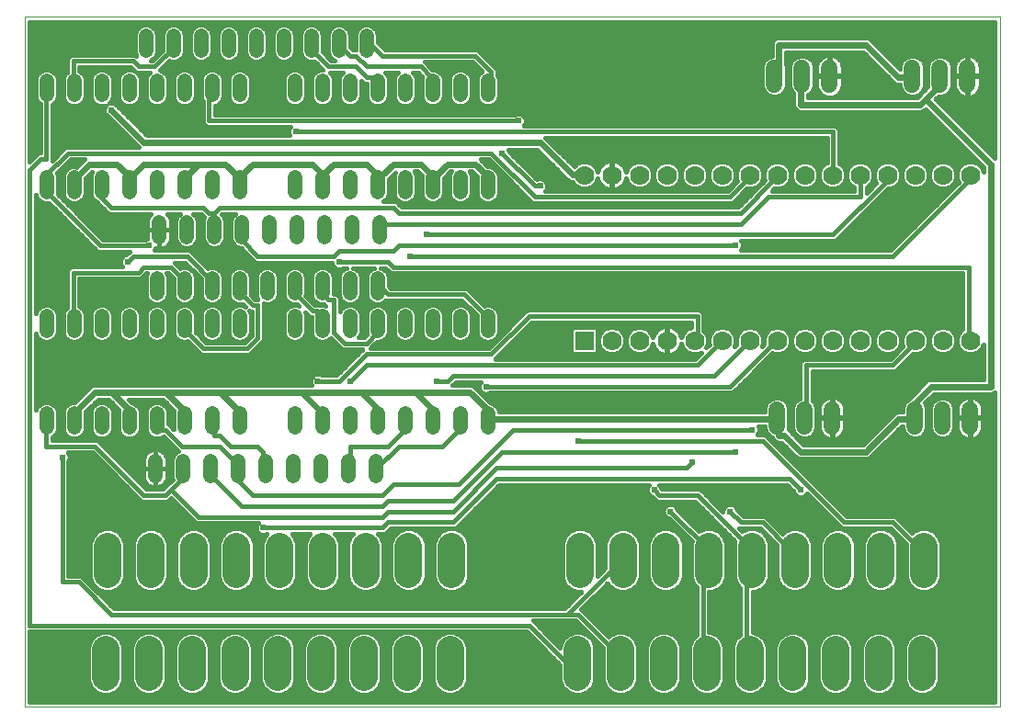
<source format=gbl>
G75*
%MOIN*%
%OFA0B0*%
%FSLAX25Y25*%
%IPPOS*%
%LPD*%
%AMOC8*
5,1,8,0,0,1.08239X$1,22.5*
%
%ADD10C,0.00000*%
%ADD11C,0.05937*%
%ADD12C,0.05200*%
%ADD13R,0.07000X0.07000*%
%ADD14C,0.07000*%
%ADD15C,0.09900*%
%ADD16C,0.10039*%
%ADD17C,0.01600*%
%ADD18C,0.02400*%
%ADD19C,0.02400*%
D10*
X0011800Y0011800D02*
X0011800Y0262076D01*
X0365501Y0262076D01*
X0365501Y0011800D01*
X0011800Y0011800D01*
D11*
X0284674Y0113635D02*
X0284674Y0119572D01*
X0294674Y0119572D02*
X0294674Y0113635D01*
X0304674Y0113635D02*
X0304674Y0119572D01*
X0334674Y0119572D02*
X0334674Y0113635D01*
X0344674Y0113635D02*
X0344674Y0119572D01*
X0354674Y0119572D02*
X0354674Y0113635D01*
X0353769Y0237650D02*
X0353769Y0243587D01*
X0343769Y0243587D02*
X0343769Y0237650D01*
X0333769Y0237650D02*
X0333769Y0243587D01*
X0303769Y0243587D02*
X0303769Y0237650D01*
X0293769Y0237650D02*
X0293769Y0243587D01*
X0283769Y0243587D02*
X0283769Y0237650D01*
D12*
X0179831Y0238929D02*
X0179831Y0233729D01*
X0169831Y0233729D02*
X0169831Y0238929D01*
X0159831Y0238929D02*
X0159831Y0233729D01*
X0149831Y0233729D02*
X0149831Y0238929D01*
X0139831Y0238929D02*
X0139831Y0233729D01*
X0129831Y0233729D02*
X0129831Y0238929D01*
X0119831Y0238929D02*
X0119831Y0233729D01*
X0109831Y0233729D02*
X0109831Y0238929D01*
X0105855Y0249909D02*
X0105855Y0255109D01*
X0095855Y0255109D02*
X0095855Y0249909D01*
X0085855Y0249909D02*
X0085855Y0255109D01*
X0075855Y0255109D02*
X0075855Y0249909D01*
X0065855Y0249909D02*
X0065855Y0255109D01*
X0055855Y0255109D02*
X0055855Y0249909D01*
X0059831Y0238929D02*
X0059831Y0233729D01*
X0049831Y0233729D02*
X0049831Y0238929D01*
X0039831Y0238929D02*
X0039831Y0233729D01*
X0029831Y0233729D02*
X0029831Y0238929D01*
X0019831Y0238929D02*
X0019831Y0233729D01*
X0019831Y0203729D02*
X0019831Y0198529D01*
X0029831Y0198529D02*
X0029831Y0203729D01*
X0039831Y0203729D02*
X0039831Y0198529D01*
X0049831Y0198529D02*
X0049831Y0203729D01*
X0059831Y0203729D02*
X0059831Y0198529D01*
X0069831Y0198529D02*
X0069831Y0203729D01*
X0079831Y0203729D02*
X0079831Y0198529D01*
X0089831Y0198529D02*
X0089831Y0203729D01*
X0090619Y0187510D02*
X0090619Y0182310D01*
X0080619Y0182310D02*
X0080619Y0187510D01*
X0070619Y0187510D02*
X0070619Y0182310D01*
X0060619Y0182310D02*
X0060619Y0187510D01*
X0059792Y0167117D02*
X0059792Y0161917D01*
X0059831Y0153496D02*
X0059831Y0148296D01*
X0049831Y0148296D02*
X0049831Y0153496D01*
X0039831Y0153496D02*
X0039831Y0148296D01*
X0029831Y0148296D02*
X0029831Y0153496D01*
X0019831Y0153496D02*
X0019831Y0148296D01*
X0019831Y0118296D02*
X0019831Y0113096D01*
X0029831Y0113096D02*
X0029831Y0118296D01*
X0039831Y0118296D02*
X0039831Y0113096D01*
X0049831Y0113096D02*
X0049831Y0118296D01*
X0059831Y0118296D02*
X0059831Y0113096D01*
X0069831Y0113096D02*
X0069831Y0118296D01*
X0079831Y0118296D02*
X0079831Y0113096D01*
X0089831Y0113096D02*
X0089831Y0118296D01*
X0109831Y0118296D02*
X0109831Y0113096D01*
X0119831Y0113096D02*
X0119831Y0118296D01*
X0129831Y0118296D02*
X0129831Y0113096D01*
X0139831Y0113096D02*
X0139831Y0118296D01*
X0149831Y0118296D02*
X0149831Y0113096D01*
X0159831Y0113096D02*
X0159831Y0118296D01*
X0169831Y0118296D02*
X0169831Y0113096D01*
X0179831Y0113096D02*
X0179831Y0118296D01*
X0179831Y0148296D02*
X0179831Y0153496D01*
X0169831Y0153496D02*
X0169831Y0148296D01*
X0159831Y0148296D02*
X0159831Y0153496D01*
X0149831Y0153496D02*
X0149831Y0148296D01*
X0139831Y0148296D02*
X0139831Y0153496D01*
X0129831Y0153496D02*
X0129831Y0148296D01*
X0119831Y0148296D02*
X0119831Y0153496D01*
X0109831Y0153496D02*
X0109831Y0148296D01*
X0109792Y0161917D02*
X0109792Y0167117D01*
X0099792Y0167117D02*
X0099792Y0161917D01*
X0089792Y0161917D02*
X0089792Y0167117D01*
X0079792Y0167117D02*
X0079792Y0161917D01*
X0079831Y0153496D02*
X0079831Y0148296D01*
X0089831Y0148296D02*
X0089831Y0153496D01*
X0069831Y0153496D02*
X0069831Y0148296D01*
X0069792Y0161917D02*
X0069792Y0167117D01*
X0100619Y0182310D02*
X0100619Y0187510D01*
X0110619Y0187510D02*
X0110619Y0182310D01*
X0120619Y0182310D02*
X0120619Y0187510D01*
X0130619Y0187510D02*
X0130619Y0182310D01*
X0140619Y0182310D02*
X0140619Y0187510D01*
X0139831Y0198529D02*
X0139831Y0203729D01*
X0129831Y0203729D02*
X0129831Y0198529D01*
X0119831Y0198529D02*
X0119831Y0203729D01*
X0109831Y0203729D02*
X0109831Y0198529D01*
X0149831Y0198529D02*
X0149831Y0203729D01*
X0159831Y0203729D02*
X0159831Y0198529D01*
X0169831Y0198529D02*
X0169831Y0203729D01*
X0179831Y0203729D02*
X0179831Y0198529D01*
X0139792Y0167117D02*
X0139792Y0161917D01*
X0129792Y0161917D02*
X0129792Y0167117D01*
X0119792Y0167117D02*
X0119792Y0161917D01*
X0119202Y0100896D02*
X0119202Y0095696D01*
X0129202Y0095696D02*
X0129202Y0100896D01*
X0139202Y0100896D02*
X0139202Y0095696D01*
X0109202Y0095696D02*
X0109202Y0100896D01*
X0099202Y0100896D02*
X0099202Y0095696D01*
X0089202Y0095696D02*
X0089202Y0100896D01*
X0079202Y0100896D02*
X0079202Y0095696D01*
X0069202Y0095696D02*
X0069202Y0100896D01*
X0059202Y0100896D02*
X0059202Y0095696D01*
X0069831Y0233729D02*
X0069831Y0238929D01*
X0079831Y0238929D02*
X0079831Y0233729D01*
X0089831Y0233729D02*
X0089831Y0238929D01*
X0115855Y0249909D02*
X0115855Y0255109D01*
X0125855Y0255109D02*
X0125855Y0249909D01*
X0135855Y0249909D02*
X0135855Y0255109D01*
D13*
X0214831Y0144635D03*
D14*
X0224831Y0144635D03*
X0234831Y0144635D03*
X0244831Y0144635D03*
X0254831Y0144635D03*
X0264831Y0144635D03*
X0274831Y0144635D03*
X0284831Y0144635D03*
X0294831Y0144635D03*
X0304831Y0144635D03*
X0314831Y0144635D03*
X0324831Y0144635D03*
X0334831Y0144635D03*
X0344831Y0144635D03*
X0354831Y0144635D03*
X0354831Y0204635D03*
X0344831Y0204635D03*
X0334831Y0204635D03*
X0324831Y0204635D03*
X0314831Y0204635D03*
X0304831Y0204635D03*
X0294831Y0204635D03*
X0284831Y0204635D03*
X0274831Y0204635D03*
X0264831Y0204635D03*
X0254831Y0204635D03*
X0244831Y0204635D03*
X0234831Y0204635D03*
X0224831Y0204635D03*
X0214831Y0204635D03*
D15*
X0212431Y0032459D02*
X0212431Y0022559D01*
X0228031Y0022559D02*
X0228031Y0032459D01*
X0243631Y0032459D02*
X0243631Y0022559D01*
X0259231Y0022559D02*
X0259231Y0032459D01*
X0274831Y0032459D02*
X0274831Y0022559D01*
X0290431Y0022559D02*
X0290431Y0032459D01*
X0306031Y0032459D02*
X0306031Y0022559D01*
X0321631Y0022559D02*
X0321631Y0032459D01*
X0337231Y0032459D02*
X0337231Y0022559D01*
X0166169Y0022559D02*
X0166169Y0032459D01*
X0150569Y0032459D02*
X0150569Y0022559D01*
X0134969Y0022559D02*
X0134969Y0032459D01*
X0119369Y0032459D02*
X0119369Y0022559D01*
X0103769Y0022559D02*
X0103769Y0032459D01*
X0088169Y0032459D02*
X0088169Y0022559D01*
X0072569Y0022559D02*
X0072569Y0032459D01*
X0056969Y0032459D02*
X0056969Y0022559D01*
X0041369Y0022559D02*
X0041369Y0032459D01*
D16*
X0041957Y0059930D02*
X0041957Y0069969D01*
X0057548Y0069969D02*
X0057548Y0059930D01*
X0073139Y0059930D02*
X0073139Y0069969D01*
X0088729Y0069969D02*
X0088729Y0059930D01*
X0104320Y0059930D02*
X0104320Y0069969D01*
X0119910Y0069969D02*
X0119910Y0059930D01*
X0135501Y0059930D02*
X0135501Y0069969D01*
X0151091Y0069969D02*
X0151091Y0059930D01*
X0166682Y0059930D02*
X0166682Y0069969D01*
X0213217Y0069969D02*
X0213217Y0059930D01*
X0228808Y0059930D02*
X0228808Y0069969D01*
X0244398Y0069969D02*
X0244398Y0059930D01*
X0259989Y0059930D02*
X0259989Y0069969D01*
X0275580Y0069969D02*
X0275580Y0059930D01*
X0291170Y0059930D02*
X0291170Y0069969D01*
X0306761Y0069969D02*
X0306761Y0059930D01*
X0322351Y0059930D02*
X0322351Y0069969D01*
X0337942Y0069969D02*
X0337942Y0059930D01*
D17*
X0344361Y0059755D02*
X0363701Y0059755D01*
X0363701Y0058157D02*
X0344156Y0058157D01*
X0344361Y0058653D02*
X0344361Y0071246D01*
X0343384Y0073606D01*
X0341578Y0075412D01*
X0339219Y0076389D01*
X0336665Y0076389D01*
X0334305Y0075412D01*
X0333747Y0074854D01*
X0327672Y0080929D01*
X0309955Y0080929D01*
X0280428Y0110457D01*
X0277519Y0110457D01*
X0277784Y0110721D01*
X0278180Y0111677D01*
X0278180Y0112711D01*
X0277840Y0113531D01*
X0280306Y0113531D01*
X0280306Y0112766D01*
X0280971Y0111160D01*
X0282199Y0109931D01*
X0282839Y0109666D01*
X0283218Y0108752D01*
X0283949Y0108021D01*
X0284905Y0107625D01*
X0286314Y0107625D01*
X0291092Y0102847D01*
X0291823Y0102116D01*
X0292779Y0101720D01*
X0317435Y0101720D01*
X0318391Y0102116D01*
X0329806Y0113531D01*
X0330306Y0113531D01*
X0330306Y0112766D01*
X0330971Y0111160D01*
X0332199Y0109931D01*
X0333805Y0109266D01*
X0335543Y0109266D01*
X0337149Y0109931D01*
X0338377Y0111160D01*
X0339043Y0112766D01*
X0339043Y0120441D01*
X0338377Y0122046D01*
X0338350Y0122074D01*
X0341617Y0125342D01*
X0362711Y0125342D01*
X0363666Y0125738D01*
X0363701Y0125772D01*
X0363701Y0013600D01*
X0013600Y0013600D01*
X0013600Y0039128D01*
X0193960Y0039128D01*
X0206081Y0027006D01*
X0206081Y0021296D01*
X0207048Y0018962D01*
X0208835Y0017175D01*
X0211168Y0016209D01*
X0213695Y0016209D01*
X0216028Y0017175D01*
X0217815Y0018962D01*
X0218781Y0021296D01*
X0218781Y0033722D01*
X0217815Y0036056D01*
X0216028Y0037842D01*
X0213695Y0038809D01*
X0211168Y0038809D01*
X0208835Y0037842D01*
X0207048Y0036056D01*
X0206081Y0033722D01*
X0206081Y0033228D01*
X0196245Y0043065D01*
X0211676Y0043065D01*
X0221681Y0033059D01*
X0221681Y0021296D01*
X0222648Y0018962D01*
X0224435Y0017175D01*
X0226768Y0016209D01*
X0229295Y0016209D01*
X0231628Y0017175D01*
X0233415Y0018962D01*
X0234381Y0021296D01*
X0234381Y0033722D01*
X0233415Y0036056D01*
X0231628Y0037842D01*
X0229295Y0038809D01*
X0226768Y0038809D01*
X0224435Y0037842D01*
X0223778Y0037185D01*
X0214787Y0046176D01*
X0213730Y0047233D01*
X0223197Y0056700D01*
X0223366Y0056293D01*
X0225171Y0054488D01*
X0227531Y0053510D01*
X0230085Y0053510D01*
X0232444Y0054488D01*
X0234250Y0056293D01*
X0235228Y0058653D01*
X0235228Y0071246D01*
X0234250Y0073606D01*
X0232444Y0075412D01*
X0230085Y0076389D01*
X0227531Y0076389D01*
X0225171Y0075412D01*
X0223366Y0073606D01*
X0222388Y0071246D01*
X0222388Y0062114D01*
X0219637Y0059362D01*
X0219637Y0071246D01*
X0218660Y0073606D01*
X0216854Y0075412D01*
X0214494Y0076389D01*
X0211940Y0076389D01*
X0209581Y0075412D01*
X0207775Y0073606D01*
X0206798Y0071246D01*
X0206798Y0058653D01*
X0207775Y0056293D01*
X0209581Y0054488D01*
X0211940Y0053510D01*
X0213785Y0053510D01*
X0207739Y0047465D01*
X0044207Y0047465D01*
X0032396Y0059276D01*
X0027780Y0059276D01*
X0027780Y0100874D01*
X0027784Y0100878D01*
X0028180Y0101834D01*
X0028180Y0102868D01*
X0027784Y0103824D01*
X0027519Y0104088D01*
X0036479Y0104088D01*
X0052907Y0087660D01*
X0054196Y0086372D01*
X0063892Y0086372D01*
X0064950Y0087429D01*
X0073881Y0078498D01*
X0096474Y0078498D01*
X0096210Y0078233D01*
X0095814Y0077278D01*
X0095814Y0076243D01*
X0096210Y0075288D01*
X0096941Y0074556D01*
X0097897Y0074161D01*
X0098931Y0074161D01*
X0099786Y0074515D01*
X0098877Y0073606D01*
X0097900Y0071246D01*
X0097900Y0058653D01*
X0098877Y0056293D01*
X0100683Y0054488D01*
X0103043Y0053510D01*
X0105597Y0053510D01*
X0107956Y0054488D01*
X0109762Y0056293D01*
X0110739Y0058653D01*
X0110739Y0071246D01*
X0109762Y0073606D01*
X0108807Y0074561D01*
X0115423Y0074561D01*
X0114468Y0073606D01*
X0113491Y0071246D01*
X0113491Y0058653D01*
X0114468Y0056293D01*
X0116274Y0054488D01*
X0118633Y0053510D01*
X0121187Y0053510D01*
X0123547Y0054488D01*
X0125353Y0056293D01*
X0126330Y0058653D01*
X0126330Y0071246D01*
X0125353Y0073606D01*
X0124398Y0074561D01*
X0131013Y0074561D01*
X0130058Y0073606D01*
X0129081Y0071246D01*
X0129081Y0058653D01*
X0130058Y0056293D01*
X0131864Y0054488D01*
X0134224Y0053510D01*
X0136778Y0053510D01*
X0139137Y0054488D01*
X0140943Y0056293D01*
X0141920Y0058653D01*
X0141920Y0071246D01*
X0140943Y0073606D01*
X0139988Y0074561D01*
X0142633Y0074561D01*
X0143921Y0075849D01*
X0144601Y0076529D01*
X0168223Y0076529D01*
X0169512Y0077818D01*
X0183971Y0092277D01*
X0238207Y0092277D01*
X0237942Y0092013D01*
X0237546Y0091057D01*
X0237546Y0090023D01*
X0237942Y0089067D01*
X0238674Y0088336D01*
X0239629Y0087940D01*
X0239635Y0087940D01*
X0239915Y0087660D01*
X0241204Y0086372D01*
X0254983Y0086372D01*
X0269438Y0071917D01*
X0269160Y0071246D01*
X0269160Y0058653D01*
X0270137Y0056293D01*
X0271411Y0055020D01*
X0271411Y0037915D01*
X0271235Y0037842D01*
X0269448Y0036056D01*
X0268481Y0033722D01*
X0268481Y0021296D01*
X0269448Y0018962D01*
X0271235Y0017175D01*
X0273568Y0016209D01*
X0276095Y0016209D01*
X0278428Y0017175D01*
X0280215Y0018962D01*
X0281181Y0021296D01*
X0281181Y0033722D01*
X0280215Y0036056D01*
X0278428Y0037842D01*
X0276095Y0038809D01*
X0275811Y0038809D01*
X0275811Y0053510D01*
X0276856Y0053510D01*
X0279216Y0054488D01*
X0281022Y0056293D01*
X0281999Y0058653D01*
X0281999Y0071246D01*
X0281022Y0073606D01*
X0279216Y0075412D01*
X0276856Y0076389D01*
X0274303Y0076389D01*
X0272101Y0075477D01*
X0271048Y0076529D01*
X0278605Y0076529D01*
X0284750Y0070384D01*
X0284750Y0058653D01*
X0285728Y0056293D01*
X0287534Y0054488D01*
X0289893Y0053510D01*
X0292447Y0053510D01*
X0294807Y0054488D01*
X0296612Y0056293D01*
X0297590Y0058653D01*
X0297590Y0071246D01*
X0296612Y0073606D01*
X0294807Y0075412D01*
X0292447Y0076389D01*
X0289893Y0076389D01*
X0287534Y0075412D01*
X0286739Y0074617D01*
X0280428Y0080929D01*
X0272554Y0080929D01*
X0270305Y0083177D01*
X0270305Y0083183D01*
X0269910Y0084139D01*
X0269178Y0084870D01*
X0268223Y0085266D01*
X0267188Y0085266D01*
X0266233Y0084870D01*
X0265501Y0084139D01*
X0265106Y0083183D01*
X0265106Y0082472D01*
X0256806Y0090772D01*
X0243026Y0090772D01*
X0242746Y0091051D01*
X0242746Y0091057D01*
X0242351Y0092013D01*
X0242086Y0092277D01*
X0288448Y0092277D01*
X0290696Y0090029D01*
X0290696Y0090023D01*
X0291092Y0089067D01*
X0291823Y0088336D01*
X0292779Y0087940D01*
X0293813Y0087940D01*
X0294769Y0088336D01*
X0295500Y0089067D01*
X0295528Y0089134D01*
X0306844Y0077818D01*
X0308133Y0076529D01*
X0325849Y0076529D01*
X0331522Y0070856D01*
X0331522Y0058653D01*
X0332499Y0056293D01*
X0334305Y0054488D01*
X0336665Y0053510D01*
X0339219Y0053510D01*
X0341578Y0054488D01*
X0343384Y0056293D01*
X0344361Y0058653D01*
X0343494Y0056558D02*
X0363701Y0056558D01*
X0363701Y0054960D02*
X0342050Y0054960D01*
X0344361Y0061354D02*
X0363701Y0061354D01*
X0363701Y0062952D02*
X0344361Y0062952D01*
X0344361Y0064551D02*
X0363701Y0064551D01*
X0363701Y0066149D02*
X0344361Y0066149D01*
X0344361Y0067748D02*
X0363701Y0067748D01*
X0363701Y0069346D02*
X0344361Y0069346D01*
X0344361Y0070945D02*
X0363701Y0070945D01*
X0363701Y0072543D02*
X0343824Y0072543D01*
X0342848Y0074142D02*
X0363701Y0074142D01*
X0363701Y0075740D02*
X0340784Y0075740D01*
X0335099Y0075740D02*
X0332861Y0075740D01*
X0331262Y0077339D02*
X0363701Y0077339D01*
X0363701Y0078937D02*
X0329664Y0078937D01*
X0328065Y0080536D02*
X0363701Y0080536D01*
X0363701Y0082134D02*
X0308750Y0082134D01*
X0307151Y0083733D02*
X0363701Y0083733D01*
X0363701Y0085332D02*
X0305553Y0085332D01*
X0303954Y0086930D02*
X0363701Y0086930D01*
X0363701Y0088529D02*
X0302356Y0088529D01*
X0300757Y0090127D02*
X0363701Y0090127D01*
X0363701Y0091726D02*
X0299159Y0091726D01*
X0297560Y0093324D02*
X0363701Y0093324D01*
X0363701Y0094923D02*
X0295962Y0094923D01*
X0294363Y0096521D02*
X0363701Y0096521D01*
X0363701Y0098120D02*
X0292765Y0098120D01*
X0291166Y0099718D02*
X0363701Y0099718D01*
X0363701Y0101317D02*
X0289568Y0101317D01*
X0291024Y0102915D02*
X0287969Y0102915D01*
X0289425Y0104514D02*
X0286371Y0104514D01*
X0287827Y0106112D02*
X0284772Y0106112D01*
X0284698Y0107711D02*
X0283174Y0107711D01*
X0282987Y0109309D02*
X0281575Y0109309D01*
X0281223Y0110908D02*
X0277861Y0110908D01*
X0278180Y0112506D02*
X0280413Y0112506D01*
X0279517Y0108257D02*
X0309044Y0078729D01*
X0326761Y0078729D01*
X0336603Y0068887D01*
X0336603Y0064950D01*
X0337942Y0064950D01*
X0331522Y0064551D02*
X0328771Y0064551D01*
X0328771Y0066149D02*
X0331522Y0066149D01*
X0331522Y0067748D02*
X0328771Y0067748D01*
X0328771Y0069346D02*
X0331522Y0069346D01*
X0331434Y0070945D02*
X0328771Y0070945D01*
X0328771Y0071246D02*
X0327794Y0073606D01*
X0325988Y0075412D01*
X0323628Y0076389D01*
X0321074Y0076389D01*
X0318715Y0075412D01*
X0316909Y0073606D01*
X0315931Y0071246D01*
X0315931Y0058653D01*
X0316909Y0056293D01*
X0318715Y0054488D01*
X0321074Y0053510D01*
X0323628Y0053510D01*
X0325988Y0054488D01*
X0327794Y0056293D01*
X0328771Y0058653D01*
X0328771Y0071246D01*
X0328234Y0072543D02*
X0329835Y0072543D01*
X0328237Y0074142D02*
X0327257Y0074142D01*
X0326638Y0075740D02*
X0325194Y0075740D01*
X0319509Y0075740D02*
X0309603Y0075740D01*
X0310397Y0075412D02*
X0308038Y0076389D01*
X0305484Y0076389D01*
X0303124Y0075412D01*
X0301318Y0073606D01*
X0300341Y0071246D01*
X0300341Y0058653D01*
X0301318Y0056293D01*
X0303124Y0054488D01*
X0305484Y0053510D01*
X0308038Y0053510D01*
X0310397Y0054488D01*
X0312203Y0056293D01*
X0313180Y0058653D01*
X0313180Y0071246D01*
X0312203Y0073606D01*
X0310397Y0075412D01*
X0311667Y0074142D02*
X0317445Y0074142D01*
X0316469Y0072543D02*
X0312643Y0072543D01*
X0313180Y0070945D02*
X0315931Y0070945D01*
X0315931Y0069346D02*
X0313180Y0069346D01*
X0313180Y0067748D02*
X0315931Y0067748D01*
X0315931Y0066149D02*
X0313180Y0066149D01*
X0313180Y0064551D02*
X0315931Y0064551D01*
X0315931Y0062952D02*
X0313180Y0062952D01*
X0313180Y0061354D02*
X0315931Y0061354D01*
X0315931Y0059755D02*
X0313180Y0059755D01*
X0312975Y0058157D02*
X0316137Y0058157D01*
X0316799Y0056558D02*
X0312313Y0056558D01*
X0310869Y0054960D02*
X0318242Y0054960D01*
X0326460Y0054960D02*
X0333833Y0054960D01*
X0332390Y0056558D02*
X0327903Y0056558D01*
X0328565Y0058157D02*
X0331728Y0058157D01*
X0331522Y0059755D02*
X0328771Y0059755D01*
X0328771Y0061354D02*
X0331522Y0061354D01*
X0331522Y0062952D02*
X0328771Y0062952D01*
X0307323Y0077339D02*
X0284018Y0077339D01*
X0285616Y0075740D02*
X0288327Y0075740D01*
X0294013Y0075740D02*
X0303918Y0075740D01*
X0301854Y0074142D02*
X0296076Y0074142D01*
X0297052Y0072543D02*
X0300878Y0072543D01*
X0300341Y0070945D02*
X0297590Y0070945D01*
X0297590Y0069346D02*
X0300341Y0069346D01*
X0300341Y0067748D02*
X0297590Y0067748D01*
X0297590Y0066149D02*
X0300341Y0066149D01*
X0300341Y0064551D02*
X0297590Y0064551D01*
X0297590Y0062952D02*
X0300341Y0062952D01*
X0300341Y0061354D02*
X0297590Y0061354D01*
X0297590Y0059755D02*
X0300341Y0059755D01*
X0300546Y0058157D02*
X0297384Y0058157D01*
X0296722Y0056558D02*
X0301209Y0056558D01*
X0302652Y0054960D02*
X0295279Y0054960D01*
X0287061Y0054960D02*
X0279688Y0054960D01*
X0281132Y0056558D02*
X0285618Y0056558D01*
X0284956Y0058157D02*
X0281794Y0058157D01*
X0281999Y0059755D02*
X0284750Y0059755D01*
X0284750Y0061354D02*
X0281999Y0061354D01*
X0281999Y0062952D02*
X0284750Y0062952D01*
X0284750Y0064551D02*
X0281999Y0064551D01*
X0281999Y0066149D02*
X0284750Y0066149D01*
X0284750Y0067748D02*
X0281999Y0067748D01*
X0281999Y0069346D02*
X0284750Y0069346D01*
X0284189Y0070945D02*
X0281999Y0070945D01*
X0281462Y0072543D02*
X0282591Y0072543D01*
X0280992Y0074142D02*
X0280486Y0074142D01*
X0279394Y0075740D02*
X0278422Y0075740D01*
X0279517Y0078729D02*
X0289359Y0068887D01*
X0289359Y0064950D01*
X0291170Y0064950D01*
X0275580Y0064950D02*
X0273611Y0064950D01*
X0273611Y0027548D01*
X0274831Y0027509D01*
X0268481Y0027785D02*
X0265581Y0027785D01*
X0265581Y0026187D02*
X0268481Y0026187D01*
X0268481Y0024588D02*
X0265581Y0024588D01*
X0265581Y0022990D02*
X0268481Y0022990D01*
X0268481Y0021391D02*
X0265581Y0021391D01*
X0265581Y0021296D02*
X0265581Y0033722D01*
X0264615Y0036056D01*
X0262828Y0037842D01*
X0260495Y0038809D01*
X0260063Y0038809D01*
X0260063Y0053510D01*
X0261266Y0053510D01*
X0263625Y0054488D01*
X0265431Y0056293D01*
X0266409Y0058653D01*
X0266409Y0071246D01*
X0265431Y0073606D01*
X0263625Y0075412D01*
X0261266Y0076389D01*
X0258712Y0076389D01*
X0256399Y0075431D01*
X0248652Y0083177D01*
X0248652Y0083183D01*
X0248256Y0084139D01*
X0247525Y0084870D01*
X0246569Y0085266D01*
X0245535Y0085266D01*
X0244579Y0084870D01*
X0243848Y0084139D01*
X0243452Y0083183D01*
X0243452Y0082149D01*
X0243848Y0081193D01*
X0244579Y0080462D01*
X0245535Y0080066D01*
X0245541Y0080066D01*
X0253801Y0071806D01*
X0253569Y0071246D01*
X0253569Y0058653D01*
X0254547Y0056293D01*
X0255663Y0055177D01*
X0255663Y0037854D01*
X0255635Y0037842D01*
X0253848Y0036056D01*
X0252881Y0033722D01*
X0252881Y0021296D01*
X0253848Y0018962D01*
X0255635Y0017175D01*
X0257968Y0016209D01*
X0260495Y0016209D01*
X0262828Y0017175D01*
X0264615Y0018962D01*
X0265581Y0021296D01*
X0264959Y0019793D02*
X0269104Y0019793D01*
X0270216Y0018194D02*
X0263847Y0018194D01*
X0261429Y0016596D02*
X0272634Y0016596D01*
X0277029Y0016596D02*
X0288234Y0016596D01*
X0289168Y0016209D02*
X0291695Y0016209D01*
X0294028Y0017175D01*
X0295815Y0018962D01*
X0296781Y0021296D01*
X0296781Y0033722D01*
X0295815Y0036056D01*
X0294028Y0037842D01*
X0291695Y0038809D01*
X0289168Y0038809D01*
X0286835Y0037842D01*
X0285048Y0036056D01*
X0284081Y0033722D01*
X0284081Y0021296D01*
X0285048Y0018962D01*
X0286835Y0017175D01*
X0289168Y0016209D01*
X0292629Y0016596D02*
X0303834Y0016596D01*
X0304768Y0016209D02*
X0307295Y0016209D01*
X0309628Y0017175D01*
X0311415Y0018962D01*
X0312381Y0021296D01*
X0312381Y0033722D01*
X0311415Y0036056D01*
X0309628Y0037842D01*
X0307295Y0038809D01*
X0304768Y0038809D01*
X0302435Y0037842D01*
X0300648Y0036056D01*
X0299681Y0033722D01*
X0299681Y0021296D01*
X0300648Y0018962D01*
X0302435Y0017175D01*
X0304768Y0016209D01*
X0308229Y0016596D02*
X0319434Y0016596D01*
X0320368Y0016209D02*
X0318035Y0017175D01*
X0316248Y0018962D01*
X0315281Y0021296D01*
X0315281Y0033722D01*
X0316248Y0036056D01*
X0318035Y0037842D01*
X0320368Y0038809D01*
X0322895Y0038809D01*
X0325228Y0037842D01*
X0327015Y0036056D01*
X0327981Y0033722D01*
X0327981Y0021296D01*
X0327015Y0018962D01*
X0325228Y0017175D01*
X0322895Y0016209D01*
X0320368Y0016209D01*
X0323829Y0016596D02*
X0335034Y0016596D01*
X0335968Y0016209D02*
X0333635Y0017175D01*
X0331848Y0018962D01*
X0330881Y0021296D01*
X0330881Y0033722D01*
X0331848Y0036056D01*
X0333635Y0037842D01*
X0335968Y0038809D01*
X0338495Y0038809D01*
X0340828Y0037842D01*
X0342615Y0036056D01*
X0343581Y0033722D01*
X0343581Y0021296D01*
X0342615Y0018962D01*
X0340828Y0017175D01*
X0338495Y0016209D01*
X0335968Y0016209D01*
X0339429Y0016596D02*
X0363701Y0016596D01*
X0363701Y0018194D02*
X0341847Y0018194D01*
X0342959Y0019793D02*
X0363701Y0019793D01*
X0363701Y0021391D02*
X0343581Y0021391D01*
X0343581Y0022990D02*
X0363701Y0022990D01*
X0363701Y0024588D02*
X0343581Y0024588D01*
X0343581Y0026187D02*
X0363701Y0026187D01*
X0363701Y0027785D02*
X0343581Y0027785D01*
X0343581Y0029384D02*
X0363701Y0029384D01*
X0363701Y0030982D02*
X0343581Y0030982D01*
X0343581Y0032581D02*
X0363701Y0032581D01*
X0363701Y0034179D02*
X0343392Y0034179D01*
X0342730Y0035778D02*
X0363701Y0035778D01*
X0363701Y0037376D02*
X0341294Y0037376D01*
X0333169Y0037376D02*
X0325694Y0037376D01*
X0327130Y0035778D02*
X0331733Y0035778D01*
X0331071Y0034179D02*
X0327792Y0034179D01*
X0327981Y0032581D02*
X0330881Y0032581D01*
X0330881Y0030982D02*
X0327981Y0030982D01*
X0327981Y0029384D02*
X0330881Y0029384D01*
X0330881Y0027785D02*
X0327981Y0027785D01*
X0327981Y0026187D02*
X0330881Y0026187D01*
X0330881Y0024588D02*
X0327981Y0024588D01*
X0327981Y0022990D02*
X0330881Y0022990D01*
X0330881Y0021391D02*
X0327981Y0021391D01*
X0327359Y0019793D02*
X0331504Y0019793D01*
X0332616Y0018194D02*
X0326247Y0018194D01*
X0317016Y0018194D02*
X0310647Y0018194D01*
X0311759Y0019793D02*
X0315904Y0019793D01*
X0315281Y0021391D02*
X0312381Y0021391D01*
X0312381Y0022990D02*
X0315281Y0022990D01*
X0315281Y0024588D02*
X0312381Y0024588D01*
X0312381Y0026187D02*
X0315281Y0026187D01*
X0315281Y0027785D02*
X0312381Y0027785D01*
X0312381Y0029384D02*
X0315281Y0029384D01*
X0315281Y0030982D02*
X0312381Y0030982D01*
X0312381Y0032581D02*
X0315281Y0032581D01*
X0315471Y0034179D02*
X0312192Y0034179D01*
X0311530Y0035778D02*
X0316133Y0035778D01*
X0317569Y0037376D02*
X0310094Y0037376D01*
X0301969Y0037376D02*
X0294494Y0037376D01*
X0295930Y0035778D02*
X0300533Y0035778D01*
X0299871Y0034179D02*
X0296592Y0034179D01*
X0296781Y0032581D02*
X0299681Y0032581D01*
X0299681Y0030982D02*
X0296781Y0030982D01*
X0296781Y0029384D02*
X0299681Y0029384D01*
X0299681Y0027785D02*
X0296781Y0027785D01*
X0296781Y0026187D02*
X0299681Y0026187D01*
X0299681Y0024588D02*
X0296781Y0024588D01*
X0296781Y0022990D02*
X0299681Y0022990D01*
X0299681Y0021391D02*
X0296781Y0021391D01*
X0296159Y0019793D02*
X0300304Y0019793D01*
X0301416Y0018194D02*
X0295047Y0018194D01*
X0285816Y0018194D02*
X0279447Y0018194D01*
X0280559Y0019793D02*
X0284704Y0019793D01*
X0284081Y0021391D02*
X0281181Y0021391D01*
X0281181Y0022990D02*
X0284081Y0022990D01*
X0284081Y0024588D02*
X0281181Y0024588D01*
X0281181Y0026187D02*
X0284081Y0026187D01*
X0284081Y0027785D02*
X0281181Y0027785D01*
X0281181Y0029384D02*
X0284081Y0029384D01*
X0284081Y0030982D02*
X0281181Y0030982D01*
X0281181Y0032581D02*
X0284081Y0032581D01*
X0284271Y0034179D02*
X0280992Y0034179D01*
X0280330Y0035778D02*
X0284933Y0035778D01*
X0286369Y0037376D02*
X0278894Y0037376D01*
X0275811Y0038975D02*
X0363701Y0038975D01*
X0363701Y0040573D02*
X0275811Y0040573D01*
X0275811Y0042172D02*
X0363701Y0042172D01*
X0363701Y0043770D02*
X0275811Y0043770D01*
X0275811Y0045369D02*
X0363701Y0045369D01*
X0363701Y0046967D02*
X0275811Y0046967D01*
X0275811Y0048566D02*
X0363701Y0048566D01*
X0363701Y0050164D02*
X0275811Y0050164D01*
X0275811Y0051763D02*
X0363701Y0051763D01*
X0363701Y0053361D02*
X0275811Y0053361D01*
X0271411Y0053361D02*
X0260063Y0053361D01*
X0260063Y0051763D02*
X0271411Y0051763D01*
X0271411Y0050164D02*
X0260063Y0050164D01*
X0260063Y0048566D02*
X0271411Y0048566D01*
X0271411Y0046967D02*
X0260063Y0046967D01*
X0260063Y0045369D02*
X0271411Y0045369D01*
X0271411Y0043770D02*
X0260063Y0043770D01*
X0260063Y0042172D02*
X0271411Y0042172D01*
X0271411Y0040573D02*
X0260063Y0040573D01*
X0260063Y0038975D02*
X0271411Y0038975D01*
X0270769Y0037376D02*
X0263294Y0037376D01*
X0264730Y0035778D02*
X0269333Y0035778D01*
X0268671Y0034179D02*
X0265392Y0034179D01*
X0265581Y0032581D02*
X0268481Y0032581D01*
X0268481Y0030982D02*
X0265581Y0030982D01*
X0265581Y0029384D02*
X0268481Y0029384D01*
X0259231Y0027509D02*
X0257863Y0027548D01*
X0257863Y0064950D01*
X0259831Y0064950D01*
X0259989Y0064950D01*
X0259831Y0064950D02*
X0259831Y0068887D01*
X0246052Y0082666D01*
X0248424Y0083733D02*
X0257622Y0083733D01*
X0259220Y0082134D02*
X0249695Y0082134D01*
X0251293Y0080536D02*
X0260819Y0080536D01*
X0262417Y0078937D02*
X0252892Y0078937D01*
X0254490Y0077339D02*
X0264016Y0077339D01*
X0262832Y0075740D02*
X0265614Y0075740D01*
X0264895Y0074142D02*
X0267213Y0074142D01*
X0265871Y0072543D02*
X0268811Y0072543D01*
X0269160Y0070945D02*
X0266409Y0070945D01*
X0266409Y0069346D02*
X0269160Y0069346D01*
X0269160Y0067748D02*
X0266409Y0067748D01*
X0266409Y0066149D02*
X0269160Y0066149D01*
X0269160Y0064551D02*
X0266409Y0064551D01*
X0266409Y0062952D02*
X0269160Y0062952D01*
X0269160Y0061354D02*
X0266409Y0061354D01*
X0266409Y0059755D02*
X0269160Y0059755D01*
X0269365Y0058157D02*
X0266203Y0058157D01*
X0265541Y0056558D02*
X0270027Y0056558D01*
X0271411Y0054960D02*
X0264098Y0054960D01*
X0255663Y0054960D02*
X0248507Y0054960D01*
X0248035Y0054488D02*
X0249841Y0056293D01*
X0250818Y0058653D01*
X0250818Y0071246D01*
X0249841Y0073606D01*
X0248035Y0075412D01*
X0245675Y0076389D01*
X0243121Y0076389D01*
X0240762Y0075412D01*
X0238956Y0073606D01*
X0237979Y0071246D01*
X0237979Y0058653D01*
X0238956Y0056293D01*
X0240762Y0054488D01*
X0243121Y0053510D01*
X0245675Y0053510D01*
X0248035Y0054488D01*
X0249950Y0056558D02*
X0254437Y0056558D01*
X0253775Y0058157D02*
X0250613Y0058157D01*
X0250818Y0059755D02*
X0253569Y0059755D01*
X0253569Y0061354D02*
X0250818Y0061354D01*
X0250818Y0062952D02*
X0253569Y0062952D01*
X0253569Y0064551D02*
X0250818Y0064551D01*
X0250818Y0066149D02*
X0253569Y0066149D01*
X0253569Y0067748D02*
X0250818Y0067748D01*
X0250818Y0069346D02*
X0253569Y0069346D01*
X0253569Y0070945D02*
X0250818Y0070945D01*
X0250281Y0072543D02*
X0253063Y0072543D01*
X0251465Y0074142D02*
X0249305Y0074142D01*
X0249866Y0075740D02*
X0247241Y0075740D01*
X0248268Y0077339D02*
X0169033Y0077339D01*
X0167959Y0076389D02*
X0165405Y0076389D01*
X0163045Y0075412D01*
X0161240Y0073606D01*
X0160262Y0071246D01*
X0160262Y0058653D01*
X0161240Y0056293D01*
X0163045Y0054488D01*
X0165405Y0053510D01*
X0167959Y0053510D01*
X0170318Y0054488D01*
X0172124Y0056293D01*
X0173102Y0058653D01*
X0173102Y0071246D01*
X0172124Y0073606D01*
X0170318Y0075412D01*
X0167959Y0076389D01*
X0169524Y0075740D02*
X0210375Y0075740D01*
X0208311Y0074142D02*
X0171588Y0074142D01*
X0172564Y0072543D02*
X0207335Y0072543D01*
X0206798Y0070945D02*
X0173102Y0070945D01*
X0173102Y0069346D02*
X0206798Y0069346D01*
X0206798Y0067748D02*
X0173102Y0067748D01*
X0173102Y0066149D02*
X0206798Y0066149D01*
X0206798Y0064551D02*
X0173102Y0064551D01*
X0173102Y0062952D02*
X0206798Y0062952D01*
X0206798Y0061354D02*
X0173102Y0061354D01*
X0173102Y0059755D02*
X0206798Y0059755D01*
X0207003Y0058157D02*
X0172896Y0058157D01*
X0172234Y0056558D02*
X0207665Y0056558D01*
X0209109Y0054960D02*
X0170791Y0054960D01*
X0162573Y0054960D02*
X0155200Y0054960D01*
X0154728Y0054488D02*
X0156534Y0056293D01*
X0157511Y0058653D01*
X0157511Y0071246D01*
X0156534Y0073606D01*
X0154728Y0075412D01*
X0152368Y0076389D01*
X0149814Y0076389D01*
X0147455Y0075412D01*
X0145649Y0073606D01*
X0144672Y0071246D01*
X0144672Y0058653D01*
X0145649Y0056293D01*
X0147455Y0054488D01*
X0149814Y0053510D01*
X0152368Y0053510D01*
X0154728Y0054488D01*
X0156643Y0056558D02*
X0161130Y0056558D01*
X0160468Y0058157D02*
X0157305Y0058157D01*
X0157511Y0059755D02*
X0160262Y0059755D01*
X0160262Y0061354D02*
X0157511Y0061354D01*
X0157511Y0062952D02*
X0160262Y0062952D01*
X0160262Y0064551D02*
X0157511Y0064551D01*
X0157511Y0066149D02*
X0160262Y0066149D01*
X0160262Y0067748D02*
X0157511Y0067748D01*
X0157511Y0069346D02*
X0160262Y0069346D01*
X0160262Y0070945D02*
X0157511Y0070945D01*
X0156974Y0072543D02*
X0160800Y0072543D01*
X0161776Y0074142D02*
X0155997Y0074142D01*
X0153934Y0075740D02*
X0163839Y0075740D01*
X0167312Y0078729D02*
X0143690Y0078729D01*
X0141721Y0076761D01*
X0098414Y0076761D01*
X0096023Y0075740D02*
X0091572Y0075740D01*
X0092366Y0075412D02*
X0090006Y0076389D01*
X0087452Y0076389D01*
X0085093Y0075412D01*
X0083287Y0073606D01*
X0082309Y0071246D01*
X0082309Y0058653D01*
X0083287Y0056293D01*
X0085093Y0054488D01*
X0087452Y0053510D01*
X0090006Y0053510D01*
X0092366Y0054488D01*
X0094171Y0056293D01*
X0095149Y0058653D01*
X0095149Y0071246D01*
X0094171Y0073606D01*
X0092366Y0075412D01*
X0093635Y0074142D02*
X0099414Y0074142D01*
X0098437Y0072543D02*
X0094612Y0072543D01*
X0095149Y0070945D02*
X0097900Y0070945D01*
X0097900Y0069346D02*
X0095149Y0069346D01*
X0095149Y0067748D02*
X0097900Y0067748D01*
X0097900Y0066149D02*
X0095149Y0066149D01*
X0095149Y0064551D02*
X0097900Y0064551D01*
X0097900Y0062952D02*
X0095149Y0062952D01*
X0095149Y0061354D02*
X0097900Y0061354D01*
X0097900Y0059755D02*
X0095149Y0059755D01*
X0094943Y0058157D02*
X0098105Y0058157D01*
X0098768Y0056558D02*
X0094281Y0056558D01*
X0092838Y0054960D02*
X0100211Y0054960D01*
X0108428Y0054960D02*
X0115802Y0054960D01*
X0114358Y0056558D02*
X0109872Y0056558D01*
X0110534Y0058157D02*
X0113696Y0058157D01*
X0113491Y0059755D02*
X0110739Y0059755D01*
X0110739Y0061354D02*
X0113491Y0061354D01*
X0113491Y0062952D02*
X0110739Y0062952D01*
X0110739Y0064551D02*
X0113491Y0064551D01*
X0113491Y0066149D02*
X0110739Y0066149D01*
X0110739Y0067748D02*
X0113491Y0067748D01*
X0113491Y0069346D02*
X0110739Y0069346D01*
X0110739Y0070945D02*
X0113491Y0070945D01*
X0114028Y0072543D02*
X0110202Y0072543D01*
X0109226Y0074142D02*
X0115004Y0074142D01*
X0124816Y0074142D02*
X0130595Y0074142D01*
X0129618Y0072543D02*
X0125793Y0072543D01*
X0126330Y0070945D02*
X0129081Y0070945D01*
X0129081Y0069346D02*
X0126330Y0069346D01*
X0126330Y0067748D02*
X0129081Y0067748D01*
X0129081Y0066149D02*
X0126330Y0066149D01*
X0126330Y0064551D02*
X0129081Y0064551D01*
X0129081Y0062952D02*
X0126330Y0062952D01*
X0126330Y0061354D02*
X0129081Y0061354D01*
X0129081Y0059755D02*
X0126330Y0059755D01*
X0126124Y0058157D02*
X0129287Y0058157D01*
X0129949Y0056558D02*
X0125462Y0056558D01*
X0124019Y0054960D02*
X0131392Y0054960D01*
X0139609Y0054960D02*
X0146983Y0054960D01*
X0145539Y0056558D02*
X0141053Y0056558D01*
X0141715Y0058157D02*
X0144877Y0058157D01*
X0144672Y0059755D02*
X0141920Y0059755D01*
X0141920Y0061354D02*
X0144672Y0061354D01*
X0144672Y0062952D02*
X0141920Y0062952D01*
X0141920Y0064551D02*
X0144672Y0064551D01*
X0144672Y0066149D02*
X0141920Y0066149D01*
X0141920Y0067748D02*
X0144672Y0067748D01*
X0144672Y0069346D02*
X0141920Y0069346D01*
X0141920Y0070945D02*
X0144672Y0070945D01*
X0145209Y0072543D02*
X0141383Y0072543D01*
X0140407Y0074142D02*
X0146185Y0074142D01*
X0148249Y0075740D02*
X0143812Y0075740D01*
X0141721Y0080698D02*
X0074792Y0080698D01*
X0064950Y0090540D01*
X0062981Y0088572D01*
X0055107Y0088572D01*
X0037391Y0106288D01*
X0019674Y0106288D01*
X0019674Y0118099D01*
X0019831Y0118296D01*
X0018556Y0122097D02*
X0015968Y0122097D01*
X0015968Y0120499D02*
X0016414Y0120499D01*
X0016440Y0120562D02*
X0015968Y0119422D01*
X0015968Y0147170D01*
X0016440Y0146030D01*
X0017566Y0144905D01*
X0019036Y0144296D01*
X0020627Y0144296D01*
X0022097Y0144905D01*
X0023223Y0146030D01*
X0023831Y0147500D01*
X0023831Y0154292D01*
X0023223Y0155762D01*
X0022097Y0156887D01*
X0020627Y0157496D01*
X0019036Y0157496D01*
X0017566Y0156887D01*
X0016440Y0155762D01*
X0015968Y0154622D01*
X0015968Y0197403D01*
X0016440Y0196263D01*
X0017566Y0195138D01*
X0019036Y0194529D01*
X0020627Y0194529D01*
X0020779Y0194592D01*
X0038448Y0176923D01*
X0049796Y0176923D01*
X0048970Y0176097D01*
X0048690Y0175817D01*
X0048684Y0175817D01*
X0047729Y0175421D01*
X0046997Y0174690D01*
X0046602Y0173734D01*
X0046602Y0172700D01*
X0046997Y0171745D01*
X0047262Y0171480D01*
X0028605Y0171480D01*
X0027317Y0170192D01*
X0027317Y0156638D01*
X0026440Y0155762D01*
X0025831Y0154292D01*
X0025831Y0147500D01*
X0026440Y0146030D01*
X0027566Y0144905D01*
X0029036Y0144296D01*
X0030627Y0144296D01*
X0032097Y0144905D01*
X0033223Y0146030D01*
X0033831Y0147500D01*
X0033831Y0154292D01*
X0033223Y0155762D01*
X0032097Y0156887D01*
X0031717Y0157045D01*
X0031717Y0167080D01*
X0054050Y0167080D01*
X0056018Y0169049D01*
X0056263Y0169049D01*
X0055792Y0167912D01*
X0055792Y0161121D01*
X0056401Y0159651D01*
X0057526Y0158525D01*
X0058996Y0157917D01*
X0060588Y0157917D01*
X0062058Y0158525D01*
X0063183Y0159651D01*
X0063792Y0161121D01*
X0063792Y0167912D01*
X0063321Y0169049D01*
X0064038Y0169049D01*
X0065792Y0167295D01*
X0065792Y0161121D01*
X0066401Y0159651D01*
X0067526Y0158525D01*
X0068996Y0157917D01*
X0070588Y0157917D01*
X0072058Y0158525D01*
X0073183Y0159651D01*
X0073792Y0161121D01*
X0073792Y0167912D01*
X0073183Y0169382D01*
X0072058Y0170508D01*
X0070588Y0171117D01*
X0068996Y0171117D01*
X0068428Y0170881D01*
X0066324Y0172986D01*
X0069944Y0172986D01*
X0075792Y0167138D01*
X0075792Y0161121D01*
X0076401Y0159651D01*
X0077526Y0158525D01*
X0078996Y0157917D01*
X0080588Y0157917D01*
X0082058Y0158525D01*
X0083183Y0159651D01*
X0083792Y0161121D01*
X0083792Y0167912D01*
X0083183Y0169382D01*
X0082058Y0170508D01*
X0080588Y0171117D01*
X0078996Y0171117D01*
X0078317Y0170835D01*
X0071766Y0177386D01*
X0059016Y0177386D01*
X0059280Y0177650D01*
X0059451Y0178063D01*
X0059589Y0178019D01*
X0060273Y0177910D01*
X0060619Y0177910D01*
X0060965Y0177910D01*
X0061649Y0178019D01*
X0062308Y0178233D01*
X0062925Y0178547D01*
X0063485Y0178954D01*
X0063975Y0179444D01*
X0064382Y0180004D01*
X0064697Y0180621D01*
X0064911Y0181280D01*
X0065019Y0181964D01*
X0065019Y0184910D01*
X0060619Y0184910D01*
X0060619Y0177910D01*
X0060619Y0184910D01*
X0060619Y0184910D01*
X0060619Y0184910D01*
X0056219Y0184910D01*
X0056219Y0181964D01*
X0056276Y0181606D01*
X0055603Y0181327D01*
X0055599Y0181323D01*
X0040270Y0181323D01*
X0023831Y0197762D01*
X0023831Y0204525D01*
X0023470Y0205398D01*
X0028459Y0210387D01*
X0033482Y0210387D01*
X0033218Y0210123D01*
X0030766Y0207672D01*
X0030627Y0207729D01*
X0029036Y0207729D01*
X0027566Y0207120D01*
X0026440Y0205995D01*
X0025831Y0204525D01*
X0025831Y0197733D01*
X0026440Y0196263D01*
X0027566Y0195138D01*
X0029036Y0194529D01*
X0030627Y0194529D01*
X0032097Y0195138D01*
X0033223Y0196263D01*
X0033831Y0197733D01*
X0033831Y0203383D01*
X0036438Y0205990D01*
X0035831Y0204525D01*
X0035831Y0197733D01*
X0036440Y0196263D01*
X0037566Y0195138D01*
X0038220Y0194867D01*
X0038448Y0194639D01*
X0042385Y0190702D01*
X0057588Y0190702D01*
X0057263Y0190377D01*
X0056856Y0189816D01*
X0056541Y0189199D01*
X0056327Y0188541D01*
X0056219Y0187857D01*
X0056219Y0184910D01*
X0060619Y0184910D01*
X0060619Y0184910D01*
X0065019Y0184910D01*
X0065019Y0187857D01*
X0064911Y0188541D01*
X0064697Y0189199D01*
X0064382Y0189816D01*
X0063975Y0190377D01*
X0063649Y0190702D01*
X0068154Y0190702D01*
X0067228Y0189776D01*
X0066619Y0188306D01*
X0066619Y0181515D01*
X0067228Y0180044D01*
X0068353Y0178919D01*
X0069823Y0178310D01*
X0071415Y0178310D01*
X0072885Y0178919D01*
X0074010Y0180044D01*
X0074619Y0181515D01*
X0074619Y0188306D01*
X0074010Y0189776D01*
X0073084Y0190702D01*
X0075849Y0190702D01*
X0077095Y0189456D01*
X0076619Y0188306D01*
X0076619Y0181515D01*
X0077228Y0180044D01*
X0078353Y0178919D01*
X0079823Y0178310D01*
X0081415Y0178310D01*
X0082885Y0178919D01*
X0084010Y0180044D01*
X0084619Y0181515D01*
X0084619Y0188306D01*
X0084010Y0189776D01*
X0083330Y0190455D01*
X0083577Y0190702D01*
X0088154Y0190702D01*
X0087228Y0189776D01*
X0086619Y0188306D01*
X0086619Y0181515D01*
X0087228Y0180044D01*
X0088353Y0178919D01*
X0089823Y0178310D01*
X0090210Y0178310D01*
X0095534Y0172986D01*
X0123373Y0172986D01*
X0123373Y0172700D01*
X0123769Y0171745D01*
X0124500Y0171013D01*
X0125456Y0170617D01*
X0126490Y0170617D01*
X0127446Y0171013D01*
X0127450Y0171017D01*
X0128757Y0171017D01*
X0127526Y0170508D01*
X0126401Y0169382D01*
X0125792Y0167912D01*
X0125792Y0161121D01*
X0126046Y0160508D01*
X0124916Y0161638D01*
X0123792Y0161638D01*
X0123792Y0167912D01*
X0123183Y0169382D01*
X0122058Y0170508D01*
X0120588Y0171117D01*
X0118996Y0171117D01*
X0117526Y0170508D01*
X0116401Y0169382D01*
X0115792Y0167912D01*
X0115792Y0163036D01*
X0115766Y0162900D01*
X0115792Y0162861D01*
X0115792Y0161121D01*
X0116401Y0159651D01*
X0117526Y0158525D01*
X0118996Y0157917D01*
X0120446Y0157917D01*
X0121036Y0157327D01*
X0120627Y0157496D01*
X0119215Y0157496D01*
X0119010Y0157701D01*
X0117042Y0157701D01*
X0113742Y0161001D01*
X0113792Y0161121D01*
X0113792Y0167912D01*
X0113183Y0169382D01*
X0112058Y0170508D01*
X0110588Y0171117D01*
X0108996Y0171117D01*
X0107526Y0170508D01*
X0106401Y0169382D01*
X0105792Y0167912D01*
X0105792Y0161121D01*
X0106401Y0159651D01*
X0107526Y0158525D01*
X0108996Y0157917D01*
X0110588Y0157917D01*
X0110599Y0157921D01*
X0111305Y0157215D01*
X0110627Y0157496D01*
X0109036Y0157496D01*
X0107566Y0156887D01*
X0106440Y0155762D01*
X0105831Y0154292D01*
X0105831Y0147500D01*
X0106440Y0146030D01*
X0107566Y0144905D01*
X0109036Y0144296D01*
X0110627Y0144296D01*
X0112097Y0144905D01*
X0113223Y0146030D01*
X0113831Y0147500D01*
X0113831Y0154292D01*
X0113551Y0154969D01*
X0115219Y0153301D01*
X0115831Y0153301D01*
X0115831Y0150238D01*
X0115792Y0150186D01*
X0115831Y0149913D01*
X0115831Y0147500D01*
X0116440Y0146030D01*
X0117566Y0144905D01*
X0119036Y0144296D01*
X0120627Y0144296D01*
X0122097Y0144905D01*
X0122856Y0145664D01*
X0123093Y0145427D01*
X0127030Y0141490D01*
X0134441Y0141490D01*
X0125062Y0132110D01*
X0119576Y0132110D01*
X0119572Y0132114D01*
X0118616Y0132510D01*
X0117582Y0132510D01*
X0116626Y0132114D01*
X0115895Y0131383D01*
X0115499Y0130427D01*
X0115499Y0129393D01*
X0115839Y0128573D01*
X0111677Y0128573D01*
X0036873Y0128573D01*
X0035918Y0128177D01*
X0035186Y0127446D01*
X0030036Y0122296D01*
X0029036Y0122296D01*
X0027566Y0121687D01*
X0026440Y0120562D01*
X0025831Y0119092D01*
X0025831Y0112300D01*
X0026440Y0110830D01*
X0027566Y0109705D01*
X0029036Y0109096D01*
X0030627Y0109096D01*
X0032097Y0109705D01*
X0033223Y0110830D01*
X0033831Y0112300D01*
X0033831Y0118737D01*
X0038467Y0123373D01*
X0042219Y0123373D01*
X0046027Y0119565D01*
X0045831Y0119092D01*
X0045831Y0112300D01*
X0046440Y0110830D01*
X0047566Y0109705D01*
X0049036Y0109096D01*
X0050627Y0109096D01*
X0052097Y0109705D01*
X0053223Y0110830D01*
X0053831Y0112300D01*
X0053831Y0119092D01*
X0053223Y0120562D01*
X0052097Y0121687D01*
X0050666Y0122280D01*
X0049573Y0123373D01*
X0061904Y0123373D01*
X0065935Y0119342D01*
X0065831Y0119092D01*
X0065831Y0112455D01*
X0063892Y0114394D01*
X0063831Y0114394D01*
X0063831Y0119092D01*
X0063223Y0120562D01*
X0062097Y0121687D01*
X0060627Y0122296D01*
X0059036Y0122296D01*
X0057566Y0121687D01*
X0056440Y0120562D01*
X0055831Y0119092D01*
X0055831Y0112300D01*
X0056440Y0110830D01*
X0057566Y0109705D01*
X0059036Y0109096D01*
X0060627Y0109096D01*
X0062097Y0109705D01*
X0062228Y0109836D01*
X0066687Y0105377D01*
X0067530Y0104533D01*
X0066936Y0104287D01*
X0065811Y0103162D01*
X0065202Y0101692D01*
X0065202Y0094900D01*
X0065494Y0094195D01*
X0064038Y0092740D01*
X0062750Y0091451D01*
X0062070Y0090772D01*
X0056018Y0090772D01*
X0038302Y0108488D01*
X0021874Y0108488D01*
X0021874Y0109613D01*
X0022097Y0109705D01*
X0023223Y0110830D01*
X0023831Y0112300D01*
X0023831Y0119092D01*
X0023223Y0120562D01*
X0022097Y0121687D01*
X0020627Y0122296D01*
X0019036Y0122296D01*
X0017566Y0121687D01*
X0016440Y0120562D01*
X0015968Y0123696D02*
X0031436Y0123696D01*
X0033035Y0125294D02*
X0015968Y0125294D01*
X0015968Y0126893D02*
X0034633Y0126893D01*
X0036676Y0128491D02*
X0015968Y0128491D01*
X0015968Y0130090D02*
X0115499Y0130090D01*
X0116200Y0131688D02*
X0015968Y0131688D01*
X0015968Y0133287D02*
X0126239Y0133287D01*
X0127837Y0134885D02*
X0015968Y0134885D01*
X0015968Y0136484D02*
X0129436Y0136484D01*
X0131034Y0138082D02*
X0015968Y0138082D01*
X0015968Y0139681D02*
X0075690Y0139681D01*
X0075849Y0139521D02*
X0074561Y0140810D01*
X0070944Y0144427D01*
X0070627Y0144296D01*
X0069036Y0144296D01*
X0067566Y0144905D01*
X0066440Y0146030D01*
X0065831Y0147500D01*
X0065831Y0154292D01*
X0066440Y0155762D01*
X0067566Y0156887D01*
X0069036Y0157496D01*
X0070627Y0157496D01*
X0072097Y0156887D01*
X0073223Y0155762D01*
X0073831Y0154292D01*
X0073831Y0147762D01*
X0077672Y0143921D01*
X0091597Y0143921D01*
X0094246Y0146570D01*
X0094246Y0155269D01*
X0093566Y0155269D01*
X0093328Y0155507D01*
X0093831Y0154292D01*
X0093831Y0147500D01*
X0093223Y0146030D01*
X0092097Y0144905D01*
X0090627Y0144296D01*
X0089036Y0144296D01*
X0087566Y0144905D01*
X0086440Y0146030D01*
X0085831Y0147500D01*
X0085831Y0154292D01*
X0086440Y0155762D01*
X0087566Y0156887D01*
X0089036Y0157496D01*
X0090627Y0157496D01*
X0091843Y0156993D01*
X0090822Y0158013D01*
X0090588Y0157917D01*
X0088996Y0157917D01*
X0087526Y0158525D01*
X0086401Y0159651D01*
X0085792Y0161121D01*
X0085792Y0167912D01*
X0086401Y0169382D01*
X0087526Y0170508D01*
X0088996Y0171117D01*
X0090588Y0171117D01*
X0092058Y0170508D01*
X0093183Y0169382D01*
X0093792Y0167912D01*
X0093792Y0161266D01*
X0095388Y0159669D01*
X0096393Y0159669D01*
X0095792Y0161121D01*
X0095792Y0167912D01*
X0096401Y0169382D01*
X0097526Y0170508D01*
X0098996Y0171117D01*
X0100588Y0171117D01*
X0102058Y0170508D01*
X0103183Y0169382D01*
X0103792Y0167912D01*
X0103792Y0161121D01*
X0103183Y0159651D01*
X0102058Y0158525D01*
X0100588Y0157917D01*
X0098996Y0157917D01*
X0098646Y0158062D01*
X0098646Y0144747D01*
X0093420Y0139521D01*
X0075849Y0139521D01*
X0076761Y0141721D02*
X0092509Y0141721D01*
X0096446Y0145658D01*
X0096446Y0157469D01*
X0094477Y0157469D01*
X0088572Y0163375D01*
X0089792Y0164517D01*
X0085792Y0165257D02*
X0083792Y0165257D01*
X0083792Y0163659D02*
X0085792Y0163659D01*
X0085792Y0162060D02*
X0083792Y0162060D01*
X0083519Y0160462D02*
X0086065Y0160462D01*
X0087189Y0158863D02*
X0082395Y0158863D01*
X0082097Y0156887D02*
X0080627Y0157496D01*
X0079036Y0157496D01*
X0077566Y0156887D01*
X0076440Y0155762D01*
X0075831Y0154292D01*
X0075831Y0147500D01*
X0076440Y0146030D01*
X0077566Y0144905D01*
X0079036Y0144296D01*
X0080627Y0144296D01*
X0082097Y0144905D01*
X0083223Y0146030D01*
X0083831Y0147500D01*
X0083831Y0154292D01*
X0083223Y0155762D01*
X0082097Y0156887D01*
X0081186Y0157265D02*
X0088477Y0157265D01*
X0086401Y0155666D02*
X0083262Y0155666D01*
X0083831Y0154068D02*
X0085831Y0154068D01*
X0085831Y0152469D02*
X0083831Y0152469D01*
X0083831Y0150870D02*
X0085831Y0150870D01*
X0085831Y0149272D02*
X0083831Y0149272D01*
X0083831Y0147673D02*
X0085831Y0147673D01*
X0086422Y0146075D02*
X0083241Y0146075D01*
X0081063Y0144476D02*
X0088600Y0144476D01*
X0091063Y0144476D02*
X0092153Y0144476D01*
X0093241Y0146075D02*
X0093751Y0146075D01*
X0093831Y0147673D02*
X0094246Y0147673D01*
X0094246Y0149272D02*
X0093831Y0149272D01*
X0093831Y0150870D02*
X0094246Y0150870D01*
X0094246Y0152469D02*
X0093831Y0152469D01*
X0093831Y0154068D02*
X0094246Y0154068D01*
X0091571Y0157265D02*
X0091186Y0157265D01*
X0094596Y0160462D02*
X0096065Y0160462D01*
X0095792Y0162060D02*
X0093792Y0162060D01*
X0093792Y0163659D02*
X0095792Y0163659D01*
X0095792Y0165257D02*
X0093792Y0165257D01*
X0093792Y0166856D02*
X0095792Y0166856D01*
X0096017Y0168454D02*
X0093568Y0168454D01*
X0092513Y0170053D02*
X0097071Y0170053D01*
X0095271Y0173250D02*
X0075903Y0173250D01*
X0077501Y0171651D02*
X0123862Y0171651D01*
X0122513Y0170053D02*
X0127071Y0170053D01*
X0126017Y0168454D02*
X0123568Y0168454D01*
X0123792Y0166856D02*
X0125792Y0166856D01*
X0125792Y0165257D02*
X0123792Y0165257D01*
X0123792Y0163659D02*
X0125792Y0163659D01*
X0125792Y0162060D02*
X0123792Y0162060D01*
X0124005Y0159438D02*
X0122036Y0159438D01*
X0118099Y0163375D01*
X0119792Y0164517D01*
X0115792Y0165257D02*
X0113792Y0165257D01*
X0113792Y0163659D02*
X0115792Y0163659D01*
X0115792Y0162060D02*
X0113792Y0162060D01*
X0114281Y0160462D02*
X0116065Y0160462D01*
X0115880Y0158863D02*
X0117189Y0158863D01*
X0111256Y0157265D02*
X0111186Y0157265D01*
X0108477Y0157265D02*
X0098646Y0157265D01*
X0098646Y0155666D02*
X0106401Y0155666D01*
X0105831Y0154068D02*
X0098646Y0154068D01*
X0098646Y0152469D02*
X0105831Y0152469D01*
X0105831Y0150870D02*
X0098646Y0150870D01*
X0098646Y0149272D02*
X0105831Y0149272D01*
X0105831Y0147673D02*
X0098646Y0147673D01*
X0098646Y0146075D02*
X0106422Y0146075D01*
X0108600Y0144476D02*
X0098375Y0144476D01*
X0096777Y0142878D02*
X0125642Y0142878D01*
X0124044Y0144476D02*
X0121063Y0144476D01*
X0118600Y0144476D02*
X0111063Y0144476D01*
X0113241Y0146075D02*
X0116422Y0146075D01*
X0115831Y0147673D02*
X0113831Y0147673D01*
X0113831Y0149272D02*
X0115831Y0149272D01*
X0115831Y0150870D02*
X0113831Y0150870D01*
X0113831Y0152469D02*
X0115831Y0152469D01*
X0114453Y0154068D02*
X0113831Y0154068D01*
X0116131Y0155501D02*
X0108257Y0163375D01*
X0109792Y0164517D01*
X0105792Y0165257D02*
X0103792Y0165257D01*
X0103792Y0163659D02*
X0105792Y0163659D01*
X0105792Y0162060D02*
X0103792Y0162060D01*
X0103519Y0160462D02*
X0106065Y0160462D01*
X0107189Y0158863D02*
X0102395Y0158863D01*
X0103792Y0166856D02*
X0105792Y0166856D01*
X0106017Y0168454D02*
X0103568Y0168454D01*
X0102513Y0170053D02*
X0107071Y0170053D01*
X0112513Y0170053D02*
X0117071Y0170053D01*
X0116017Y0168454D02*
X0113568Y0168454D01*
X0113792Y0166856D02*
X0115792Y0166856D01*
X0124005Y0159438D02*
X0124005Y0147627D01*
X0127942Y0143690D01*
X0135816Y0143690D01*
X0139753Y0147627D01*
X0139831Y0148296D01*
X0136032Y0147017D02*
X0134904Y0145890D01*
X0133082Y0145890D01*
X0133223Y0146030D01*
X0133831Y0147500D01*
X0133831Y0154292D01*
X0133223Y0155762D01*
X0132097Y0156887D01*
X0130627Y0157496D01*
X0129036Y0157496D01*
X0127566Y0156887D01*
X0126440Y0155762D01*
X0126205Y0155193D01*
X0126205Y0160125D01*
X0126401Y0159651D01*
X0127526Y0158525D01*
X0128996Y0157917D01*
X0130588Y0157917D01*
X0132058Y0158525D01*
X0133183Y0159651D01*
X0133792Y0161121D01*
X0133792Y0167912D01*
X0133183Y0169382D01*
X0132058Y0170508D01*
X0130827Y0171017D01*
X0138757Y0171017D01*
X0137526Y0170508D01*
X0136401Y0169382D01*
X0135792Y0167912D01*
X0135792Y0161121D01*
X0136401Y0159651D01*
X0137526Y0158525D01*
X0138996Y0157917D01*
X0140588Y0157917D01*
X0142058Y0158525D01*
X0142759Y0159226D01*
X0142778Y0159206D01*
X0170338Y0159206D01*
X0175831Y0153712D01*
X0175831Y0147500D01*
X0176440Y0146030D01*
X0177566Y0144905D01*
X0179036Y0144296D01*
X0180627Y0144296D01*
X0182097Y0144905D01*
X0183223Y0146030D01*
X0183831Y0147500D01*
X0183831Y0154292D01*
X0183223Y0155762D01*
X0182097Y0156887D01*
X0180627Y0157496D01*
X0179036Y0157496D01*
X0178495Y0157272D01*
X0172160Y0163606D01*
X0144601Y0163606D01*
X0143792Y0164415D01*
X0143792Y0167912D01*
X0143183Y0169382D01*
X0142058Y0170508D01*
X0140827Y0171017D01*
X0142778Y0171017D01*
X0144747Y0169049D01*
X0352120Y0169049D01*
X0352120Y0148815D01*
X0352056Y0148789D01*
X0350677Y0147410D01*
X0349931Y0145609D01*
X0349931Y0143660D01*
X0350677Y0141859D01*
X0352056Y0140481D01*
X0353857Y0139735D01*
X0355806Y0139735D01*
X0357607Y0140481D01*
X0358986Y0141859D01*
X0359594Y0143327D01*
X0359594Y0130542D01*
X0340023Y0130542D01*
X0339067Y0130146D01*
X0333162Y0124240D01*
X0332430Y0123509D01*
X0332361Y0123342D01*
X0332199Y0123275D01*
X0330971Y0122046D01*
X0330306Y0120441D01*
X0330306Y0118731D01*
X0328212Y0118731D01*
X0327256Y0118335D01*
X0326525Y0117603D01*
X0315841Y0106920D01*
X0294373Y0106920D01*
X0288892Y0112401D01*
X0289043Y0112766D01*
X0289043Y0120441D01*
X0288377Y0122046D01*
X0287149Y0123275D01*
X0285543Y0123940D01*
X0283805Y0123940D01*
X0282199Y0123275D01*
X0280971Y0122046D01*
X0280306Y0120441D01*
X0280306Y0118731D01*
X0183831Y0118731D01*
X0183831Y0119092D01*
X0183223Y0120562D01*
X0182097Y0121687D01*
X0180627Y0122296D01*
X0180571Y0122296D01*
X0175421Y0127446D01*
X0174690Y0128177D01*
X0173734Y0128573D01*
X0167118Y0128573D01*
X0167543Y0128999D01*
X0168223Y0129679D01*
X0177183Y0129679D01*
X0176919Y0129415D01*
X0176523Y0128459D01*
X0176523Y0127425D01*
X0176919Y0126469D01*
X0177650Y0125738D01*
X0178606Y0125342D01*
X0179640Y0125342D01*
X0180596Y0125738D01*
X0180600Y0125742D01*
X0268617Y0125742D01*
X0269905Y0127030D01*
X0282975Y0140100D01*
X0283857Y0139735D01*
X0285806Y0139735D01*
X0287607Y0140481D01*
X0288986Y0141859D01*
X0289731Y0143660D01*
X0289731Y0145609D01*
X0288986Y0147410D01*
X0287607Y0148789D01*
X0285806Y0149535D01*
X0283857Y0149535D01*
X0282056Y0148789D01*
X0280677Y0147410D01*
X0279931Y0145609D01*
X0279931Y0143660D01*
X0280043Y0143391D01*
X0279321Y0142668D01*
X0279731Y0143660D01*
X0279731Y0145609D01*
X0278986Y0147410D01*
X0277607Y0148789D01*
X0275806Y0149535D01*
X0273857Y0149535D01*
X0272056Y0148789D01*
X0270677Y0147410D01*
X0269931Y0145609D01*
X0269931Y0143660D01*
X0270089Y0143279D01*
X0269209Y0142399D01*
X0269731Y0143660D01*
X0269731Y0145609D01*
X0268986Y0147410D01*
X0267607Y0148789D01*
X0265806Y0149535D01*
X0263857Y0149535D01*
X0262056Y0148789D01*
X0260677Y0147410D01*
X0259931Y0145609D01*
X0259931Y0143660D01*
X0260135Y0143168D01*
X0259098Y0142130D01*
X0259731Y0143660D01*
X0259731Y0145609D01*
X0258986Y0147410D01*
X0258094Y0148301D01*
X0258094Y0154444D01*
X0256806Y0155732D01*
X0193960Y0155732D01*
X0180180Y0141953D01*
X0137190Y0141953D01*
X0138016Y0142778D01*
X0139533Y0144296D01*
X0140627Y0144296D01*
X0142097Y0144905D01*
X0143223Y0146030D01*
X0143831Y0147500D01*
X0143831Y0154292D01*
X0143223Y0155762D01*
X0142097Y0156887D01*
X0140627Y0157496D01*
X0139036Y0157496D01*
X0137566Y0156887D01*
X0136440Y0155762D01*
X0135831Y0154292D01*
X0135831Y0147500D01*
X0136032Y0147017D01*
X0135831Y0147673D02*
X0133831Y0147673D01*
X0133831Y0149272D02*
X0135831Y0149272D01*
X0135831Y0150870D02*
X0133831Y0150870D01*
X0133831Y0152469D02*
X0135831Y0152469D01*
X0135831Y0154068D02*
X0133831Y0154068D01*
X0133262Y0155666D02*
X0136401Y0155666D01*
X0138477Y0157265D02*
X0131186Y0157265D01*
X0132395Y0158863D02*
X0137189Y0158863D01*
X0136065Y0160462D02*
X0133519Y0160462D01*
X0133792Y0162060D02*
X0135792Y0162060D01*
X0135792Y0163659D02*
X0133792Y0163659D01*
X0133792Y0165257D02*
X0135792Y0165257D01*
X0135792Y0166856D02*
X0133792Y0166856D01*
X0133568Y0168454D02*
X0136017Y0168454D01*
X0137071Y0170053D02*
X0132513Y0170053D01*
X0125973Y0173217D02*
X0143690Y0173217D01*
X0145658Y0171249D01*
X0354320Y0171249D01*
X0354320Y0145658D01*
X0354831Y0144635D01*
X0350255Y0142878D02*
X0349408Y0142878D01*
X0349731Y0143660D02*
X0348986Y0141859D01*
X0347607Y0140481D01*
X0345806Y0139735D01*
X0343857Y0139735D01*
X0342056Y0140481D01*
X0340677Y0141859D01*
X0339931Y0143660D01*
X0339931Y0145609D01*
X0340677Y0147410D01*
X0342056Y0148789D01*
X0343857Y0149535D01*
X0345806Y0149535D01*
X0347607Y0148789D01*
X0348986Y0147410D01*
X0349731Y0145609D01*
X0349731Y0143660D01*
X0349731Y0144476D02*
X0349931Y0144476D01*
X0350124Y0146075D02*
X0349539Y0146075D01*
X0348722Y0147673D02*
X0350941Y0147673D01*
X0352120Y0149272D02*
X0346440Y0149272D01*
X0343223Y0149272D02*
X0336440Y0149272D01*
X0335806Y0149535D02*
X0333857Y0149535D01*
X0332056Y0148789D01*
X0330677Y0147410D01*
X0329931Y0145609D01*
X0329931Y0143660D01*
X0330389Y0142555D01*
X0325849Y0138016D01*
X0294353Y0138016D01*
X0293065Y0136727D01*
X0293065Y0123633D01*
X0292199Y0123275D01*
X0290971Y0122046D01*
X0290306Y0120441D01*
X0290306Y0112766D01*
X0290971Y0111160D01*
X0292199Y0109931D01*
X0293805Y0109266D01*
X0295543Y0109266D01*
X0297149Y0109931D01*
X0298377Y0111160D01*
X0299043Y0112766D01*
X0299043Y0120441D01*
X0298377Y0122046D01*
X0297465Y0122959D01*
X0297465Y0133616D01*
X0327672Y0133616D01*
X0333577Y0139521D01*
X0333810Y0139754D01*
X0333857Y0139735D01*
X0335806Y0139735D01*
X0337607Y0140481D01*
X0338986Y0141859D01*
X0339731Y0143660D01*
X0339731Y0145609D01*
X0338986Y0147410D01*
X0337607Y0148789D01*
X0335806Y0149535D01*
X0333223Y0149272D02*
X0326440Y0149272D01*
X0325806Y0149535D02*
X0323857Y0149535D01*
X0322056Y0148789D01*
X0320677Y0147410D01*
X0319931Y0145609D01*
X0319931Y0143660D01*
X0320677Y0141859D01*
X0322056Y0140481D01*
X0323857Y0139735D01*
X0325806Y0139735D01*
X0327607Y0140481D01*
X0328986Y0141859D01*
X0329731Y0143660D01*
X0329731Y0145609D01*
X0328986Y0147410D01*
X0327607Y0148789D01*
X0325806Y0149535D01*
X0323223Y0149272D02*
X0316440Y0149272D01*
X0315806Y0149535D02*
X0313857Y0149535D01*
X0312056Y0148789D01*
X0310677Y0147410D01*
X0309931Y0145609D01*
X0309931Y0143660D01*
X0310677Y0141859D01*
X0312056Y0140481D01*
X0313857Y0139735D01*
X0315806Y0139735D01*
X0317607Y0140481D01*
X0318986Y0141859D01*
X0319731Y0143660D01*
X0319731Y0145609D01*
X0318986Y0147410D01*
X0317607Y0148789D01*
X0315806Y0149535D01*
X0313223Y0149272D02*
X0306440Y0149272D01*
X0305806Y0149535D02*
X0303857Y0149535D01*
X0302056Y0148789D01*
X0300677Y0147410D01*
X0299931Y0145609D01*
X0299931Y0143660D01*
X0300677Y0141859D01*
X0302056Y0140481D01*
X0303857Y0139735D01*
X0305806Y0139735D01*
X0307607Y0140481D01*
X0308986Y0141859D01*
X0309731Y0143660D01*
X0309731Y0145609D01*
X0308986Y0147410D01*
X0307607Y0148789D01*
X0305806Y0149535D01*
X0303223Y0149272D02*
X0296440Y0149272D01*
X0295806Y0149535D02*
X0293857Y0149535D01*
X0292056Y0148789D01*
X0290677Y0147410D01*
X0289931Y0145609D01*
X0289931Y0143660D01*
X0290677Y0141859D01*
X0292056Y0140481D01*
X0293857Y0139735D01*
X0295806Y0139735D01*
X0297607Y0140481D01*
X0298986Y0141859D01*
X0299731Y0143660D01*
X0299731Y0145609D01*
X0298986Y0147410D01*
X0297607Y0148789D01*
X0295806Y0149535D01*
X0293223Y0149272D02*
X0286440Y0149272D01*
X0288722Y0147673D02*
X0290941Y0147673D01*
X0290124Y0146075D02*
X0289539Y0146075D01*
X0289731Y0144476D02*
X0289931Y0144476D01*
X0290255Y0142878D02*
X0289408Y0142878D01*
X0288406Y0141279D02*
X0291257Y0141279D01*
X0284831Y0144635D02*
X0283454Y0143690D01*
X0267706Y0127942D01*
X0179123Y0127942D01*
X0176743Y0126893D02*
X0175975Y0126893D01*
X0176536Y0128491D02*
X0173932Y0128491D01*
X0177573Y0125294D02*
X0293065Y0125294D01*
X0293065Y0123696D02*
X0286133Y0123696D01*
X0288326Y0122097D02*
X0291022Y0122097D01*
X0290330Y0120499D02*
X0289018Y0120499D01*
X0289043Y0118900D02*
X0290306Y0118900D01*
X0290306Y0117302D02*
X0289043Y0117302D01*
X0289043Y0115703D02*
X0290306Y0115703D01*
X0290306Y0114105D02*
X0289043Y0114105D01*
X0288935Y0112506D02*
X0290413Y0112506D01*
X0290385Y0110908D02*
X0291223Y0110908D01*
X0291983Y0109309D02*
X0293701Y0109309D01*
X0293582Y0107711D02*
X0316632Y0107711D01*
X0318231Y0109309D02*
X0306688Y0109309D01*
X0306504Y0109216D02*
X0307173Y0109556D01*
X0307780Y0109997D01*
X0308311Y0110528D01*
X0308752Y0111135D01*
X0309093Y0111804D01*
X0309325Y0112518D01*
X0309443Y0113259D01*
X0309443Y0116419D01*
X0304858Y0116419D01*
X0304858Y0108866D01*
X0305049Y0108866D01*
X0305791Y0108984D01*
X0306504Y0109216D01*
X0304858Y0109309D02*
X0304490Y0109309D01*
X0304490Y0108866D02*
X0304490Y0116419D01*
X0304858Y0116419D01*
X0304858Y0116787D01*
X0309443Y0116787D01*
X0309443Y0119947D01*
X0309325Y0120688D01*
X0309093Y0121402D01*
X0308752Y0122071D01*
X0308311Y0122678D01*
X0307780Y0123209D01*
X0307173Y0123650D01*
X0306504Y0123991D01*
X0305791Y0124223D01*
X0305049Y0124340D01*
X0304858Y0124340D01*
X0304858Y0116787D01*
X0304490Y0116787D01*
X0304490Y0116419D01*
X0299906Y0116419D01*
X0299906Y0113259D01*
X0300023Y0112518D01*
X0300255Y0111804D01*
X0300596Y0111135D01*
X0301037Y0110528D01*
X0301568Y0109997D01*
X0302175Y0109556D01*
X0302844Y0109216D01*
X0303557Y0108984D01*
X0304299Y0108866D01*
X0304490Y0108866D01*
X0302660Y0109309D02*
X0295647Y0109309D01*
X0298125Y0110908D02*
X0300761Y0110908D01*
X0300027Y0112506D02*
X0298935Y0112506D01*
X0299043Y0114105D02*
X0299906Y0114105D01*
X0299906Y0115703D02*
X0299043Y0115703D01*
X0299906Y0116787D02*
X0299906Y0119947D01*
X0300023Y0120688D01*
X0300255Y0121402D01*
X0300596Y0122071D01*
X0301037Y0122678D01*
X0301568Y0123209D01*
X0302175Y0123650D01*
X0302844Y0123991D01*
X0303557Y0124223D01*
X0304299Y0124340D01*
X0304490Y0124340D01*
X0304490Y0116787D01*
X0299906Y0116787D01*
X0299906Y0117302D02*
X0299043Y0117302D01*
X0299043Y0118900D02*
X0299906Y0118900D01*
X0299993Y0120499D02*
X0299018Y0120499D01*
X0298326Y0122097D02*
X0300615Y0122097D01*
X0302265Y0123696D02*
X0297465Y0123696D01*
X0297465Y0125294D02*
X0334216Y0125294D01*
X0332617Y0123696D02*
X0307083Y0123696D01*
X0304858Y0123696D02*
X0304490Y0123696D01*
X0304490Y0122097D02*
X0304858Y0122097D01*
X0304858Y0120499D02*
X0304490Y0120499D01*
X0304490Y0118900D02*
X0304858Y0118900D01*
X0304858Y0117302D02*
X0304490Y0117302D01*
X0304490Y0115703D02*
X0304858Y0115703D01*
X0304858Y0114105D02*
X0304490Y0114105D01*
X0304490Y0112506D02*
X0304858Y0112506D01*
X0304858Y0110908D02*
X0304490Y0110908D01*
X0308587Y0110908D02*
X0319829Y0110908D01*
X0321428Y0112506D02*
X0309321Y0112506D01*
X0309443Y0114105D02*
X0323026Y0114105D01*
X0324625Y0115703D02*
X0309443Y0115703D01*
X0309443Y0117302D02*
X0326223Y0117302D01*
X0330306Y0118900D02*
X0309443Y0118900D01*
X0309355Y0120499D02*
X0330330Y0120499D01*
X0331022Y0122097D02*
X0308733Y0122097D01*
X0297465Y0126893D02*
X0335814Y0126893D01*
X0337413Y0128491D02*
X0297465Y0128491D01*
X0297465Y0130090D02*
X0339011Y0130090D01*
X0341570Y0125294D02*
X0363701Y0125294D01*
X0363701Y0123696D02*
X0357083Y0123696D01*
X0357173Y0123650D02*
X0356504Y0123991D01*
X0355791Y0124223D01*
X0355049Y0124340D01*
X0354858Y0124340D01*
X0354858Y0116787D01*
X0359443Y0116787D01*
X0359443Y0119947D01*
X0359325Y0120688D01*
X0359093Y0121402D01*
X0358752Y0122071D01*
X0358311Y0122678D01*
X0357780Y0123209D01*
X0357173Y0123650D01*
X0358733Y0122097D02*
X0363701Y0122097D01*
X0363701Y0120499D02*
X0359355Y0120499D01*
X0359443Y0118900D02*
X0363701Y0118900D01*
X0363701Y0117302D02*
X0359443Y0117302D01*
X0359443Y0116419D02*
X0354858Y0116419D01*
X0354858Y0108866D01*
X0355049Y0108866D01*
X0355791Y0108984D01*
X0356504Y0109216D01*
X0357173Y0109556D01*
X0357780Y0109997D01*
X0358311Y0110528D01*
X0358752Y0111135D01*
X0359093Y0111804D01*
X0359325Y0112518D01*
X0359443Y0113259D01*
X0359443Y0116419D01*
X0359443Y0115703D02*
X0363701Y0115703D01*
X0363701Y0114105D02*
X0359443Y0114105D01*
X0359321Y0112506D02*
X0363701Y0112506D01*
X0363701Y0110908D02*
X0358587Y0110908D01*
X0356688Y0109309D02*
X0363701Y0109309D01*
X0363701Y0107711D02*
X0323986Y0107711D01*
X0325585Y0109309D02*
X0333701Y0109309D01*
X0335647Y0109309D02*
X0343701Y0109309D01*
X0343805Y0109266D02*
X0345543Y0109266D01*
X0347149Y0109931D01*
X0348377Y0111160D01*
X0349043Y0112766D01*
X0349043Y0120441D01*
X0348377Y0122046D01*
X0347149Y0123275D01*
X0345543Y0123940D01*
X0343805Y0123940D01*
X0342199Y0123275D01*
X0340971Y0122046D01*
X0340306Y0120441D01*
X0340306Y0112766D01*
X0340971Y0111160D01*
X0342199Y0109931D01*
X0343805Y0109266D01*
X0345647Y0109309D02*
X0352660Y0109309D01*
X0352844Y0109216D02*
X0353557Y0108984D01*
X0354299Y0108866D01*
X0354490Y0108866D01*
X0354490Y0116419D01*
X0354858Y0116419D01*
X0354858Y0116787D01*
X0354490Y0116787D01*
X0354490Y0116419D01*
X0349906Y0116419D01*
X0349906Y0113259D01*
X0350023Y0112518D01*
X0350255Y0111804D01*
X0350596Y0111135D01*
X0351037Y0110528D01*
X0351568Y0109997D01*
X0352175Y0109556D01*
X0352844Y0109216D01*
X0354490Y0109309D02*
X0354858Y0109309D01*
X0354858Y0110908D02*
X0354490Y0110908D01*
X0354490Y0112506D02*
X0354858Y0112506D01*
X0354858Y0114105D02*
X0354490Y0114105D01*
X0354490Y0115703D02*
X0354858Y0115703D01*
X0354490Y0116787D02*
X0349906Y0116787D01*
X0349906Y0119947D01*
X0350023Y0120688D01*
X0350255Y0121402D01*
X0350596Y0122071D01*
X0351037Y0122678D01*
X0351568Y0123209D01*
X0352175Y0123650D01*
X0352844Y0123991D01*
X0353557Y0124223D01*
X0354299Y0124340D01*
X0354490Y0124340D01*
X0354490Y0116787D01*
X0354490Y0117302D02*
X0354858Y0117302D01*
X0354858Y0118900D02*
X0354490Y0118900D01*
X0354490Y0120499D02*
X0354858Y0120499D01*
X0354858Y0122097D02*
X0354490Y0122097D01*
X0354490Y0123696D02*
X0354858Y0123696D01*
X0352265Y0123696D02*
X0346133Y0123696D01*
X0348326Y0122097D02*
X0350615Y0122097D01*
X0349993Y0120499D02*
X0349018Y0120499D01*
X0349043Y0118900D02*
X0349906Y0118900D01*
X0349906Y0117302D02*
X0349043Y0117302D01*
X0349043Y0115703D02*
X0349906Y0115703D01*
X0349906Y0114105D02*
X0349043Y0114105D01*
X0348935Y0112506D02*
X0350027Y0112506D01*
X0350761Y0110908D02*
X0348125Y0110908D01*
X0341223Y0110908D02*
X0338125Y0110908D01*
X0338935Y0112506D02*
X0340413Y0112506D01*
X0340306Y0114105D02*
X0339043Y0114105D01*
X0339043Y0115703D02*
X0340306Y0115703D01*
X0340306Y0117302D02*
X0339043Y0117302D01*
X0339043Y0118900D02*
X0340306Y0118900D01*
X0340330Y0120499D02*
X0339018Y0120499D01*
X0338373Y0122097D02*
X0341022Y0122097D01*
X0339971Y0123696D02*
X0343215Y0123696D01*
X0330413Y0112506D02*
X0328782Y0112506D01*
X0327183Y0110908D02*
X0331223Y0110908D01*
X0322388Y0106112D02*
X0363701Y0106112D01*
X0363701Y0104514D02*
X0320789Y0104514D01*
X0319191Y0102915D02*
X0363701Y0102915D01*
X0359594Y0131688D02*
X0297465Y0131688D01*
X0297465Y0133287D02*
X0359594Y0133287D01*
X0359594Y0134885D02*
X0328942Y0134885D01*
X0330540Y0136484D02*
X0359594Y0136484D01*
X0359594Y0138082D02*
X0332139Y0138082D01*
X0333737Y0139681D02*
X0359594Y0139681D01*
X0359594Y0141279D02*
X0358406Y0141279D01*
X0359408Y0142878D02*
X0359594Y0142878D01*
X0351257Y0141279D02*
X0348406Y0141279D01*
X0341257Y0141279D02*
X0338406Y0141279D01*
X0339408Y0142878D02*
X0340255Y0142878D01*
X0339931Y0144476D02*
X0339731Y0144476D01*
X0339539Y0146075D02*
X0340124Y0146075D01*
X0340941Y0147673D02*
X0338722Y0147673D01*
X0334831Y0144635D02*
X0334635Y0143690D01*
X0332666Y0143690D01*
X0332666Y0141721D01*
X0326761Y0135816D01*
X0295265Y0135816D01*
X0295265Y0118099D01*
X0294674Y0116603D01*
X0283215Y0123696D02*
X0179172Y0123696D01*
X0181107Y0122097D02*
X0281022Y0122097D01*
X0280330Y0120499D02*
X0183249Y0120499D01*
X0183831Y0118900D02*
X0280306Y0118900D01*
X0275580Y0112194D02*
X0188965Y0112194D01*
X0169280Y0092509D01*
X0145658Y0092509D01*
X0141721Y0088572D01*
X0094477Y0088572D01*
X0088572Y0094477D01*
X0088572Y0096446D01*
X0089202Y0098296D01*
X0090540Y0098414D01*
X0082666Y0106288D01*
X0068887Y0106288D01*
X0062981Y0112194D01*
X0061013Y0112194D01*
X0061013Y0118099D01*
X0059831Y0118296D01*
X0058556Y0122097D02*
X0051107Y0122097D01*
X0053249Y0120499D02*
X0056414Y0120499D01*
X0055831Y0118900D02*
X0053831Y0118900D01*
X0053831Y0117302D02*
X0055831Y0117302D01*
X0055831Y0115703D02*
X0053831Y0115703D01*
X0053831Y0114105D02*
X0055831Y0114105D01*
X0055831Y0112506D02*
X0053831Y0112506D01*
X0053255Y0110908D02*
X0056408Y0110908D01*
X0058521Y0109309D02*
X0051142Y0109309D01*
X0048521Y0109309D02*
X0041142Y0109309D01*
X0040627Y0109096D02*
X0042097Y0109705D01*
X0043223Y0110830D01*
X0043831Y0112300D01*
X0043831Y0119092D01*
X0043223Y0120562D01*
X0042097Y0121687D01*
X0040627Y0122296D01*
X0039036Y0122296D01*
X0037566Y0121687D01*
X0036440Y0120562D01*
X0035831Y0119092D01*
X0035831Y0112300D01*
X0036440Y0110830D01*
X0037566Y0109705D01*
X0039036Y0109096D01*
X0040627Y0109096D01*
X0039079Y0107711D02*
X0064353Y0107711D01*
X0062754Y0109309D02*
X0061142Y0109309D01*
X0060232Y0105188D02*
X0059548Y0105296D01*
X0059202Y0105296D01*
X0059202Y0098296D01*
X0059202Y0098296D01*
X0063602Y0098296D01*
X0063602Y0095350D01*
X0063493Y0094666D01*
X0063279Y0094007D01*
X0062965Y0093390D01*
X0062558Y0092830D01*
X0062068Y0092340D01*
X0061508Y0091933D01*
X0060891Y0091618D01*
X0060232Y0091404D01*
X0059548Y0091296D01*
X0059202Y0091296D01*
X0059202Y0098296D01*
X0063602Y0098296D01*
X0063602Y0101242D01*
X0063493Y0101926D01*
X0063279Y0102585D01*
X0062965Y0103202D01*
X0062558Y0103762D01*
X0062068Y0104252D01*
X0061508Y0104659D01*
X0060891Y0104974D01*
X0060232Y0105188D01*
X0059202Y0105296D02*
X0058855Y0105296D01*
X0058171Y0105188D01*
X0057513Y0104974D01*
X0056895Y0104659D01*
X0056335Y0104252D01*
X0055845Y0103762D01*
X0055438Y0103202D01*
X0055124Y0102585D01*
X0054910Y0101926D01*
X0054802Y0101242D01*
X0054802Y0098296D01*
X0054802Y0095350D01*
X0054910Y0094666D01*
X0055124Y0094007D01*
X0055438Y0093390D01*
X0055845Y0092830D01*
X0056335Y0092340D01*
X0056895Y0091933D01*
X0057513Y0091618D01*
X0058171Y0091404D01*
X0058855Y0091296D01*
X0059202Y0091296D01*
X0059202Y0098296D01*
X0059202Y0098296D01*
X0059202Y0098296D01*
X0059202Y0105296D01*
X0059202Y0104514D02*
X0059202Y0104514D01*
X0059202Y0102915D02*
X0059202Y0102915D01*
X0059202Y0101317D02*
X0059202Y0101317D01*
X0059202Y0099718D02*
X0059202Y0099718D01*
X0059201Y0098296D02*
X0054802Y0098296D01*
X0059201Y0098296D01*
X0059201Y0098296D01*
X0059202Y0098120D02*
X0059202Y0098120D01*
X0059202Y0096521D02*
X0059202Y0096521D01*
X0059202Y0094923D02*
X0059202Y0094923D01*
X0059202Y0093324D02*
X0059202Y0093324D01*
X0059202Y0091726D02*
X0059202Y0091726D01*
X0061101Y0091726D02*
X0063024Y0091726D01*
X0062750Y0091451D02*
X0062750Y0091451D01*
X0064038Y0092740D02*
X0064038Y0092740D01*
X0064622Y0093324D02*
X0062917Y0093324D01*
X0063534Y0094923D02*
X0065202Y0094923D01*
X0065202Y0096521D02*
X0063602Y0096521D01*
X0063602Y0098120D02*
X0065202Y0098120D01*
X0065202Y0099718D02*
X0063602Y0099718D01*
X0063590Y0101317D02*
X0065202Y0101317D01*
X0065708Y0102915D02*
X0063111Y0102915D01*
X0061708Y0104514D02*
X0067483Y0104514D01*
X0065951Y0106112D02*
X0040678Y0106112D01*
X0042276Y0104514D02*
X0056695Y0104514D01*
X0055292Y0102915D02*
X0043875Y0102915D01*
X0045473Y0101317D02*
X0054813Y0101317D01*
X0054802Y0099718D02*
X0047072Y0099718D01*
X0048670Y0098120D02*
X0054802Y0098120D01*
X0054802Y0096521D02*
X0050269Y0096521D01*
X0051867Y0094923D02*
X0054869Y0094923D01*
X0055486Y0093324D02*
X0053466Y0093324D01*
X0055064Y0091726D02*
X0057302Y0091726D01*
X0052907Y0087660D02*
X0052907Y0087660D01*
X0053637Y0086930D02*
X0027780Y0086930D01*
X0027780Y0085332D02*
X0067047Y0085332D01*
X0065448Y0086930D02*
X0064451Y0086930D01*
X0068645Y0083733D02*
X0027780Y0083733D01*
X0027780Y0082134D02*
X0070244Y0082134D01*
X0071842Y0080536D02*
X0027780Y0080536D01*
X0027780Y0078937D02*
X0073441Y0078937D01*
X0074416Y0076389D02*
X0071862Y0076389D01*
X0069502Y0075412D01*
X0067696Y0073606D01*
X0066719Y0071246D01*
X0066719Y0058653D01*
X0067696Y0056293D01*
X0069502Y0054488D01*
X0071862Y0053510D01*
X0074416Y0053510D01*
X0076775Y0054488D01*
X0078581Y0056293D01*
X0079558Y0058653D01*
X0079558Y0071246D01*
X0078581Y0073606D01*
X0076775Y0075412D01*
X0074416Y0076389D01*
X0075981Y0075740D02*
X0085887Y0075740D01*
X0083823Y0074142D02*
X0078045Y0074142D01*
X0079021Y0072543D02*
X0082847Y0072543D01*
X0082309Y0070945D02*
X0079558Y0070945D01*
X0079558Y0069346D02*
X0082309Y0069346D01*
X0082309Y0067748D02*
X0079558Y0067748D01*
X0079558Y0066149D02*
X0082309Y0066149D01*
X0082309Y0064551D02*
X0079558Y0064551D01*
X0079558Y0062952D02*
X0082309Y0062952D01*
X0082309Y0061354D02*
X0079558Y0061354D01*
X0079558Y0059755D02*
X0082309Y0059755D01*
X0082515Y0058157D02*
X0079353Y0058157D01*
X0078691Y0056558D02*
X0083177Y0056558D01*
X0084620Y0054960D02*
X0077247Y0054960D01*
X0069030Y0054960D02*
X0061657Y0054960D01*
X0061184Y0054488D02*
X0062990Y0056293D01*
X0063968Y0058653D01*
X0063968Y0071246D01*
X0062990Y0073606D01*
X0061184Y0075412D01*
X0058825Y0076389D01*
X0056271Y0076389D01*
X0053912Y0075412D01*
X0052106Y0073606D01*
X0051128Y0071246D01*
X0051128Y0058653D01*
X0052106Y0056293D01*
X0053912Y0054488D01*
X0056271Y0053510D01*
X0058825Y0053510D01*
X0061184Y0054488D01*
X0063100Y0056558D02*
X0067587Y0056558D01*
X0066924Y0058157D02*
X0063762Y0058157D01*
X0063968Y0059755D02*
X0066719Y0059755D01*
X0066719Y0061354D02*
X0063968Y0061354D01*
X0063968Y0062952D02*
X0066719Y0062952D01*
X0066719Y0064551D02*
X0063968Y0064551D01*
X0063968Y0066149D02*
X0066719Y0066149D01*
X0066719Y0067748D02*
X0063968Y0067748D01*
X0063968Y0069346D02*
X0066719Y0069346D01*
X0066719Y0070945D02*
X0063968Y0070945D01*
X0063430Y0072543D02*
X0067256Y0072543D01*
X0068232Y0074142D02*
X0062454Y0074142D01*
X0060391Y0075740D02*
X0070296Y0075740D01*
X0054705Y0075740D02*
X0044800Y0075740D01*
X0045594Y0075412D02*
X0043234Y0076389D01*
X0040681Y0076389D01*
X0038321Y0075412D01*
X0036515Y0073606D01*
X0035538Y0071246D01*
X0035538Y0058653D01*
X0036515Y0056293D01*
X0038321Y0054488D01*
X0040681Y0053510D01*
X0043234Y0053510D01*
X0045594Y0054488D01*
X0047400Y0056293D01*
X0048377Y0058653D01*
X0048377Y0071246D01*
X0047400Y0073606D01*
X0045594Y0075412D01*
X0046864Y0074142D02*
X0052642Y0074142D01*
X0051666Y0072543D02*
X0047840Y0072543D01*
X0048377Y0070945D02*
X0051128Y0070945D01*
X0051128Y0069346D02*
X0048377Y0069346D01*
X0048377Y0067748D02*
X0051128Y0067748D01*
X0051128Y0066149D02*
X0048377Y0066149D01*
X0048377Y0064551D02*
X0051128Y0064551D01*
X0051128Y0062952D02*
X0048377Y0062952D01*
X0048377Y0061354D02*
X0051128Y0061354D01*
X0051128Y0059755D02*
X0048377Y0059755D01*
X0048172Y0058157D02*
X0051334Y0058157D01*
X0051996Y0056558D02*
X0047510Y0056558D01*
X0046066Y0054960D02*
X0053439Y0054960D01*
X0043106Y0048566D02*
X0208840Y0048566D01*
X0210439Y0050164D02*
X0041508Y0050164D01*
X0039909Y0051763D02*
X0212037Y0051763D01*
X0213636Y0053361D02*
X0038311Y0053361D01*
X0037849Y0054960D02*
X0036712Y0054960D01*
X0036405Y0056558D02*
X0035114Y0056558D01*
X0035743Y0058157D02*
X0033515Y0058157D01*
X0031485Y0057076D02*
X0043296Y0045265D01*
X0208650Y0045265D01*
X0228335Y0064950D01*
X0228808Y0064950D01*
X0235228Y0064551D02*
X0237979Y0064551D01*
X0237979Y0066149D02*
X0235228Y0066149D01*
X0235228Y0067748D02*
X0237979Y0067748D01*
X0237979Y0069346D02*
X0235228Y0069346D01*
X0235228Y0070945D02*
X0237979Y0070945D01*
X0238516Y0072543D02*
X0234690Y0072543D01*
X0233714Y0074142D02*
X0239492Y0074142D01*
X0241556Y0075740D02*
X0231650Y0075740D01*
X0225965Y0075740D02*
X0216060Y0075740D01*
X0218123Y0074142D02*
X0223902Y0074142D01*
X0222926Y0072543D02*
X0219100Y0072543D01*
X0219637Y0070945D02*
X0222388Y0070945D01*
X0222388Y0069346D02*
X0219637Y0069346D01*
X0219637Y0067748D02*
X0222388Y0067748D01*
X0222388Y0066149D02*
X0219637Y0066149D01*
X0219637Y0064551D02*
X0222388Y0064551D01*
X0222388Y0062952D02*
X0219637Y0062952D01*
X0219637Y0061354D02*
X0221628Y0061354D01*
X0220030Y0059755D02*
X0219637Y0059755D01*
X0223055Y0056558D02*
X0223256Y0056558D01*
X0224699Y0054960D02*
X0221457Y0054960D01*
X0219858Y0053361D02*
X0255663Y0053361D01*
X0255663Y0051763D02*
X0218260Y0051763D01*
X0216661Y0050164D02*
X0255663Y0050164D01*
X0255663Y0048566D02*
X0215063Y0048566D01*
X0213996Y0046967D02*
X0255663Y0046967D01*
X0255663Y0045369D02*
X0215594Y0045369D01*
X0214787Y0046176D02*
X0214787Y0046176D01*
X0212587Y0045265D02*
X0226367Y0031485D01*
X0226367Y0027548D01*
X0228031Y0027509D01*
X0234381Y0027785D02*
X0237281Y0027785D01*
X0237281Y0026187D02*
X0234381Y0026187D01*
X0234381Y0024588D02*
X0237281Y0024588D01*
X0237281Y0022990D02*
X0234381Y0022990D01*
X0234381Y0021391D02*
X0237281Y0021391D01*
X0237281Y0021296D02*
X0238248Y0018962D01*
X0240035Y0017175D01*
X0242368Y0016209D01*
X0244895Y0016209D01*
X0247228Y0017175D01*
X0249015Y0018962D01*
X0249981Y0021296D01*
X0249981Y0033722D01*
X0249015Y0036056D01*
X0247228Y0037842D01*
X0244895Y0038809D01*
X0242368Y0038809D01*
X0240035Y0037842D01*
X0238248Y0036056D01*
X0237281Y0033722D01*
X0237281Y0021296D01*
X0237904Y0019793D02*
X0233759Y0019793D01*
X0232647Y0018194D02*
X0239016Y0018194D01*
X0241434Y0016596D02*
X0230229Y0016596D01*
X0225834Y0016596D02*
X0214629Y0016596D01*
X0217047Y0018194D02*
X0223416Y0018194D01*
X0222304Y0019793D02*
X0218159Y0019793D01*
X0218781Y0021391D02*
X0221681Y0021391D01*
X0221681Y0022990D02*
X0218781Y0022990D01*
X0218781Y0024588D02*
X0221681Y0024588D01*
X0221681Y0026187D02*
X0218781Y0026187D01*
X0218781Y0027785D02*
X0221681Y0027785D01*
X0221681Y0029384D02*
X0218781Y0029384D01*
X0218781Y0030982D02*
X0221681Y0030982D01*
X0221681Y0032581D02*
X0218781Y0032581D01*
X0218592Y0034179D02*
X0220562Y0034179D01*
X0218963Y0035778D02*
X0217930Y0035778D01*
X0217365Y0037376D02*
X0216494Y0037376D01*
X0215766Y0038975D02*
X0200335Y0038975D01*
X0198736Y0040573D02*
X0214167Y0040573D01*
X0212569Y0042172D02*
X0197138Y0042172D01*
X0194871Y0041328D02*
X0208650Y0027548D01*
X0210619Y0027548D01*
X0212431Y0027509D01*
X0206081Y0026187D02*
X0172518Y0026187D01*
X0172518Y0027785D02*
X0205302Y0027785D01*
X0203704Y0029384D02*
X0172518Y0029384D01*
X0172518Y0030982D02*
X0202105Y0030982D01*
X0200506Y0032581D02*
X0172518Y0032581D01*
X0172518Y0033722D02*
X0171552Y0036056D01*
X0169765Y0037842D01*
X0167432Y0038809D01*
X0164905Y0038809D01*
X0162572Y0037842D01*
X0160785Y0036056D01*
X0159819Y0033722D01*
X0159819Y0021296D01*
X0160785Y0018962D01*
X0162572Y0017175D01*
X0164905Y0016209D01*
X0167432Y0016209D01*
X0169765Y0017175D01*
X0171552Y0018962D01*
X0172518Y0021296D01*
X0172518Y0033722D01*
X0172329Y0034179D02*
X0198908Y0034179D01*
X0197309Y0035778D02*
X0171667Y0035778D01*
X0170231Y0037376D02*
X0195711Y0037376D01*
X0194112Y0038975D02*
X0013600Y0038975D01*
X0013600Y0037376D02*
X0037306Y0037376D01*
X0037772Y0037842D02*
X0035985Y0036056D01*
X0035019Y0033722D01*
X0035019Y0021296D01*
X0035985Y0018962D01*
X0037772Y0017175D01*
X0040105Y0016209D01*
X0042632Y0016209D01*
X0044965Y0017175D01*
X0046752Y0018962D01*
X0047718Y0021296D01*
X0047718Y0033722D01*
X0046752Y0036056D01*
X0044965Y0037842D01*
X0042632Y0038809D01*
X0040105Y0038809D01*
X0037772Y0037842D01*
X0035870Y0035778D02*
X0013600Y0035778D01*
X0013600Y0034179D02*
X0035208Y0034179D01*
X0035019Y0032581D02*
X0013600Y0032581D01*
X0013600Y0030982D02*
X0035019Y0030982D01*
X0035019Y0029384D02*
X0013600Y0029384D01*
X0013600Y0027785D02*
X0035019Y0027785D01*
X0035019Y0026187D02*
X0013600Y0026187D01*
X0013600Y0024588D02*
X0035019Y0024588D01*
X0035019Y0022990D02*
X0013600Y0022990D01*
X0013600Y0021391D02*
X0035019Y0021391D01*
X0035641Y0019793D02*
X0013600Y0019793D01*
X0013600Y0018194D02*
X0036753Y0018194D01*
X0039171Y0016596D02*
X0013600Y0016596D01*
X0013600Y0014997D02*
X0363701Y0014997D01*
X0305724Y0078937D02*
X0282419Y0078937D01*
X0280821Y0080536D02*
X0304126Y0080536D01*
X0302527Y0082134D02*
X0271348Y0082134D01*
X0270078Y0083733D02*
X0300929Y0083733D01*
X0299330Y0085332D02*
X0262246Y0085332D01*
X0260647Y0086930D02*
X0297732Y0086930D01*
X0296133Y0088529D02*
X0294961Y0088529D01*
X0293296Y0090540D02*
X0289359Y0094477D01*
X0183060Y0094477D01*
X0167312Y0078729D01*
X0170631Y0078937D02*
X0246669Y0078937D01*
X0244505Y0080536D02*
X0172230Y0080536D01*
X0173828Y0082134D02*
X0243458Y0082134D01*
X0243680Y0083733D02*
X0175427Y0083733D01*
X0177025Y0085332D02*
X0256023Y0085332D01*
X0255894Y0088572D02*
X0275580Y0068887D01*
X0275580Y0064950D01*
X0272737Y0075740D02*
X0271837Y0075740D01*
X0271643Y0078729D02*
X0279517Y0078729D01*
X0271643Y0078729D02*
X0267706Y0082666D01*
X0265333Y0083733D02*
X0263844Y0083733D01*
X0259049Y0088529D02*
X0291631Y0088529D01*
X0290598Y0090127D02*
X0257450Y0090127D01*
X0255894Y0088572D02*
X0242115Y0088572D01*
X0240146Y0090540D01*
X0237823Y0091726D02*
X0183420Y0091726D01*
X0181821Y0090127D02*
X0237546Y0090127D01*
X0238481Y0088529D02*
X0180222Y0088529D01*
X0178624Y0086930D02*
X0240645Y0086930D01*
X0242470Y0091726D02*
X0288999Y0091726D01*
X0269674Y0104320D02*
X0185028Y0104320D01*
X0167312Y0086603D01*
X0143690Y0086603D01*
X0141721Y0084635D01*
X0090540Y0084635D01*
X0078729Y0096446D01*
X0079202Y0098296D01*
X0070855Y0096446D02*
X0069202Y0098296D01*
X0070855Y0096446D02*
X0064950Y0090540D01*
X0052039Y0088529D02*
X0027780Y0088529D01*
X0027780Y0090127D02*
X0050440Y0090127D01*
X0048842Y0091726D02*
X0027780Y0091726D01*
X0027780Y0093324D02*
X0047243Y0093324D01*
X0045645Y0094923D02*
X0027780Y0094923D01*
X0027780Y0096521D02*
X0044046Y0096521D01*
X0042448Y0098120D02*
X0027780Y0098120D01*
X0027780Y0099718D02*
X0040849Y0099718D01*
X0039251Y0101317D02*
X0027965Y0101317D01*
X0028160Y0102915D02*
X0037652Y0102915D01*
X0038521Y0109309D02*
X0031142Y0109309D01*
X0028521Y0109309D02*
X0021874Y0109309D01*
X0023255Y0110908D02*
X0026408Y0110908D01*
X0025831Y0112506D02*
X0023831Y0112506D01*
X0023831Y0114105D02*
X0025831Y0114105D01*
X0025831Y0115703D02*
X0023831Y0115703D01*
X0023831Y0117302D02*
X0025831Y0117302D01*
X0025831Y0118900D02*
X0023831Y0118900D01*
X0023249Y0120499D02*
X0026414Y0120499D01*
X0028556Y0122097D02*
X0021107Y0122097D01*
X0033995Y0118900D02*
X0035831Y0118900D01*
X0035831Y0117302D02*
X0033831Y0117302D01*
X0033831Y0115703D02*
X0035831Y0115703D01*
X0035831Y0114105D02*
X0033831Y0114105D01*
X0033831Y0112506D02*
X0035831Y0112506D01*
X0036408Y0110908D02*
X0033255Y0110908D01*
X0043255Y0110908D02*
X0046408Y0110908D01*
X0045831Y0112506D02*
X0043831Y0112506D01*
X0043831Y0114105D02*
X0045831Y0114105D01*
X0045831Y0115703D02*
X0043831Y0115703D01*
X0043831Y0117302D02*
X0045831Y0117302D01*
X0045831Y0118900D02*
X0043831Y0118900D01*
X0043249Y0120499D02*
X0045094Y0120499D01*
X0043495Y0122097D02*
X0041107Y0122097D01*
X0038556Y0122097D02*
X0037192Y0122097D01*
X0036414Y0120499D02*
X0035593Y0120499D01*
X0025580Y0102351D02*
X0025580Y0057076D01*
X0031485Y0057076D01*
X0027780Y0059755D02*
X0035538Y0059755D01*
X0035538Y0061354D02*
X0027780Y0061354D01*
X0027780Y0062952D02*
X0035538Y0062952D01*
X0035538Y0064551D02*
X0027780Y0064551D01*
X0027780Y0066149D02*
X0035538Y0066149D01*
X0035538Y0067748D02*
X0027780Y0067748D01*
X0027780Y0069346D02*
X0035538Y0069346D01*
X0035538Y0070945D02*
X0027780Y0070945D01*
X0027780Y0072543D02*
X0036075Y0072543D01*
X0037051Y0074142D02*
X0027780Y0074142D01*
X0027780Y0075740D02*
X0039115Y0075740D01*
X0027780Y0077339D02*
X0095840Y0077339D01*
X0099202Y0098296D02*
X0098414Y0098414D01*
X0098414Y0104320D01*
X0096446Y0106288D01*
X0086603Y0106288D01*
X0082666Y0110225D01*
X0080698Y0110225D01*
X0080698Y0118099D01*
X0079831Y0118296D01*
X0065831Y0118900D02*
X0063831Y0118900D01*
X0063831Y0117302D02*
X0065831Y0117302D01*
X0065831Y0115703D02*
X0063831Y0115703D01*
X0064181Y0114105D02*
X0065831Y0114105D01*
X0065780Y0112506D02*
X0065831Y0112506D01*
X0064779Y0120499D02*
X0063249Y0120499D01*
X0063180Y0122097D02*
X0061107Y0122097D01*
X0074091Y0141279D02*
X0015968Y0141279D01*
X0015968Y0142878D02*
X0072493Y0142878D01*
X0068600Y0144476D02*
X0061063Y0144476D01*
X0060627Y0144296D02*
X0062097Y0144905D01*
X0063223Y0146030D01*
X0063831Y0147500D01*
X0063831Y0154292D01*
X0063223Y0155762D01*
X0062097Y0156887D01*
X0060627Y0157496D01*
X0059036Y0157496D01*
X0057566Y0156887D01*
X0056440Y0155762D01*
X0055831Y0154292D01*
X0055831Y0147500D01*
X0056440Y0146030D01*
X0057566Y0144905D01*
X0059036Y0144296D01*
X0060627Y0144296D01*
X0058600Y0144476D02*
X0051063Y0144476D01*
X0050627Y0144296D02*
X0052097Y0144905D01*
X0053223Y0146030D01*
X0053831Y0147500D01*
X0053831Y0154292D01*
X0053223Y0155762D01*
X0052097Y0156887D01*
X0050627Y0157496D01*
X0049036Y0157496D01*
X0047566Y0156887D01*
X0046440Y0155762D01*
X0045831Y0154292D01*
X0045831Y0147500D01*
X0046440Y0146030D01*
X0047566Y0144905D01*
X0049036Y0144296D01*
X0050627Y0144296D01*
X0048600Y0144476D02*
X0041063Y0144476D01*
X0040627Y0144296D02*
X0042097Y0144905D01*
X0043223Y0146030D01*
X0043831Y0147500D01*
X0043831Y0154292D01*
X0043223Y0155762D01*
X0042097Y0156887D01*
X0040627Y0157496D01*
X0039036Y0157496D01*
X0037566Y0156887D01*
X0036440Y0155762D01*
X0035831Y0154292D01*
X0035831Y0147500D01*
X0036440Y0146030D01*
X0037566Y0144905D01*
X0039036Y0144296D01*
X0040627Y0144296D01*
X0038600Y0144476D02*
X0031063Y0144476D01*
X0028600Y0144476D02*
X0021063Y0144476D01*
X0018600Y0144476D02*
X0015968Y0144476D01*
X0015968Y0146075D02*
X0016422Y0146075D01*
X0023241Y0146075D02*
X0026422Y0146075D01*
X0025831Y0147673D02*
X0023831Y0147673D01*
X0023831Y0149272D02*
X0025831Y0149272D01*
X0025831Y0150870D02*
X0023831Y0150870D01*
X0023831Y0152469D02*
X0025831Y0152469D01*
X0025831Y0154068D02*
X0023831Y0154068D01*
X0023262Y0155666D02*
X0026401Y0155666D01*
X0027317Y0157265D02*
X0021186Y0157265D01*
X0018477Y0157265D02*
X0015968Y0157265D01*
X0015968Y0158863D02*
X0027317Y0158863D01*
X0027317Y0160462D02*
X0015968Y0160462D01*
X0015968Y0162060D02*
X0027317Y0162060D01*
X0027317Y0163659D02*
X0015968Y0163659D01*
X0015968Y0165257D02*
X0027317Y0165257D01*
X0027317Y0166856D02*
X0015968Y0166856D01*
X0015968Y0168454D02*
X0027317Y0168454D01*
X0027317Y0170053D02*
X0015968Y0170053D01*
X0015968Y0171651D02*
X0047091Y0171651D01*
X0046602Y0173250D02*
X0015968Y0173250D01*
X0015968Y0174848D02*
X0047155Y0174848D01*
X0049202Y0173217D02*
X0051170Y0175186D01*
X0070855Y0175186D01*
X0080698Y0165343D01*
X0079792Y0164517D01*
X0075792Y0165257D02*
X0073792Y0165257D01*
X0073792Y0163659D02*
X0075792Y0163659D01*
X0075792Y0162060D02*
X0073792Y0162060D01*
X0073519Y0160462D02*
X0076065Y0160462D01*
X0077189Y0158863D02*
X0072395Y0158863D01*
X0071186Y0157265D02*
X0078477Y0157265D01*
X0076401Y0155666D02*
X0073262Y0155666D01*
X0073831Y0154068D02*
X0075831Y0154068D01*
X0075831Y0152469D02*
X0073831Y0152469D01*
X0073831Y0150870D02*
X0075831Y0150870D01*
X0075831Y0149272D02*
X0073831Y0149272D01*
X0073920Y0147673D02*
X0075831Y0147673D01*
X0075518Y0146075D02*
X0076422Y0146075D01*
X0077117Y0144476D02*
X0078600Y0144476D01*
X0076761Y0141721D02*
X0070855Y0147627D01*
X0069831Y0148296D01*
X0065831Y0147673D02*
X0063831Y0147673D01*
X0063831Y0149272D02*
X0065831Y0149272D01*
X0065831Y0150870D02*
X0063831Y0150870D01*
X0063831Y0152469D02*
X0065831Y0152469D01*
X0065831Y0154068D02*
X0063831Y0154068D01*
X0063262Y0155666D02*
X0066401Y0155666D01*
X0068477Y0157265D02*
X0061186Y0157265D01*
X0062395Y0158863D02*
X0067189Y0158863D01*
X0066065Y0160462D02*
X0063519Y0160462D01*
X0063792Y0162060D02*
X0065792Y0162060D01*
X0065792Y0163659D02*
X0063792Y0163659D01*
X0063792Y0165257D02*
X0065792Y0165257D01*
X0065792Y0166856D02*
X0063792Y0166856D01*
X0063568Y0168454D02*
X0064633Y0168454D01*
X0064950Y0171249D02*
X0070855Y0165343D01*
X0069792Y0164517D01*
X0073792Y0166856D02*
X0075792Y0166856D01*
X0074476Y0168454D02*
X0073568Y0168454D01*
X0072877Y0170053D02*
X0072513Y0170053D01*
X0071279Y0171651D02*
X0067659Y0171651D01*
X0064950Y0171249D02*
X0055107Y0171249D01*
X0053139Y0169280D01*
X0029517Y0169280D01*
X0029517Y0149595D01*
X0029831Y0148296D01*
X0033831Y0147673D02*
X0035831Y0147673D01*
X0035831Y0149272D02*
X0033831Y0149272D01*
X0033831Y0150870D02*
X0035831Y0150870D01*
X0035831Y0152469D02*
X0033831Y0152469D01*
X0033831Y0154068D02*
X0035831Y0154068D01*
X0036401Y0155666D02*
X0033262Y0155666D01*
X0031717Y0157265D02*
X0038477Y0157265D01*
X0041186Y0157265D02*
X0048477Y0157265D01*
X0046401Y0155666D02*
X0043262Y0155666D01*
X0043831Y0154068D02*
X0045831Y0154068D01*
X0045831Y0152469D02*
X0043831Y0152469D01*
X0043831Y0150870D02*
X0045831Y0150870D01*
X0045831Y0149272D02*
X0043831Y0149272D01*
X0043831Y0147673D02*
X0045831Y0147673D01*
X0046422Y0146075D02*
X0043241Y0146075D01*
X0036422Y0146075D02*
X0033241Y0146075D01*
X0016401Y0155666D02*
X0015968Y0155666D01*
X0031717Y0158863D02*
X0057189Y0158863D01*
X0056065Y0160462D02*
X0031717Y0160462D01*
X0031717Y0162060D02*
X0055792Y0162060D01*
X0055792Y0163659D02*
X0031717Y0163659D01*
X0031717Y0165257D02*
X0055792Y0165257D01*
X0055792Y0166856D02*
X0031717Y0166856D01*
X0015968Y0176447D02*
X0049320Y0176447D01*
X0057076Y0179123D02*
X0039359Y0179123D01*
X0019674Y0198808D01*
X0019674Y0202745D01*
X0019831Y0203729D01*
X0019674Y0204713D01*
X0027548Y0212587D01*
X0181091Y0212587D01*
X0196839Y0196839D01*
X0267706Y0196839D01*
X0273611Y0202745D01*
X0274831Y0204635D01*
X0270366Y0202611D02*
X0266794Y0199039D01*
X0200748Y0199039D01*
X0201012Y0199304D01*
X0201408Y0200259D01*
X0201408Y0201294D01*
X0201012Y0202249D01*
X0200281Y0202981D01*
X0199325Y0203376D01*
X0198291Y0203376D01*
X0197626Y0203101D01*
X0187628Y0213099D01*
X0187628Y0213105D01*
X0187289Y0213924D01*
X0197731Y0213924D01*
X0208415Y0203241D01*
X0209146Y0202509D01*
X0210102Y0202113D01*
X0210572Y0202113D01*
X0210677Y0201859D01*
X0212056Y0200481D01*
X0213857Y0199735D01*
X0215806Y0199735D01*
X0217607Y0200481D01*
X0218986Y0201859D01*
X0219651Y0203465D01*
X0219662Y0203394D01*
X0219920Y0202600D01*
X0220299Y0201857D01*
X0220789Y0201182D01*
X0221379Y0200592D01*
X0222054Y0200102D01*
X0222797Y0199723D01*
X0223590Y0199465D01*
X0224414Y0199335D01*
X0224731Y0199335D01*
X0224731Y0204535D01*
X0224931Y0204535D01*
X0224931Y0199335D01*
X0225249Y0199335D01*
X0226073Y0199465D01*
X0226866Y0199723D01*
X0227609Y0200102D01*
X0228284Y0200592D01*
X0228874Y0201182D01*
X0229364Y0201857D01*
X0229743Y0202600D01*
X0230001Y0203394D01*
X0230012Y0203465D01*
X0230677Y0201859D01*
X0232056Y0200481D01*
X0233857Y0199735D01*
X0235806Y0199735D01*
X0237607Y0200481D01*
X0238986Y0201859D01*
X0239731Y0203660D01*
X0239731Y0205609D01*
X0238986Y0207410D01*
X0237607Y0208789D01*
X0235806Y0209535D01*
X0233857Y0209535D01*
X0232056Y0208789D01*
X0230677Y0207410D01*
X0230012Y0205804D01*
X0230001Y0205876D01*
X0229743Y0206669D01*
X0229364Y0207412D01*
X0228874Y0208087D01*
X0228284Y0208677D01*
X0227609Y0209168D01*
X0226866Y0209546D01*
X0226073Y0209804D01*
X0225249Y0209935D01*
X0224931Y0209935D01*
X0224931Y0204735D01*
X0224731Y0204735D01*
X0224731Y0209935D01*
X0224414Y0209935D01*
X0223590Y0209804D01*
X0222797Y0209546D01*
X0222054Y0209168D01*
X0221379Y0208677D01*
X0220789Y0208087D01*
X0220299Y0207412D01*
X0219920Y0206669D01*
X0219662Y0205876D01*
X0219651Y0205804D01*
X0218986Y0207410D01*
X0217607Y0208789D01*
X0215806Y0209535D01*
X0213857Y0209535D01*
X0212056Y0208789D01*
X0211138Y0207871D01*
X0200748Y0218261D01*
X0302907Y0218261D01*
X0302907Y0209141D01*
X0302056Y0208789D01*
X0300677Y0207410D01*
X0299931Y0205609D01*
X0299931Y0203660D01*
X0300677Y0201859D01*
X0302056Y0200481D01*
X0303857Y0199735D01*
X0305806Y0199735D01*
X0307607Y0200481D01*
X0308986Y0201859D01*
X0309731Y0203660D01*
X0309731Y0205609D01*
X0308986Y0207410D01*
X0307607Y0208789D01*
X0307307Y0208913D01*
X0307307Y0221373D01*
X0306018Y0222661D01*
X0192874Y0222661D01*
X0193138Y0222926D01*
X0193534Y0223881D01*
X0193534Y0224916D01*
X0193138Y0225871D01*
X0192407Y0226603D01*
X0191451Y0226998D01*
X0190417Y0226998D01*
X0189461Y0226603D01*
X0189457Y0226598D01*
X0080929Y0226598D01*
X0080929Y0229854D01*
X0082097Y0230338D01*
X0083223Y0231463D01*
X0083831Y0232933D01*
X0083831Y0239725D01*
X0083223Y0241195D01*
X0082097Y0242320D01*
X0080627Y0242929D01*
X0079036Y0242929D01*
X0077566Y0242320D01*
X0076440Y0241195D01*
X0075831Y0239725D01*
X0075831Y0232933D01*
X0076440Y0231463D01*
X0076529Y0231375D01*
X0076529Y0223487D01*
X0077818Y0222198D01*
X0108285Y0222198D01*
X0108021Y0221934D01*
X0107625Y0220979D01*
X0107625Y0219944D01*
X0107965Y0219124D01*
X0056184Y0219124D01*
X0045500Y0229808D01*
X0044769Y0230540D01*
X0043813Y0230935D01*
X0042779Y0230935D01*
X0042635Y0230876D01*
X0043223Y0231463D01*
X0043831Y0232933D01*
X0043831Y0239725D01*
X0043223Y0241195D01*
X0042097Y0242320D01*
X0040627Y0242929D01*
X0039036Y0242929D01*
X0037566Y0242320D01*
X0036440Y0241195D01*
X0035831Y0239725D01*
X0035831Y0232933D01*
X0036440Y0231463D01*
X0037566Y0230338D01*
X0039036Y0229729D01*
X0040627Y0229729D01*
X0041286Y0230002D01*
X0041092Y0229808D01*
X0040696Y0228853D01*
X0040696Y0227818D01*
X0041092Y0226863D01*
X0041823Y0226131D01*
X0052903Y0215052D01*
X0053167Y0214787D01*
X0026637Y0214787D01*
X0025348Y0213499D01*
X0025348Y0213499D01*
X0021874Y0210025D01*
X0021874Y0230246D01*
X0022097Y0230338D01*
X0023223Y0231463D01*
X0023831Y0232933D01*
X0023831Y0239725D01*
X0023223Y0241195D01*
X0022097Y0242320D01*
X0020627Y0242929D01*
X0019036Y0242929D01*
X0017566Y0242320D01*
X0016440Y0241195D01*
X0015831Y0239725D01*
X0015831Y0232933D01*
X0016440Y0231463D01*
X0017474Y0230430D01*
X0017474Y0212819D01*
X0016794Y0212819D01*
X0013600Y0209625D01*
X0013600Y0260276D01*
X0363701Y0260276D01*
X0363701Y0210820D01*
X0363666Y0210855D01*
X0342249Y0232272D01*
X0343258Y0233282D01*
X0344637Y0233282D01*
X0346243Y0233947D01*
X0347472Y0235176D01*
X0348137Y0236781D01*
X0348137Y0244456D01*
X0347472Y0246062D01*
X0346243Y0247291D01*
X0344637Y0247956D01*
X0342900Y0247956D01*
X0341294Y0247291D01*
X0340065Y0246062D01*
X0339400Y0244456D01*
X0339400Y0236781D01*
X0339401Y0236779D01*
X0337099Y0234477D01*
X0335526Y0232904D01*
X0304283Y0232904D01*
X0304885Y0232999D01*
X0305599Y0233231D01*
X0306268Y0233572D01*
X0306875Y0234013D01*
X0307406Y0234544D01*
X0307847Y0235151D01*
X0308188Y0235820D01*
X0308420Y0236534D01*
X0308537Y0237275D01*
X0308537Y0240435D01*
X0303953Y0240435D01*
X0303953Y0240803D01*
X0308537Y0240803D01*
X0308537Y0243963D01*
X0308420Y0244704D01*
X0308188Y0245418D01*
X0307847Y0246087D01*
X0307406Y0246694D01*
X0306875Y0247225D01*
X0306268Y0247666D01*
X0305599Y0248007D01*
X0304885Y0248238D01*
X0304144Y0248356D01*
X0303953Y0248356D01*
X0303953Y0240803D01*
X0303584Y0240803D01*
X0303584Y0240435D01*
X0299000Y0240435D01*
X0299000Y0237275D01*
X0299117Y0236534D01*
X0299349Y0235820D01*
X0299690Y0235151D01*
X0300131Y0234544D01*
X0300662Y0234013D01*
X0301269Y0233572D01*
X0301938Y0233231D01*
X0302652Y0232999D01*
X0303254Y0232904D01*
X0295896Y0232904D01*
X0295896Y0233803D01*
X0296243Y0233947D01*
X0297472Y0235176D01*
X0298137Y0236781D01*
X0298137Y0244456D01*
X0297472Y0246062D01*
X0296243Y0247291D01*
X0294637Y0247956D01*
X0292900Y0247956D01*
X0291294Y0247291D01*
X0290065Y0246062D01*
X0289400Y0244456D01*
X0289400Y0236781D01*
X0290065Y0235176D01*
X0290696Y0234545D01*
X0290696Y0229787D01*
X0291092Y0228831D01*
X0291823Y0228100D01*
X0292779Y0227704D01*
X0337120Y0227704D01*
X0338076Y0228100D01*
X0338572Y0228595D01*
X0359594Y0207573D01*
X0359594Y0205942D01*
X0358986Y0207410D01*
X0357607Y0208789D01*
X0355806Y0209535D01*
X0353857Y0209535D01*
X0352056Y0208789D01*
X0350677Y0207410D01*
X0349931Y0205609D01*
X0349931Y0203660D01*
X0350574Y0202110D01*
X0325849Y0177386D01*
X0271614Y0177386D01*
X0271878Y0177650D01*
X0272274Y0178606D01*
X0272274Y0179640D01*
X0271878Y0180596D01*
X0271614Y0180860D01*
X0306018Y0180860D01*
X0307307Y0182149D01*
X0324893Y0199735D01*
X0325806Y0199735D01*
X0327607Y0200481D01*
X0328986Y0201859D01*
X0329731Y0203660D01*
X0329731Y0205609D01*
X0328986Y0207410D01*
X0327607Y0208789D01*
X0325806Y0209535D01*
X0323857Y0209535D01*
X0322056Y0208789D01*
X0320677Y0207410D01*
X0319931Y0205609D01*
X0319931Y0203660D01*
X0320677Y0201859D01*
X0320736Y0201800D01*
X0317150Y0198214D01*
X0317150Y0200291D01*
X0317607Y0200481D01*
X0318986Y0201859D01*
X0319731Y0203660D01*
X0319731Y0205609D01*
X0318986Y0207410D01*
X0317607Y0208789D01*
X0315806Y0209535D01*
X0313857Y0209535D01*
X0312056Y0208789D01*
X0310677Y0207410D01*
X0309931Y0205609D01*
X0309931Y0203660D01*
X0310677Y0201859D01*
X0312056Y0200481D01*
X0312750Y0200193D01*
X0312750Y0199039D01*
X0282859Y0199039D01*
X0283643Y0199823D01*
X0283857Y0199735D01*
X0285806Y0199735D01*
X0287607Y0200481D01*
X0288986Y0201859D01*
X0289731Y0203660D01*
X0289731Y0205609D01*
X0288986Y0207410D01*
X0287607Y0208789D01*
X0285806Y0209535D01*
X0283857Y0209535D01*
X0282056Y0208789D01*
X0280677Y0207410D01*
X0279931Y0205609D01*
X0279931Y0203660D01*
X0280320Y0202722D01*
X0270731Y0193134D01*
X0148538Y0193134D01*
X0147858Y0193814D01*
X0146570Y0195102D01*
X0142011Y0195102D01*
X0142097Y0195138D01*
X0143223Y0196263D01*
X0143831Y0197733D01*
X0143831Y0203147D01*
X0146271Y0205586D01*
X0145831Y0204525D01*
X0145831Y0197733D01*
X0146440Y0196263D01*
X0147566Y0195138D01*
X0149036Y0194529D01*
X0150627Y0194529D01*
X0152097Y0195138D01*
X0153223Y0196263D01*
X0153831Y0197733D01*
X0153831Y0204525D01*
X0153223Y0205995D01*
X0153167Y0206050D01*
X0154424Y0206050D01*
X0155866Y0204608D01*
X0155831Y0204525D01*
X0155831Y0197733D01*
X0156440Y0196263D01*
X0157566Y0195138D01*
X0159036Y0194529D01*
X0160627Y0194529D01*
X0162097Y0195138D01*
X0163223Y0196263D01*
X0163831Y0197733D01*
X0163831Y0203462D01*
X0166420Y0206050D01*
X0166496Y0206050D01*
X0166440Y0205995D01*
X0165831Y0204525D01*
X0165831Y0197733D01*
X0166440Y0196263D01*
X0167566Y0195138D01*
X0169036Y0194529D01*
X0170627Y0194529D01*
X0172097Y0195138D01*
X0173223Y0196263D01*
X0173831Y0197733D01*
X0173831Y0204525D01*
X0173223Y0205995D01*
X0173167Y0206050D01*
X0174109Y0206050D01*
X0175831Y0204328D01*
X0175831Y0197733D01*
X0176440Y0196263D01*
X0177566Y0195138D01*
X0179036Y0194529D01*
X0180627Y0194529D01*
X0182097Y0195138D01*
X0183223Y0196263D01*
X0183831Y0197733D01*
X0183831Y0204525D01*
X0183223Y0205995D01*
X0182097Y0207120D01*
X0180627Y0207729D01*
X0179784Y0207729D01*
X0177126Y0210387D01*
X0180180Y0210387D01*
X0195928Y0194639D01*
X0268617Y0194639D01*
X0269905Y0195928D01*
X0273754Y0199777D01*
X0273857Y0199735D01*
X0275806Y0199735D01*
X0277607Y0200481D01*
X0278986Y0201859D01*
X0279731Y0203660D01*
X0279731Y0205609D01*
X0278986Y0207410D01*
X0277607Y0208789D01*
X0275806Y0209535D01*
X0273857Y0209535D01*
X0272056Y0208789D01*
X0270677Y0207410D01*
X0269931Y0205609D01*
X0269931Y0203660D01*
X0270366Y0202611D01*
X0269778Y0202023D02*
X0269053Y0202023D01*
X0268986Y0201859D02*
X0269731Y0203660D01*
X0269731Y0205609D01*
X0268986Y0207410D01*
X0267607Y0208789D01*
X0265806Y0209535D01*
X0263857Y0209535D01*
X0262056Y0208789D01*
X0260677Y0207410D01*
X0259931Y0205609D01*
X0259931Y0203660D01*
X0260677Y0201859D01*
X0262056Y0200481D01*
X0263857Y0199735D01*
X0265806Y0199735D01*
X0267607Y0200481D01*
X0268986Y0201859D01*
X0268179Y0200424D02*
X0267471Y0200424D01*
X0269715Y0203621D02*
X0269947Y0203621D01*
X0269931Y0205220D02*
X0269731Y0205220D01*
X0269231Y0206818D02*
X0270432Y0206818D01*
X0271684Y0208417D02*
X0267979Y0208417D01*
X0261684Y0208417D02*
X0257979Y0208417D01*
X0257607Y0208789D02*
X0255806Y0209535D01*
X0253857Y0209535D01*
X0252056Y0208789D01*
X0250677Y0207410D01*
X0249931Y0205609D01*
X0249931Y0203660D01*
X0250677Y0201859D01*
X0252056Y0200481D01*
X0253857Y0199735D01*
X0255806Y0199735D01*
X0257607Y0200481D01*
X0258986Y0201859D01*
X0259731Y0203660D01*
X0259731Y0205609D01*
X0258986Y0207410D01*
X0257607Y0208789D01*
X0259231Y0206818D02*
X0260432Y0206818D01*
X0259931Y0205220D02*
X0259731Y0205220D01*
X0259715Y0203621D02*
X0259947Y0203621D01*
X0260610Y0202023D02*
X0259053Y0202023D01*
X0257471Y0200424D02*
X0262192Y0200424D01*
X0269606Y0195629D02*
X0273226Y0195629D01*
X0271628Y0194030D02*
X0147642Y0194030D01*
X0147075Y0195629D02*
X0142588Y0195629D01*
X0143622Y0197227D02*
X0146041Y0197227D01*
X0145831Y0198826D02*
X0143831Y0198826D01*
X0143831Y0200424D02*
X0145831Y0200424D01*
X0145831Y0202023D02*
X0143831Y0202023D01*
X0144306Y0203621D02*
X0145831Y0203621D01*
X0145905Y0205220D02*
X0146119Y0205220D01*
X0153544Y0205220D02*
X0155254Y0205220D01*
X0155831Y0203621D02*
X0153831Y0203621D01*
X0153831Y0202023D02*
X0155831Y0202023D01*
X0155831Y0200424D02*
X0153831Y0200424D01*
X0153831Y0198826D02*
X0155831Y0198826D01*
X0156041Y0197227D02*
X0153622Y0197227D01*
X0152588Y0195629D02*
X0157075Y0195629D01*
X0162588Y0195629D02*
X0167075Y0195629D01*
X0166041Y0197227D02*
X0163622Y0197227D01*
X0163831Y0198826D02*
X0165831Y0198826D01*
X0165831Y0200424D02*
X0163831Y0200424D01*
X0163831Y0202023D02*
X0165831Y0202023D01*
X0165831Y0203621D02*
X0163991Y0203621D01*
X0165590Y0205220D02*
X0166119Y0205220D01*
X0173544Y0205220D02*
X0174939Y0205220D01*
X0175831Y0203621D02*
X0173831Y0203621D01*
X0173831Y0202023D02*
X0175831Y0202023D01*
X0175831Y0200424D02*
X0173831Y0200424D01*
X0173831Y0198826D02*
X0175831Y0198826D01*
X0176041Y0197227D02*
X0173622Y0197227D01*
X0172588Y0195629D02*
X0177075Y0195629D01*
X0182588Y0195629D02*
X0194939Y0195629D01*
X0193340Y0197227D02*
X0183622Y0197227D01*
X0183831Y0198826D02*
X0191742Y0198826D01*
X0190143Y0200424D02*
X0183831Y0200424D01*
X0183831Y0202023D02*
X0188545Y0202023D01*
X0186946Y0203621D02*
X0183831Y0203621D01*
X0183544Y0205220D02*
X0185348Y0205220D01*
X0183749Y0206818D02*
X0182399Y0206818D01*
X0182151Y0208417D02*
X0179096Y0208417D01*
X0180552Y0210015D02*
X0177498Y0210015D01*
X0185028Y0212587D02*
X0196839Y0200776D01*
X0198808Y0200776D01*
X0201106Y0202023D02*
X0210610Y0202023D01*
X0212192Y0200424D02*
X0201408Y0200424D01*
X0197106Y0203621D02*
X0208034Y0203621D01*
X0206435Y0205220D02*
X0195507Y0205220D01*
X0193909Y0206818D02*
X0204837Y0206818D01*
X0203238Y0208417D02*
X0192310Y0208417D01*
X0190712Y0210015D02*
X0201640Y0210015D01*
X0200041Y0211614D02*
X0189113Y0211614D01*
X0187584Y0213212D02*
X0198443Y0213212D01*
X0204198Y0214811D02*
X0302907Y0214811D01*
X0302907Y0216409D02*
X0202600Y0216409D01*
X0201001Y0218008D02*
X0302907Y0218008D01*
X0305107Y0220461D02*
X0110225Y0220461D01*
X0107765Y0219606D02*
X0055702Y0219606D01*
X0054103Y0221205D02*
X0107719Y0221205D01*
X0109036Y0229729D02*
X0110627Y0229729D01*
X0112097Y0230338D01*
X0113223Y0231463D01*
X0113831Y0232933D01*
X0113831Y0239725D01*
X0113223Y0241195D01*
X0112097Y0242320D01*
X0110627Y0242929D01*
X0109036Y0242929D01*
X0107566Y0242320D01*
X0106440Y0241195D01*
X0105831Y0239725D01*
X0105831Y0232933D01*
X0106440Y0231463D01*
X0107566Y0230338D01*
X0109036Y0229729D01*
X0107108Y0230796D02*
X0092555Y0230796D01*
X0092097Y0230338D02*
X0093223Y0231463D01*
X0093831Y0232933D01*
X0093831Y0239725D01*
X0093223Y0241195D01*
X0092097Y0242320D01*
X0090627Y0242929D01*
X0089036Y0242929D01*
X0087566Y0242320D01*
X0086440Y0241195D01*
X0085831Y0239725D01*
X0085831Y0232933D01*
X0086440Y0231463D01*
X0087566Y0230338D01*
X0089036Y0229729D01*
X0090627Y0229729D01*
X0092097Y0230338D01*
X0093608Y0232395D02*
X0106055Y0232395D01*
X0105831Y0233993D02*
X0093831Y0233993D01*
X0093831Y0235592D02*
X0105831Y0235592D01*
X0105831Y0237190D02*
X0093831Y0237190D01*
X0093831Y0238789D02*
X0105831Y0238789D01*
X0106106Y0240387D02*
X0093557Y0240387D01*
X0092432Y0241986D02*
X0107231Y0241986D01*
X0106651Y0245909D02*
X0105059Y0245909D01*
X0103589Y0246518D01*
X0102464Y0247643D01*
X0101855Y0249113D01*
X0101855Y0255904D01*
X0102464Y0257374D01*
X0103589Y0258500D01*
X0105059Y0259109D01*
X0106651Y0259109D01*
X0108121Y0258500D01*
X0109246Y0257374D01*
X0109855Y0255904D01*
X0109855Y0249113D01*
X0109246Y0247643D01*
X0108121Y0246518D01*
X0106651Y0245909D01*
X0108384Y0246781D02*
X0113326Y0246781D01*
X0113589Y0246518D02*
X0112464Y0247643D01*
X0111855Y0249113D01*
X0111855Y0251937D01*
X0111788Y0252143D01*
X0111855Y0252274D01*
X0111855Y0255904D01*
X0112464Y0257374D01*
X0113589Y0258500D01*
X0115059Y0259109D01*
X0116651Y0259109D01*
X0118121Y0258500D01*
X0119246Y0257374D01*
X0119855Y0255904D01*
X0119855Y0249376D01*
X0122947Y0246283D01*
X0124155Y0246283D01*
X0123589Y0246518D01*
X0122464Y0247643D01*
X0121855Y0249113D01*
X0121855Y0255904D01*
X0122464Y0257374D01*
X0123589Y0258500D01*
X0125059Y0259109D01*
X0126651Y0259109D01*
X0128121Y0258500D01*
X0129246Y0257374D01*
X0129855Y0255904D01*
X0129855Y0251187D01*
X0130822Y0250220D01*
X0131855Y0250220D01*
X0131855Y0255904D01*
X0132464Y0257374D01*
X0133589Y0258500D01*
X0135059Y0259109D01*
X0136651Y0259109D01*
X0138121Y0258500D01*
X0139246Y0257374D01*
X0139855Y0255904D01*
X0139855Y0252998D01*
X0142633Y0250220D01*
X0176097Y0250220D01*
X0182003Y0244315D01*
X0183291Y0243026D01*
X0183291Y0241029D01*
X0183831Y0239725D01*
X0183831Y0232933D01*
X0183223Y0231463D01*
X0182097Y0230338D01*
X0180627Y0229729D01*
X0179036Y0229729D01*
X0177566Y0230338D01*
X0176440Y0231463D01*
X0175831Y0232933D01*
X0175831Y0239725D01*
X0176440Y0241195D01*
X0177566Y0242320D01*
X0177714Y0242381D01*
X0174275Y0245820D01*
X0156875Y0245820D01*
X0159766Y0242929D01*
X0160627Y0242929D01*
X0162097Y0242320D01*
X0163223Y0241195D01*
X0163831Y0239725D01*
X0163831Y0232933D01*
X0163223Y0231463D01*
X0162097Y0230338D01*
X0160627Y0229729D01*
X0159036Y0229729D01*
X0157566Y0230338D01*
X0156440Y0231463D01*
X0155831Y0232933D01*
X0155831Y0239725D01*
X0156100Y0240373D01*
X0154590Y0241883D01*
X0152534Y0241883D01*
X0153223Y0241195D01*
X0153831Y0239725D01*
X0153831Y0232933D01*
X0153223Y0231463D01*
X0152097Y0230338D01*
X0150627Y0229729D01*
X0149036Y0229729D01*
X0147566Y0230338D01*
X0146440Y0231463D01*
X0145831Y0232933D01*
X0145831Y0239725D01*
X0146440Y0241195D01*
X0147129Y0241883D01*
X0142534Y0241883D01*
X0143223Y0241195D01*
X0143831Y0239725D01*
X0143831Y0232933D01*
X0143223Y0231463D01*
X0142097Y0230338D01*
X0140627Y0229729D01*
X0139036Y0229729D01*
X0137566Y0230338D01*
X0136440Y0231463D01*
X0135831Y0232933D01*
X0135831Y0237946D01*
X0134904Y0237946D01*
X0133831Y0239019D01*
X0133831Y0232933D01*
X0133223Y0231463D01*
X0132097Y0230338D01*
X0130627Y0229729D01*
X0129036Y0229729D01*
X0127566Y0230338D01*
X0126440Y0231463D01*
X0125831Y0232933D01*
X0125831Y0239725D01*
X0126440Y0241195D01*
X0127129Y0241883D01*
X0122534Y0241883D01*
X0123223Y0241195D01*
X0123831Y0239725D01*
X0123831Y0232933D01*
X0123223Y0231463D01*
X0122097Y0230338D01*
X0120627Y0229729D01*
X0119036Y0229729D01*
X0117566Y0230338D01*
X0116440Y0231463D01*
X0115831Y0232933D01*
X0115831Y0239725D01*
X0116440Y0241195D01*
X0117566Y0242320D01*
X0119036Y0242929D01*
X0120079Y0242929D01*
X0116968Y0246040D01*
X0116651Y0245909D01*
X0115059Y0245909D01*
X0113589Y0246518D01*
X0112159Y0248380D02*
X0109551Y0248380D01*
X0109855Y0249978D02*
X0111855Y0249978D01*
X0111855Y0251577D02*
X0109855Y0251577D01*
X0109855Y0253175D02*
X0111855Y0253175D01*
X0111855Y0254774D02*
X0109855Y0254774D01*
X0109661Y0256372D02*
X0112049Y0256372D01*
X0113060Y0257971D02*
X0108650Y0257971D01*
X0103060Y0257971D02*
X0098650Y0257971D01*
X0098121Y0258500D02*
X0099246Y0257374D01*
X0099855Y0255904D01*
X0099855Y0249113D01*
X0099246Y0247643D01*
X0098121Y0246518D01*
X0096651Y0245909D01*
X0095059Y0245909D01*
X0093589Y0246518D01*
X0092464Y0247643D01*
X0091855Y0249113D01*
X0091855Y0255904D01*
X0092464Y0257374D01*
X0093589Y0258500D01*
X0095059Y0259109D01*
X0096651Y0259109D01*
X0098121Y0258500D01*
X0099661Y0256372D02*
X0102049Y0256372D01*
X0101855Y0254774D02*
X0099855Y0254774D01*
X0099855Y0253175D02*
X0101855Y0253175D01*
X0101855Y0251577D02*
X0099855Y0251577D01*
X0099855Y0249978D02*
X0101855Y0249978D01*
X0102159Y0248380D02*
X0099551Y0248380D01*
X0098384Y0246781D02*
X0103326Y0246781D01*
X0112432Y0241986D02*
X0117231Y0241986D01*
X0116106Y0240387D02*
X0113557Y0240387D01*
X0113831Y0238789D02*
X0115831Y0238789D01*
X0115831Y0237190D02*
X0113831Y0237190D01*
X0113831Y0235592D02*
X0115831Y0235592D01*
X0115831Y0233993D02*
X0113831Y0233993D01*
X0113608Y0232395D02*
X0116055Y0232395D01*
X0117108Y0230796D02*
X0112555Y0230796D01*
X0122555Y0230796D02*
X0127108Y0230796D01*
X0126055Y0232395D02*
X0123608Y0232395D01*
X0123831Y0233993D02*
X0125831Y0233993D01*
X0125831Y0235592D02*
X0123831Y0235592D01*
X0123831Y0237190D02*
X0125831Y0237190D01*
X0125831Y0238789D02*
X0123831Y0238789D01*
X0123557Y0240387D02*
X0126106Y0240387D01*
X0122036Y0244083D02*
X0114162Y0251957D01*
X0115855Y0252509D01*
X0119855Y0253175D02*
X0121855Y0253175D01*
X0121855Y0251577D02*
X0119855Y0251577D01*
X0119855Y0249978D02*
X0121855Y0249978D01*
X0122159Y0248380D02*
X0120851Y0248380D01*
X0122450Y0246781D02*
X0123326Y0246781D01*
X0122036Y0244083D02*
X0131879Y0244083D01*
X0135816Y0240146D01*
X0139753Y0240146D01*
X0139753Y0234241D01*
X0139831Y0233729D01*
X0137108Y0230796D02*
X0132555Y0230796D01*
X0133608Y0232395D02*
X0136055Y0232395D01*
X0135831Y0233993D02*
X0133831Y0233993D01*
X0133831Y0235592D02*
X0135831Y0235592D01*
X0135831Y0237190D02*
X0133831Y0237190D01*
X0133831Y0238789D02*
X0134062Y0238789D01*
X0135816Y0244083D02*
X0155501Y0244083D01*
X0159438Y0240146D01*
X0159438Y0234241D01*
X0159831Y0233729D01*
X0157108Y0230796D02*
X0152555Y0230796D01*
X0153608Y0232395D02*
X0156055Y0232395D01*
X0155831Y0233993D02*
X0153831Y0233993D01*
X0153831Y0235592D02*
X0155831Y0235592D01*
X0155831Y0237190D02*
X0153831Y0237190D01*
X0153831Y0238789D02*
X0155831Y0238789D01*
X0156086Y0240387D02*
X0153557Y0240387D01*
X0157513Y0245183D02*
X0174912Y0245183D01*
X0176511Y0243584D02*
X0159111Y0243584D01*
X0162432Y0241986D02*
X0167231Y0241986D01*
X0167566Y0242320D02*
X0166440Y0241195D01*
X0165831Y0239725D01*
X0165831Y0232933D01*
X0166440Y0231463D01*
X0167566Y0230338D01*
X0169036Y0229729D01*
X0170627Y0229729D01*
X0172097Y0230338D01*
X0173223Y0231463D01*
X0173831Y0232933D01*
X0173831Y0239725D01*
X0173223Y0241195D01*
X0172097Y0242320D01*
X0170627Y0242929D01*
X0169036Y0242929D01*
X0167566Y0242320D01*
X0166106Y0240387D02*
X0163557Y0240387D01*
X0163831Y0238789D02*
X0165831Y0238789D01*
X0165831Y0237190D02*
X0163831Y0237190D01*
X0163831Y0235592D02*
X0165831Y0235592D01*
X0165831Y0233993D02*
X0163831Y0233993D01*
X0163608Y0232395D02*
X0166055Y0232395D01*
X0167108Y0230796D02*
X0162555Y0230796D01*
X0172555Y0230796D02*
X0177108Y0230796D01*
X0176055Y0232395D02*
X0173608Y0232395D01*
X0173831Y0233993D02*
X0175831Y0233993D01*
X0175831Y0235592D02*
X0173831Y0235592D01*
X0173831Y0237190D02*
X0175831Y0237190D01*
X0175831Y0238789D02*
X0173831Y0238789D01*
X0173557Y0240387D02*
X0176106Y0240387D01*
X0177231Y0241986D02*
X0172432Y0241986D01*
X0175186Y0248020D02*
X0181091Y0242115D01*
X0181091Y0234241D01*
X0179831Y0233729D01*
X0182555Y0230796D02*
X0290696Y0230796D01*
X0290696Y0232395D02*
X0183608Y0232395D01*
X0183831Y0233993D02*
X0281248Y0233993D01*
X0281294Y0233947D02*
X0282900Y0233282D01*
X0284637Y0233282D01*
X0286243Y0233947D01*
X0287472Y0235176D01*
X0288137Y0236781D01*
X0288137Y0244456D01*
X0288022Y0244734D01*
X0288022Y0249357D01*
X0315841Y0249357D01*
X0326525Y0238674D01*
X0327256Y0237942D01*
X0328212Y0237546D01*
X0329400Y0237546D01*
X0329400Y0236781D01*
X0330065Y0235176D01*
X0331294Y0233947D01*
X0332900Y0233282D01*
X0334637Y0233282D01*
X0336243Y0233947D01*
X0337472Y0235176D01*
X0338137Y0236781D01*
X0338137Y0244456D01*
X0337472Y0246062D01*
X0336243Y0247291D01*
X0334637Y0247956D01*
X0332900Y0247956D01*
X0331294Y0247291D01*
X0330065Y0246062D01*
X0329400Y0244456D01*
X0329400Y0243153D01*
X0318391Y0254162D01*
X0317435Y0254557D01*
X0284905Y0254557D01*
X0283949Y0254162D01*
X0283218Y0253430D01*
X0282822Y0252475D01*
X0282822Y0247924D01*
X0281294Y0247291D01*
X0280065Y0246062D01*
X0279400Y0244456D01*
X0279400Y0236781D01*
X0280065Y0235176D01*
X0281294Y0233947D01*
X0279893Y0235592D02*
X0183831Y0235592D01*
X0183831Y0237190D02*
X0279400Y0237190D01*
X0279400Y0238789D02*
X0183831Y0238789D01*
X0183557Y0240387D02*
X0279400Y0240387D01*
X0279400Y0241986D02*
X0183291Y0241986D01*
X0182733Y0243584D02*
X0279400Y0243584D01*
X0279701Y0245183D02*
X0181135Y0245183D01*
X0179536Y0246781D02*
X0280784Y0246781D01*
X0282822Y0248380D02*
X0177938Y0248380D01*
X0176339Y0249978D02*
X0282822Y0249978D01*
X0282822Y0251577D02*
X0141276Y0251577D01*
X0139855Y0253175D02*
X0283112Y0253175D01*
X0288022Y0248380D02*
X0316819Y0248380D01*
X0318417Y0246781D02*
X0307318Y0246781D01*
X0308264Y0245183D02*
X0320016Y0245183D01*
X0321614Y0243584D02*
X0308537Y0243584D01*
X0308537Y0241986D02*
X0323213Y0241986D01*
X0324812Y0240387D02*
X0308537Y0240387D01*
X0308537Y0238789D02*
X0326410Y0238789D01*
X0329400Y0237190D02*
X0308524Y0237190D01*
X0308071Y0235592D02*
X0329893Y0235592D01*
X0331248Y0233993D02*
X0306847Y0233993D01*
X0300690Y0233993D02*
X0296289Y0233993D01*
X0297644Y0235592D02*
X0299466Y0235592D01*
X0299013Y0237190D02*
X0298137Y0237190D01*
X0298137Y0238789D02*
X0299000Y0238789D01*
X0299000Y0240387D02*
X0298137Y0240387D01*
X0299000Y0240803D02*
X0303584Y0240803D01*
X0303584Y0248356D01*
X0303393Y0248356D01*
X0302652Y0248238D01*
X0301938Y0248007D01*
X0301269Y0247666D01*
X0300662Y0247225D01*
X0300131Y0246694D01*
X0299690Y0246087D01*
X0299349Y0245418D01*
X0299117Y0244704D01*
X0299000Y0243963D01*
X0299000Y0240803D01*
X0299000Y0241986D02*
X0298137Y0241986D01*
X0298137Y0243584D02*
X0299000Y0243584D01*
X0299273Y0245183D02*
X0297836Y0245183D01*
X0296753Y0246781D02*
X0300219Y0246781D01*
X0303584Y0246781D02*
X0303953Y0246781D01*
X0303953Y0245183D02*
X0303584Y0245183D01*
X0303584Y0243584D02*
X0303953Y0243584D01*
X0303953Y0241986D02*
X0303584Y0241986D01*
X0290784Y0246781D02*
X0288022Y0246781D01*
X0288022Y0245183D02*
X0289701Y0245183D01*
X0289400Y0243584D02*
X0288137Y0243584D01*
X0288137Y0241986D02*
X0289400Y0241986D01*
X0289400Y0240387D02*
X0288137Y0240387D01*
X0288137Y0238789D02*
X0289400Y0238789D01*
X0289400Y0237190D02*
X0288137Y0237190D01*
X0287644Y0235592D02*
X0289893Y0235592D01*
X0290696Y0233993D02*
X0286289Y0233993D01*
X0290940Y0229198D02*
X0080929Y0229198D01*
X0080929Y0227599D02*
X0339568Y0227599D01*
X0341167Y0226001D02*
X0193009Y0226001D01*
X0193534Y0224402D02*
X0342765Y0224402D01*
X0344364Y0222803D02*
X0193016Y0222803D01*
X0190934Y0224398D02*
X0078729Y0224398D01*
X0078729Y0232272D01*
X0079831Y0233729D01*
X0082555Y0230796D02*
X0087108Y0230796D01*
X0086055Y0232395D02*
X0083608Y0232395D01*
X0083831Y0233993D02*
X0085831Y0233993D01*
X0085831Y0235592D02*
X0083831Y0235592D01*
X0083831Y0237190D02*
X0085831Y0237190D01*
X0085831Y0238789D02*
X0083831Y0238789D01*
X0083557Y0240387D02*
X0086106Y0240387D01*
X0087231Y0241986D02*
X0082432Y0241986D01*
X0083589Y0246518D02*
X0085059Y0245909D01*
X0086651Y0245909D01*
X0088121Y0246518D01*
X0089246Y0247643D01*
X0089855Y0249113D01*
X0089855Y0255904D01*
X0089246Y0257374D01*
X0088121Y0258500D01*
X0086651Y0259109D01*
X0085059Y0259109D01*
X0083589Y0258500D01*
X0082464Y0257374D01*
X0081855Y0255904D01*
X0081855Y0249113D01*
X0082464Y0247643D01*
X0083589Y0246518D01*
X0083326Y0246781D02*
X0078384Y0246781D01*
X0078121Y0246518D02*
X0079246Y0247643D01*
X0079855Y0249113D01*
X0079855Y0255904D01*
X0079246Y0257374D01*
X0078121Y0258500D01*
X0076651Y0259109D01*
X0075059Y0259109D01*
X0073589Y0258500D01*
X0072464Y0257374D01*
X0071855Y0255904D01*
X0071855Y0249113D01*
X0072464Y0247643D01*
X0073589Y0246518D01*
X0075059Y0245909D01*
X0076651Y0245909D01*
X0078121Y0246518D01*
X0079551Y0248380D02*
X0082159Y0248380D01*
X0081855Y0249978D02*
X0079855Y0249978D01*
X0079855Y0251577D02*
X0081855Y0251577D01*
X0081855Y0253175D02*
X0079855Y0253175D01*
X0079855Y0254774D02*
X0081855Y0254774D01*
X0082049Y0256372D02*
X0079661Y0256372D01*
X0078650Y0257971D02*
X0083060Y0257971D01*
X0088650Y0257971D02*
X0093060Y0257971D01*
X0092049Y0256372D02*
X0089661Y0256372D01*
X0089855Y0254774D02*
X0091855Y0254774D01*
X0091855Y0253175D02*
X0089855Y0253175D01*
X0089855Y0251577D02*
X0091855Y0251577D01*
X0091855Y0249978D02*
X0089855Y0249978D01*
X0089551Y0248380D02*
X0092159Y0248380D01*
X0093326Y0246781D02*
X0088384Y0246781D01*
X0077231Y0241986D02*
X0072432Y0241986D01*
X0072097Y0242320D02*
X0070627Y0242929D01*
X0069036Y0242929D01*
X0067566Y0242320D01*
X0066440Y0241195D01*
X0065831Y0239725D01*
X0065831Y0232933D01*
X0066440Y0231463D01*
X0067566Y0230338D01*
X0069036Y0229729D01*
X0070627Y0229729D01*
X0072097Y0230338D01*
X0073223Y0231463D01*
X0073831Y0232933D01*
X0073831Y0239725D01*
X0073223Y0241195D01*
X0072097Y0242320D01*
X0073557Y0240387D02*
X0076106Y0240387D01*
X0075831Y0238789D02*
X0073831Y0238789D01*
X0073831Y0237190D02*
X0075831Y0237190D01*
X0075831Y0235592D02*
X0073831Y0235592D01*
X0073831Y0233993D02*
X0075831Y0233993D01*
X0076055Y0232395D02*
X0073608Y0232395D01*
X0072555Y0230796D02*
X0076529Y0230796D01*
X0076529Y0229198D02*
X0046111Y0229198D01*
X0047566Y0230338D02*
X0049036Y0229729D01*
X0050627Y0229729D01*
X0052097Y0230338D01*
X0053223Y0231463D01*
X0053831Y0232933D01*
X0053831Y0239725D01*
X0053223Y0241195D01*
X0052534Y0241883D01*
X0057129Y0241883D01*
X0056440Y0241195D01*
X0055831Y0239725D01*
X0055831Y0232933D01*
X0056440Y0231463D01*
X0057566Y0230338D01*
X0059036Y0229729D01*
X0060627Y0229729D01*
X0062097Y0230338D01*
X0063223Y0231463D01*
X0063831Y0232933D01*
X0063831Y0239725D01*
X0063223Y0241195D01*
X0062097Y0242320D01*
X0060891Y0242820D01*
X0064297Y0246225D01*
X0065059Y0245909D01*
X0066651Y0245909D01*
X0068121Y0246518D01*
X0069246Y0247643D01*
X0069855Y0249113D01*
X0069855Y0255904D01*
X0069246Y0257374D01*
X0068121Y0258500D01*
X0066651Y0259109D01*
X0065059Y0259109D01*
X0063589Y0258500D01*
X0062464Y0257374D01*
X0061855Y0255904D01*
X0061855Y0250006D01*
X0058133Y0246283D01*
X0057556Y0246283D01*
X0058121Y0246518D01*
X0059246Y0247643D01*
X0059855Y0249113D01*
X0059855Y0255904D01*
X0059246Y0257374D01*
X0058121Y0258500D01*
X0056651Y0259109D01*
X0055059Y0259109D01*
X0053589Y0258500D01*
X0052464Y0257374D01*
X0051855Y0255904D01*
X0051855Y0249113D01*
X0052304Y0248029D01*
X0052081Y0248252D01*
X0028605Y0248252D01*
X0027317Y0246963D01*
X0027317Y0242071D01*
X0026440Y0241195D01*
X0025831Y0239725D01*
X0025831Y0232933D01*
X0026440Y0231463D01*
X0027566Y0230338D01*
X0029036Y0229729D01*
X0030627Y0229729D01*
X0032097Y0230338D01*
X0033223Y0231463D01*
X0033831Y0232933D01*
X0033831Y0239725D01*
X0033223Y0241195D01*
X0032097Y0242320D01*
X0031717Y0242478D01*
X0031717Y0243852D01*
X0050259Y0243852D01*
X0050939Y0243172D01*
X0051574Y0242537D01*
X0050627Y0242929D01*
X0049036Y0242929D01*
X0047566Y0242320D01*
X0046440Y0241195D01*
X0045831Y0239725D01*
X0045831Y0232933D01*
X0046440Y0231463D01*
X0047566Y0230338D01*
X0047108Y0230796D02*
X0044150Y0230796D01*
X0043608Y0232395D02*
X0046055Y0232395D01*
X0045831Y0233993D02*
X0043831Y0233993D01*
X0043831Y0235592D02*
X0045831Y0235592D01*
X0045831Y0237190D02*
X0043831Y0237190D01*
X0043831Y0238789D02*
X0045831Y0238789D01*
X0046106Y0240387D02*
X0043557Y0240387D01*
X0042432Y0241986D02*
X0047231Y0241986D01*
X0050527Y0243584D02*
X0031717Y0243584D01*
X0032432Y0241986D02*
X0037231Y0241986D01*
X0036106Y0240387D02*
X0033557Y0240387D01*
X0033831Y0238789D02*
X0035831Y0238789D01*
X0035831Y0237190D02*
X0033831Y0237190D01*
X0033831Y0235592D02*
X0035831Y0235592D01*
X0035831Y0233993D02*
X0033831Y0233993D01*
X0033608Y0232395D02*
X0036055Y0232395D01*
X0037108Y0230796D02*
X0032555Y0230796D01*
X0029831Y0233729D02*
X0029517Y0234241D01*
X0029517Y0246052D01*
X0051170Y0246052D01*
X0053139Y0244083D01*
X0059044Y0244083D01*
X0066918Y0251957D01*
X0065855Y0252509D01*
X0061855Y0253175D02*
X0059855Y0253175D01*
X0059855Y0251577D02*
X0061855Y0251577D01*
X0061828Y0249978D02*
X0059855Y0249978D01*
X0059551Y0248380D02*
X0060229Y0248380D01*
X0058631Y0246781D02*
X0058384Y0246781D01*
X0061656Y0243584D02*
X0119424Y0243584D01*
X0117826Y0245183D02*
X0063255Y0245183D01*
X0062432Y0241986D02*
X0067231Y0241986D01*
X0066106Y0240387D02*
X0063557Y0240387D01*
X0063831Y0238789D02*
X0065831Y0238789D01*
X0065831Y0237190D02*
X0063831Y0237190D01*
X0063831Y0235592D02*
X0065831Y0235592D01*
X0065831Y0233993D02*
X0063831Y0233993D01*
X0063608Y0232395D02*
X0066055Y0232395D01*
X0067108Y0230796D02*
X0062555Y0230796D01*
X0057108Y0230796D02*
X0052555Y0230796D01*
X0053608Y0232395D02*
X0056055Y0232395D01*
X0055831Y0233993D02*
X0053831Y0233993D01*
X0053831Y0235592D02*
X0055831Y0235592D01*
X0055831Y0237190D02*
X0053831Y0237190D01*
X0053831Y0238789D02*
X0055831Y0238789D01*
X0056106Y0240387D02*
X0053557Y0240387D01*
X0052159Y0248380D02*
X0013600Y0248380D01*
X0013600Y0249978D02*
X0051855Y0249978D01*
X0051855Y0251577D02*
X0013600Y0251577D01*
X0013600Y0253175D02*
X0051855Y0253175D01*
X0051855Y0254774D02*
X0013600Y0254774D01*
X0013600Y0256372D02*
X0052049Y0256372D01*
X0053060Y0257971D02*
X0013600Y0257971D01*
X0013600Y0259569D02*
X0363701Y0259569D01*
X0363701Y0257971D02*
X0138650Y0257971D01*
X0139661Y0256372D02*
X0363701Y0256372D01*
X0363701Y0254774D02*
X0139855Y0254774D01*
X0137784Y0251957D02*
X0135855Y0252509D01*
X0137784Y0251957D02*
X0141721Y0248020D01*
X0175186Y0248020D01*
X0146106Y0240387D02*
X0143557Y0240387D01*
X0143831Y0238789D02*
X0145831Y0238789D01*
X0145831Y0237190D02*
X0143831Y0237190D01*
X0143831Y0235592D02*
X0145831Y0235592D01*
X0145831Y0233993D02*
X0143831Y0233993D01*
X0143608Y0232395D02*
X0146055Y0232395D01*
X0147108Y0230796D02*
X0142555Y0230796D01*
X0135816Y0244083D02*
X0131879Y0248020D01*
X0129910Y0248020D01*
X0125973Y0251957D01*
X0125855Y0252509D01*
X0129855Y0253175D02*
X0131855Y0253175D01*
X0131855Y0251577D02*
X0129855Y0251577D01*
X0129855Y0254774D02*
X0131855Y0254774D01*
X0132049Y0256372D02*
X0129661Y0256372D01*
X0128650Y0257971D02*
X0133060Y0257971D01*
X0123060Y0257971D02*
X0118650Y0257971D01*
X0119661Y0256372D02*
X0122049Y0256372D01*
X0121855Y0254774D02*
X0119855Y0254774D01*
X0076529Y0227599D02*
X0047709Y0227599D01*
X0049308Y0226001D02*
X0076529Y0226001D01*
X0076529Y0224402D02*
X0050906Y0224402D01*
X0052505Y0222803D02*
X0077213Y0222803D01*
X0053144Y0214811D02*
X0021874Y0214811D01*
X0021874Y0216409D02*
X0051545Y0216409D01*
X0049947Y0218008D02*
X0021874Y0218008D01*
X0021874Y0219606D02*
X0048348Y0219606D01*
X0046750Y0221205D02*
X0021874Y0221205D01*
X0021874Y0222803D02*
X0045151Y0222803D01*
X0043553Y0224402D02*
X0021874Y0224402D01*
X0021874Y0226001D02*
X0041954Y0226001D01*
X0040787Y0227599D02*
X0021874Y0227599D01*
X0021874Y0229198D02*
X0040839Y0229198D01*
X0027108Y0230796D02*
X0022555Y0230796D01*
X0023608Y0232395D02*
X0026055Y0232395D01*
X0025831Y0233993D02*
X0023831Y0233993D01*
X0023831Y0235592D02*
X0025831Y0235592D01*
X0025831Y0237190D02*
X0023831Y0237190D01*
X0023831Y0238789D02*
X0025831Y0238789D01*
X0026106Y0240387D02*
X0023557Y0240387D01*
X0022432Y0241986D02*
X0027231Y0241986D01*
X0027317Y0243584D02*
X0013600Y0243584D01*
X0013600Y0241986D02*
X0017231Y0241986D01*
X0016106Y0240387D02*
X0013600Y0240387D01*
X0013600Y0238789D02*
X0015831Y0238789D01*
X0015831Y0237190D02*
X0013600Y0237190D01*
X0013600Y0235592D02*
X0015831Y0235592D01*
X0015831Y0233993D02*
X0013600Y0233993D01*
X0013600Y0232395D02*
X0016055Y0232395D01*
X0017108Y0230796D02*
X0013600Y0230796D01*
X0013600Y0229198D02*
X0017474Y0229198D01*
X0017474Y0227599D02*
X0013600Y0227599D01*
X0013600Y0226001D02*
X0017474Y0226001D01*
X0017474Y0224402D02*
X0013600Y0224402D01*
X0013600Y0222803D02*
X0017474Y0222803D01*
X0017474Y0221205D02*
X0013600Y0221205D01*
X0013600Y0219606D02*
X0017474Y0219606D01*
X0017474Y0218008D02*
X0013600Y0218008D01*
X0013600Y0216409D02*
X0017474Y0216409D01*
X0017474Y0214811D02*
X0013600Y0214811D01*
X0013600Y0213212D02*
X0017474Y0213212D01*
X0015589Y0211614D02*
X0013600Y0211614D01*
X0013600Y0210015D02*
X0013991Y0210015D01*
X0013769Y0206682D02*
X0013769Y0041328D01*
X0194871Y0041328D01*
X0201933Y0037376D02*
X0208369Y0037376D01*
X0206933Y0035778D02*
X0203532Y0035778D01*
X0205131Y0034179D02*
X0206271Y0034179D01*
X0217193Y0043770D02*
X0255663Y0043770D01*
X0255663Y0042172D02*
X0218791Y0042172D01*
X0220390Y0040573D02*
X0255663Y0040573D01*
X0255663Y0038975D02*
X0221989Y0038975D01*
X0223587Y0037376D02*
X0223969Y0037376D01*
X0232094Y0037376D02*
X0239569Y0037376D01*
X0238133Y0035778D02*
X0233530Y0035778D01*
X0234192Y0034179D02*
X0237471Y0034179D01*
X0237281Y0032581D02*
X0234381Y0032581D01*
X0234381Y0030982D02*
X0237281Y0030982D01*
X0237281Y0029384D02*
X0234381Y0029384D01*
X0247694Y0037376D02*
X0255169Y0037376D01*
X0253733Y0035778D02*
X0249130Y0035778D01*
X0249792Y0034179D02*
X0253071Y0034179D01*
X0252881Y0032581D02*
X0249981Y0032581D01*
X0249981Y0030982D02*
X0252881Y0030982D01*
X0252881Y0029384D02*
X0249981Y0029384D01*
X0249981Y0027785D02*
X0252881Y0027785D01*
X0252881Y0026187D02*
X0249981Y0026187D01*
X0249981Y0024588D02*
X0252881Y0024588D01*
X0252881Y0022990D02*
X0249981Y0022990D01*
X0249981Y0021391D02*
X0252881Y0021391D01*
X0253504Y0019793D02*
X0249359Y0019793D01*
X0248247Y0018194D02*
X0254616Y0018194D01*
X0257034Y0016596D02*
X0245829Y0016596D01*
X0210234Y0016596D02*
X0168366Y0016596D01*
X0170784Y0018194D02*
X0207816Y0018194D01*
X0206704Y0019793D02*
X0171896Y0019793D01*
X0172518Y0021391D02*
X0206081Y0021391D01*
X0206081Y0022990D02*
X0172518Y0022990D01*
X0172518Y0024588D02*
X0206081Y0024588D01*
X0208650Y0045265D02*
X0212587Y0045265D01*
X0232917Y0054960D02*
X0240290Y0054960D01*
X0238846Y0056558D02*
X0234360Y0056558D01*
X0235022Y0058157D02*
X0238184Y0058157D01*
X0237979Y0059755D02*
X0235228Y0059755D01*
X0235228Y0061354D02*
X0237979Y0061354D01*
X0237979Y0062952D02*
X0235228Y0062952D01*
X0256089Y0075740D02*
X0257146Y0075740D01*
X0251957Y0098414D02*
X0183060Y0098414D01*
X0167312Y0082666D01*
X0143690Y0082666D01*
X0141721Y0080698D01*
X0139202Y0098296D02*
X0139753Y0098414D01*
X0147627Y0106288D01*
X0163375Y0106288D01*
X0169280Y0112194D01*
X0169280Y0118099D01*
X0169831Y0118296D01*
X0165343Y0129910D02*
X0161406Y0129910D01*
X0165343Y0129910D02*
X0167312Y0131879D01*
X0261800Y0131879D01*
X0273611Y0143690D01*
X0274831Y0144635D01*
X0269931Y0144476D02*
X0269731Y0144476D01*
X0269688Y0142878D02*
X0269408Y0142878D01*
X0269539Y0146075D02*
X0270124Y0146075D01*
X0270941Y0147673D02*
X0268722Y0147673D01*
X0266440Y0149272D02*
X0273223Y0149272D01*
X0276440Y0149272D02*
X0283223Y0149272D01*
X0280941Y0147673D02*
X0278722Y0147673D01*
X0279539Y0146075D02*
X0280124Y0146075D01*
X0279931Y0144476D02*
X0279731Y0144476D01*
X0279530Y0142878D02*
X0279408Y0142878D01*
X0282556Y0139681D02*
X0327515Y0139681D01*
X0328406Y0141279D02*
X0329113Y0141279D01*
X0329408Y0142878D02*
X0330255Y0142878D01*
X0329931Y0144476D02*
X0329731Y0144476D01*
X0329539Y0146075D02*
X0330124Y0146075D01*
X0330941Y0147673D02*
X0328722Y0147673D01*
X0320941Y0147673D02*
X0318722Y0147673D01*
X0319539Y0146075D02*
X0320124Y0146075D01*
X0319931Y0144476D02*
X0319731Y0144476D01*
X0319408Y0142878D02*
X0320255Y0142878D01*
X0321257Y0141279D02*
X0318406Y0141279D01*
X0311257Y0141279D02*
X0308406Y0141279D01*
X0309408Y0142878D02*
X0310255Y0142878D01*
X0309931Y0144476D02*
X0309731Y0144476D01*
X0309539Y0146075D02*
X0310124Y0146075D01*
X0310941Y0147673D02*
X0308722Y0147673D01*
X0300941Y0147673D02*
X0298722Y0147673D01*
X0299539Y0146075D02*
X0300124Y0146075D01*
X0299931Y0144476D02*
X0299731Y0144476D01*
X0299408Y0142878D02*
X0300255Y0142878D01*
X0301257Y0141279D02*
X0298406Y0141279D01*
X0293065Y0136484D02*
X0279359Y0136484D01*
X0280957Y0138082D02*
X0325916Y0138082D01*
X0352120Y0150870D02*
X0258094Y0150870D01*
X0258094Y0149272D02*
X0263223Y0149272D01*
X0260941Y0147673D02*
X0258722Y0147673D01*
X0259539Y0146075D02*
X0260124Y0146075D01*
X0259931Y0144476D02*
X0259731Y0144476D01*
X0259845Y0142878D02*
X0259408Y0142878D01*
X0257336Y0140368D02*
X0254983Y0138016D01*
X0182466Y0138016D01*
X0183291Y0138841D01*
X0195782Y0151332D01*
X0253694Y0151332D01*
X0253694Y0149467D01*
X0252056Y0148789D01*
X0250677Y0147410D01*
X0250012Y0145804D01*
X0250001Y0145876D01*
X0249743Y0146669D01*
X0249364Y0147412D01*
X0248874Y0148087D01*
X0248284Y0148677D01*
X0247609Y0149168D01*
X0246866Y0149546D01*
X0246073Y0149804D01*
X0245249Y0149935D01*
X0244931Y0149935D01*
X0244931Y0144735D01*
X0244731Y0144735D01*
X0244731Y0149935D01*
X0244414Y0149935D01*
X0243590Y0149804D01*
X0242797Y0149546D01*
X0242054Y0149168D01*
X0241379Y0148677D01*
X0240789Y0148087D01*
X0240299Y0147412D01*
X0239920Y0146669D01*
X0239662Y0145876D01*
X0239651Y0145804D01*
X0238986Y0147410D01*
X0237607Y0148789D01*
X0235806Y0149535D01*
X0233857Y0149535D01*
X0232056Y0148789D01*
X0230677Y0147410D01*
X0229931Y0145609D01*
X0229931Y0143660D01*
X0230677Y0141859D01*
X0232056Y0140481D01*
X0233857Y0139735D01*
X0235806Y0139735D01*
X0237607Y0140481D01*
X0238986Y0141859D01*
X0239651Y0143465D01*
X0239662Y0143394D01*
X0239920Y0142600D01*
X0240299Y0141857D01*
X0240789Y0141182D01*
X0241379Y0140592D01*
X0242054Y0140102D01*
X0242797Y0139723D01*
X0243590Y0139465D01*
X0244414Y0139335D01*
X0244731Y0139335D01*
X0244731Y0144535D01*
X0244931Y0144535D01*
X0244931Y0139335D01*
X0245249Y0139335D01*
X0246073Y0139465D01*
X0246866Y0139723D01*
X0247609Y0140102D01*
X0248284Y0140592D01*
X0248874Y0141182D01*
X0249364Y0141857D01*
X0249743Y0142600D01*
X0250001Y0143394D01*
X0250012Y0143465D01*
X0250677Y0141859D01*
X0252056Y0140481D01*
X0253857Y0139735D01*
X0255806Y0139735D01*
X0257336Y0140368D01*
X0256648Y0139681D02*
X0246737Y0139681D01*
X0244931Y0139681D02*
X0244731Y0139681D01*
X0244731Y0141279D02*
X0244931Y0141279D01*
X0244931Y0142878D02*
X0244731Y0142878D01*
X0244731Y0144476D02*
X0244931Y0144476D01*
X0244931Y0146075D02*
X0244731Y0146075D01*
X0244731Y0147673D02*
X0244931Y0147673D01*
X0244931Y0149272D02*
X0244731Y0149272D01*
X0242259Y0149272D02*
X0236440Y0149272D01*
X0238722Y0147673D02*
X0240488Y0147673D01*
X0239727Y0146075D02*
X0239539Y0146075D01*
X0239408Y0142878D02*
X0239830Y0142878D01*
X0240718Y0141279D02*
X0238406Y0141279D01*
X0231257Y0141279D02*
X0228406Y0141279D01*
X0228986Y0141859D02*
X0229731Y0143660D01*
X0229731Y0145609D01*
X0228986Y0147410D01*
X0227607Y0148789D01*
X0225806Y0149535D01*
X0223857Y0149535D01*
X0222056Y0148789D01*
X0220677Y0147410D01*
X0219931Y0145609D01*
X0219931Y0143660D01*
X0220677Y0141859D01*
X0222056Y0140481D01*
X0223857Y0139735D01*
X0225806Y0139735D01*
X0227607Y0140481D01*
X0228986Y0141859D01*
X0229408Y0142878D02*
X0230255Y0142878D01*
X0229931Y0144476D02*
X0229731Y0144476D01*
X0229539Y0146075D02*
X0230124Y0146075D01*
X0230941Y0147673D02*
X0228722Y0147673D01*
X0226440Y0149272D02*
X0233223Y0149272D01*
X0223223Y0149272D02*
X0219174Y0149272D01*
X0218911Y0149535D02*
X0210752Y0149535D01*
X0209931Y0148715D01*
X0209931Y0140555D01*
X0210752Y0139735D01*
X0218911Y0139735D01*
X0219731Y0140555D01*
X0219731Y0148715D01*
X0218911Y0149535D01*
X0219731Y0147673D02*
X0220941Y0147673D01*
X0220124Y0146075D02*
X0219731Y0146075D01*
X0219731Y0144476D02*
X0219931Y0144476D01*
X0219731Y0142878D02*
X0220255Y0142878D01*
X0219731Y0141279D02*
X0221257Y0141279D01*
X0209931Y0141279D02*
X0185729Y0141279D01*
X0184131Y0139681D02*
X0242926Y0139681D01*
X0248945Y0141279D02*
X0251257Y0141279D01*
X0250255Y0142878D02*
X0249833Y0142878D01*
X0249936Y0146075D02*
X0250124Y0146075D01*
X0250941Y0147673D02*
X0249175Y0147673D01*
X0247404Y0149272D02*
X0253223Y0149272D01*
X0253694Y0150870D02*
X0195320Y0150870D01*
X0193722Y0149272D02*
X0210489Y0149272D01*
X0209931Y0147673D02*
X0192123Y0147673D01*
X0190525Y0146075D02*
X0209931Y0146075D01*
X0209931Y0144476D02*
X0188926Y0144476D01*
X0187328Y0142878D02*
X0209931Y0142878D01*
X0194871Y0153532D02*
X0181091Y0139753D01*
X0135816Y0139753D01*
X0125973Y0129910D01*
X0118099Y0129910D01*
X0129910Y0129910D02*
X0135816Y0135816D01*
X0255894Y0135816D01*
X0263769Y0143690D01*
X0264831Y0144635D01*
X0255894Y0145658D02*
X0254831Y0144635D01*
X0255894Y0145658D02*
X0255894Y0153532D01*
X0194871Y0153532D01*
X0193893Y0155666D02*
X0183262Y0155666D01*
X0183831Y0154068D02*
X0192295Y0154068D01*
X0190696Y0152469D02*
X0183831Y0152469D01*
X0183831Y0150870D02*
X0189098Y0150870D01*
X0187499Y0149272D02*
X0183831Y0149272D01*
X0183831Y0147673D02*
X0185901Y0147673D01*
X0184302Y0146075D02*
X0183241Y0146075D01*
X0182704Y0144476D02*
X0181063Y0144476D01*
X0181105Y0142878D02*
X0138115Y0142878D01*
X0141063Y0144476D02*
X0148600Y0144476D01*
X0149036Y0144296D02*
X0150627Y0144296D01*
X0152097Y0144905D01*
X0153223Y0146030D01*
X0153831Y0147500D01*
X0153831Y0154292D01*
X0153223Y0155762D01*
X0152097Y0156887D01*
X0150627Y0157496D01*
X0149036Y0157496D01*
X0147566Y0156887D01*
X0146440Y0155762D01*
X0145831Y0154292D01*
X0145831Y0147500D01*
X0146440Y0146030D01*
X0147566Y0144905D01*
X0149036Y0144296D01*
X0151063Y0144476D02*
X0158600Y0144476D01*
X0159036Y0144296D02*
X0157566Y0144905D01*
X0156440Y0146030D01*
X0155831Y0147500D01*
X0155831Y0154292D01*
X0156440Y0155762D01*
X0157566Y0156887D01*
X0159036Y0157496D01*
X0160627Y0157496D01*
X0162097Y0156887D01*
X0163223Y0155762D01*
X0163831Y0154292D01*
X0163831Y0147500D01*
X0163223Y0146030D01*
X0162097Y0144905D01*
X0160627Y0144296D01*
X0159036Y0144296D01*
X0161063Y0144476D02*
X0168600Y0144476D01*
X0169036Y0144296D02*
X0170627Y0144296D01*
X0172097Y0144905D01*
X0173223Y0146030D01*
X0173831Y0147500D01*
X0173831Y0154292D01*
X0173223Y0155762D01*
X0172097Y0156887D01*
X0170627Y0157496D01*
X0169036Y0157496D01*
X0167566Y0156887D01*
X0166440Y0155762D01*
X0165831Y0154292D01*
X0165831Y0147500D01*
X0166440Y0146030D01*
X0167566Y0144905D01*
X0169036Y0144296D01*
X0171063Y0144476D02*
X0178600Y0144476D01*
X0176422Y0146075D02*
X0173241Y0146075D01*
X0173831Y0147673D02*
X0175831Y0147673D01*
X0175831Y0149272D02*
X0173831Y0149272D01*
X0173831Y0150870D02*
X0175831Y0150870D01*
X0175831Y0152469D02*
X0173831Y0152469D01*
X0173831Y0154068D02*
X0175476Y0154068D01*
X0173878Y0155666D02*
X0173262Y0155666D01*
X0172279Y0157265D02*
X0171186Y0157265D01*
X0170681Y0158863D02*
X0142395Y0158863D01*
X0141186Y0157265D02*
X0148477Y0157265D01*
X0146401Y0155666D02*
X0143262Y0155666D01*
X0143831Y0154068D02*
X0145831Y0154068D01*
X0145831Y0152469D02*
X0143831Y0152469D01*
X0143831Y0150870D02*
X0145831Y0150870D01*
X0145831Y0149272D02*
X0143831Y0149272D01*
X0143831Y0147673D02*
X0145831Y0147673D01*
X0146422Y0146075D02*
X0143241Y0146075D01*
X0135090Y0146075D02*
X0133241Y0146075D01*
X0134231Y0141279D02*
X0095178Y0141279D01*
X0093580Y0139681D02*
X0132633Y0139681D01*
X0119831Y0148296D02*
X0118099Y0149595D01*
X0118099Y0155501D01*
X0116131Y0155501D01*
X0126205Y0155666D02*
X0126401Y0155666D01*
X0126205Y0157265D02*
X0128477Y0157265D01*
X0127189Y0158863D02*
X0126205Y0158863D01*
X0139792Y0164517D02*
X0141721Y0163375D01*
X0143690Y0161406D01*
X0171249Y0161406D01*
X0179123Y0153532D01*
X0179123Y0149595D01*
X0179831Y0148296D01*
X0181186Y0157265D02*
X0352120Y0157265D01*
X0352120Y0158863D02*
X0176903Y0158863D01*
X0175305Y0160462D02*
X0352120Y0160462D01*
X0352120Y0162060D02*
X0173706Y0162060D01*
X0168477Y0157265D02*
X0161186Y0157265D01*
X0163262Y0155666D02*
X0166401Y0155666D01*
X0165831Y0154068D02*
X0163831Y0154068D01*
X0163831Y0152469D02*
X0165831Y0152469D01*
X0165831Y0150870D02*
X0163831Y0150870D01*
X0163831Y0149272D02*
X0165831Y0149272D01*
X0165831Y0147673D02*
X0163831Y0147673D01*
X0163241Y0146075D02*
X0166422Y0146075D01*
X0156422Y0146075D02*
X0153241Y0146075D01*
X0153831Y0147673D02*
X0155831Y0147673D01*
X0155831Y0149272D02*
X0153831Y0149272D01*
X0153831Y0150870D02*
X0155831Y0150870D01*
X0155831Y0152469D02*
X0153831Y0152469D01*
X0153831Y0154068D02*
X0155831Y0154068D01*
X0156401Y0155666D02*
X0153262Y0155666D01*
X0151186Y0157265D02*
X0158477Y0157265D01*
X0144549Y0163659D02*
X0352120Y0163659D01*
X0352120Y0165257D02*
X0143792Y0165257D01*
X0143792Y0166856D02*
X0352120Y0166856D01*
X0352120Y0168454D02*
X0143568Y0168454D01*
X0143743Y0170053D02*
X0142513Y0170053D01*
X0145658Y0177154D02*
X0125973Y0177154D01*
X0124005Y0175186D01*
X0096446Y0175186D01*
X0090540Y0181091D01*
X0090540Y0183060D01*
X0090619Y0184910D01*
X0086619Y0184439D02*
X0084619Y0184439D01*
X0084619Y0182841D02*
X0086619Y0182841D01*
X0086732Y0181242D02*
X0084506Y0181242D01*
X0083609Y0179644D02*
X0087629Y0179644D01*
X0090475Y0178045D02*
X0061731Y0178045D01*
X0060619Y0178045D02*
X0060619Y0178045D01*
X0059507Y0178045D02*
X0059443Y0178045D01*
X0060619Y0179644D02*
X0060619Y0179644D01*
X0060619Y0181242D02*
X0060619Y0181242D01*
X0060619Y0182841D02*
X0060619Y0182841D01*
X0060619Y0184439D02*
X0060619Y0184439D01*
X0065019Y0184439D02*
X0066619Y0184439D01*
X0066619Y0182841D02*
X0065019Y0182841D01*
X0064898Y0181242D02*
X0066732Y0181242D01*
X0067629Y0179644D02*
X0064120Y0179644D01*
X0065019Y0186038D02*
X0066619Y0186038D01*
X0066619Y0187636D02*
X0065019Y0187636D01*
X0064678Y0189235D02*
X0067004Y0189235D01*
X0074234Y0189235D02*
X0077004Y0189235D01*
X0076619Y0187636D02*
X0074619Y0187636D01*
X0074619Y0186038D02*
X0076619Y0186038D01*
X0076619Y0184439D02*
X0074619Y0184439D01*
X0074619Y0182841D02*
X0076619Y0182841D01*
X0076732Y0181242D02*
X0074506Y0181242D01*
X0073609Y0179644D02*
X0077629Y0179644D01*
X0072706Y0176447D02*
X0092074Y0176447D01*
X0093672Y0174848D02*
X0074304Y0174848D01*
X0082513Y0170053D02*
X0087071Y0170053D01*
X0086017Y0168454D02*
X0083568Y0168454D01*
X0083792Y0166856D02*
X0085792Y0166856D01*
X0080619Y0184910D02*
X0080698Y0185028D01*
X0080698Y0190934D01*
X0082666Y0192902D01*
X0145658Y0192902D01*
X0147627Y0190934D01*
X0271643Y0190934D01*
X0283454Y0202745D01*
X0284831Y0204635D01*
X0280432Y0206818D02*
X0279231Y0206818D01*
X0279731Y0205220D02*
X0279931Y0205220D01*
X0279947Y0203621D02*
X0279715Y0203621D01*
X0279620Y0202023D02*
X0279053Y0202023D01*
X0278022Y0200424D02*
X0277471Y0200424D01*
X0276423Y0198826D02*
X0272803Y0198826D01*
X0271205Y0197227D02*
X0274825Y0197227D01*
X0281485Y0196839D02*
X0271643Y0186997D01*
X0141721Y0186997D01*
X0139753Y0185028D01*
X0140619Y0184910D01*
X0147627Y0179123D02*
X0145658Y0177154D01*
X0147627Y0179123D02*
X0269674Y0179123D01*
X0272042Y0178045D02*
X0326509Y0178045D01*
X0328107Y0179644D02*
X0272272Y0179644D01*
X0281485Y0196839D02*
X0314950Y0196839D01*
X0314950Y0202745D01*
X0314831Y0204635D01*
X0319231Y0206818D02*
X0320432Y0206818D01*
X0319931Y0205220D02*
X0319731Y0205220D01*
X0319715Y0203621D02*
X0319947Y0203621D01*
X0320610Y0202023D02*
X0319053Y0202023D01*
X0319360Y0200424D02*
X0317471Y0200424D01*
X0317762Y0198826D02*
X0317150Y0198826D01*
X0320787Y0195629D02*
X0344092Y0195629D01*
X0342494Y0194030D02*
X0319189Y0194030D01*
X0317590Y0192432D02*
X0340895Y0192432D01*
X0339297Y0190833D02*
X0315992Y0190833D01*
X0314393Y0189235D02*
X0337698Y0189235D01*
X0336100Y0187636D02*
X0312795Y0187636D01*
X0311196Y0186038D02*
X0334501Y0186038D01*
X0332903Y0184439D02*
X0309598Y0184439D01*
X0307999Y0182841D02*
X0331304Y0182841D01*
X0329706Y0181242D02*
X0306401Y0181242D01*
X0305107Y0183060D02*
X0157469Y0183060D01*
X0151564Y0175186D02*
X0326761Y0175186D01*
X0354320Y0202745D01*
X0354831Y0204635D01*
X0350432Y0206818D02*
X0349231Y0206818D01*
X0348986Y0207410D02*
X0347607Y0208789D01*
X0345806Y0209535D01*
X0343857Y0209535D01*
X0342056Y0208789D01*
X0340677Y0207410D01*
X0339931Y0205609D01*
X0339931Y0203660D01*
X0340677Y0201859D01*
X0342056Y0200481D01*
X0343857Y0199735D01*
X0345806Y0199735D01*
X0347607Y0200481D01*
X0348986Y0201859D01*
X0349731Y0203660D01*
X0349731Y0205609D01*
X0348986Y0207410D01*
X0347979Y0208417D02*
X0351684Y0208417D01*
X0349931Y0205220D02*
X0349731Y0205220D01*
X0349715Y0203621D02*
X0349947Y0203621D01*
X0350486Y0202023D02*
X0349053Y0202023D01*
X0348888Y0200424D02*
X0347471Y0200424D01*
X0347289Y0198826D02*
X0323984Y0198826D01*
X0322386Y0197227D02*
X0345691Y0197227D01*
X0342192Y0200424D02*
X0337471Y0200424D01*
X0337607Y0200481D02*
X0338986Y0201859D01*
X0339731Y0203660D01*
X0339731Y0205609D01*
X0338986Y0207410D01*
X0337607Y0208789D01*
X0335806Y0209535D01*
X0333857Y0209535D01*
X0332056Y0208789D01*
X0330677Y0207410D01*
X0329931Y0205609D01*
X0329931Y0203660D01*
X0330677Y0201859D01*
X0332056Y0200481D01*
X0333857Y0199735D01*
X0335806Y0199735D01*
X0337607Y0200481D01*
X0339053Y0202023D02*
X0340610Y0202023D01*
X0339947Y0203621D02*
X0339715Y0203621D01*
X0339731Y0205220D02*
X0339931Y0205220D01*
X0340432Y0206818D02*
X0339231Y0206818D01*
X0337979Y0208417D02*
X0341684Y0208417D01*
X0331684Y0208417D02*
X0327979Y0208417D01*
X0329231Y0206818D02*
X0330432Y0206818D01*
X0329931Y0205220D02*
X0329731Y0205220D01*
X0329715Y0203621D02*
X0329947Y0203621D01*
X0330610Y0202023D02*
X0329053Y0202023D01*
X0327471Y0200424D02*
X0332192Y0200424D01*
X0324792Y0202745D02*
X0324831Y0204635D01*
X0324792Y0202745D02*
X0305107Y0183060D01*
X0307471Y0200424D02*
X0312192Y0200424D01*
X0310610Y0202023D02*
X0309053Y0202023D01*
X0309715Y0203621D02*
X0309947Y0203621D01*
X0309931Y0205220D02*
X0309731Y0205220D01*
X0309231Y0206818D02*
X0310432Y0206818D01*
X0311684Y0208417D02*
X0307979Y0208417D01*
X0307307Y0210015D02*
X0357152Y0210015D01*
X0357979Y0208417D02*
X0358750Y0208417D01*
X0359231Y0206818D02*
X0359594Y0206818D01*
X0362907Y0211614D02*
X0363701Y0211614D01*
X0363701Y0213212D02*
X0361309Y0213212D01*
X0359710Y0214811D02*
X0363701Y0214811D01*
X0363701Y0216409D02*
X0358112Y0216409D01*
X0356513Y0218008D02*
X0363701Y0218008D01*
X0363701Y0219606D02*
X0354915Y0219606D01*
X0353316Y0221205D02*
X0363701Y0221205D01*
X0363701Y0222803D02*
X0351718Y0222803D01*
X0350119Y0224402D02*
X0363701Y0224402D01*
X0363701Y0226001D02*
X0348521Y0226001D01*
X0346922Y0227599D02*
X0363701Y0227599D01*
X0363701Y0229198D02*
X0345323Y0229198D01*
X0343725Y0230796D02*
X0363701Y0230796D01*
X0363701Y0232395D02*
X0342371Y0232395D01*
X0346289Y0233993D02*
X0350690Y0233993D01*
X0350662Y0234013D02*
X0351269Y0233572D01*
X0351938Y0233231D01*
X0352652Y0232999D01*
X0353393Y0232882D01*
X0353584Y0232882D01*
X0353584Y0240435D01*
X0349000Y0240435D01*
X0349000Y0237275D01*
X0349117Y0236534D01*
X0349349Y0235820D01*
X0349690Y0235151D01*
X0350131Y0234544D01*
X0350662Y0234013D01*
X0349466Y0235592D02*
X0347644Y0235592D01*
X0348137Y0237190D02*
X0349013Y0237190D01*
X0349000Y0238789D02*
X0348137Y0238789D01*
X0348137Y0240387D02*
X0349000Y0240387D01*
X0349000Y0240803D02*
X0353584Y0240803D01*
X0353584Y0240435D01*
X0353953Y0240435D01*
X0353953Y0240803D01*
X0358537Y0240803D01*
X0358537Y0243963D01*
X0358420Y0244704D01*
X0358188Y0245418D01*
X0357847Y0246087D01*
X0357406Y0246694D01*
X0356875Y0247225D01*
X0356268Y0247666D01*
X0355599Y0248007D01*
X0354885Y0248238D01*
X0354144Y0248356D01*
X0353953Y0248356D01*
X0353953Y0240803D01*
X0353584Y0240803D01*
X0353584Y0248356D01*
X0353393Y0248356D01*
X0352652Y0248238D01*
X0351938Y0248007D01*
X0351269Y0247666D01*
X0350662Y0247225D01*
X0350131Y0246694D01*
X0349690Y0246087D01*
X0349349Y0245418D01*
X0349117Y0244704D01*
X0349000Y0243963D01*
X0349000Y0240803D01*
X0349000Y0241986D02*
X0348137Y0241986D01*
X0348137Y0243584D02*
X0349000Y0243584D01*
X0349273Y0245183D02*
X0347836Y0245183D01*
X0346753Y0246781D02*
X0350219Y0246781D01*
X0353584Y0246781D02*
X0353953Y0246781D01*
X0353953Y0245183D02*
X0353584Y0245183D01*
X0353584Y0243584D02*
X0353953Y0243584D01*
X0353953Y0241986D02*
X0353584Y0241986D01*
X0353953Y0240435D02*
X0358537Y0240435D01*
X0358537Y0237275D01*
X0358420Y0236534D01*
X0358188Y0235820D01*
X0357847Y0235151D01*
X0357406Y0234544D01*
X0356875Y0234013D01*
X0356268Y0233572D01*
X0355599Y0233231D01*
X0354885Y0232999D01*
X0354144Y0232882D01*
X0353953Y0232882D01*
X0353953Y0240435D01*
X0353953Y0240387D02*
X0353584Y0240387D01*
X0353584Y0238789D02*
X0353953Y0238789D01*
X0353953Y0237190D02*
X0353584Y0237190D01*
X0353584Y0235592D02*
X0353953Y0235592D01*
X0353953Y0233993D02*
X0353584Y0233993D01*
X0356847Y0233993D02*
X0363701Y0233993D01*
X0363701Y0235592D02*
X0358071Y0235592D01*
X0358524Y0237190D02*
X0363701Y0237190D01*
X0363701Y0238789D02*
X0358537Y0238789D01*
X0358537Y0240387D02*
X0363701Y0240387D01*
X0363701Y0241986D02*
X0358537Y0241986D01*
X0358537Y0243584D02*
X0363701Y0243584D01*
X0363701Y0245183D02*
X0358264Y0245183D01*
X0357318Y0246781D02*
X0363701Y0246781D01*
X0363701Y0248380D02*
X0324173Y0248380D01*
X0322574Y0249978D02*
X0363701Y0249978D01*
X0363701Y0251577D02*
X0320976Y0251577D01*
X0319377Y0253175D02*
X0363701Y0253175D01*
X0340784Y0246781D02*
X0336753Y0246781D01*
X0337836Y0245183D02*
X0339701Y0245183D01*
X0339400Y0243584D02*
X0338137Y0243584D01*
X0338137Y0241986D02*
X0339400Y0241986D01*
X0339400Y0240387D02*
X0338137Y0240387D01*
X0338137Y0238789D02*
X0339400Y0238789D01*
X0339400Y0237190D02*
X0338137Y0237190D01*
X0338214Y0235592D02*
X0337644Y0235592D01*
X0336615Y0233993D02*
X0336289Y0233993D01*
X0329400Y0243584D02*
X0328968Y0243584D01*
X0329701Y0245183D02*
X0327370Y0245183D01*
X0325771Y0246781D02*
X0330784Y0246781D01*
X0345962Y0221205D02*
X0307307Y0221205D01*
X0307307Y0219606D02*
X0347561Y0219606D01*
X0349159Y0218008D02*
X0307307Y0218008D01*
X0307307Y0216409D02*
X0350758Y0216409D01*
X0352356Y0214811D02*
X0307307Y0214811D01*
X0307307Y0213212D02*
X0353955Y0213212D01*
X0355553Y0211614D02*
X0307307Y0211614D01*
X0302907Y0211614D02*
X0207395Y0211614D01*
X0205797Y0213212D02*
X0302907Y0213212D01*
X0302907Y0210015D02*
X0208994Y0210015D01*
X0210592Y0208417D02*
X0211684Y0208417D01*
X0217979Y0208417D02*
X0221118Y0208417D01*
X0219996Y0206818D02*
X0219231Y0206818D01*
X0219053Y0202023D02*
X0220214Y0202023D01*
X0221610Y0200424D02*
X0217471Y0200424D01*
X0224731Y0200424D02*
X0224931Y0200424D01*
X0224931Y0202023D02*
X0224731Y0202023D01*
X0224731Y0203621D02*
X0224931Y0203621D01*
X0224931Y0205220D02*
X0224731Y0205220D01*
X0224731Y0206818D02*
X0224931Y0206818D01*
X0224931Y0208417D02*
X0224731Y0208417D01*
X0228545Y0208417D02*
X0231684Y0208417D01*
X0230432Y0206818D02*
X0229667Y0206818D01*
X0229449Y0202023D02*
X0230610Y0202023D01*
X0232192Y0200424D02*
X0228053Y0200424D01*
X0237471Y0200424D02*
X0242192Y0200424D01*
X0242056Y0200481D02*
X0243857Y0199735D01*
X0245806Y0199735D01*
X0247607Y0200481D01*
X0248986Y0201859D01*
X0249731Y0203660D01*
X0249731Y0205609D01*
X0248986Y0207410D01*
X0247607Y0208789D01*
X0245806Y0209535D01*
X0243857Y0209535D01*
X0242056Y0208789D01*
X0240677Y0207410D01*
X0239931Y0205609D01*
X0239931Y0203660D01*
X0240677Y0201859D01*
X0242056Y0200481D01*
X0240610Y0202023D02*
X0239053Y0202023D01*
X0239715Y0203621D02*
X0239947Y0203621D01*
X0239931Y0205220D02*
X0239731Y0205220D01*
X0239231Y0206818D02*
X0240432Y0206818D01*
X0241684Y0208417D02*
X0237979Y0208417D01*
X0247979Y0208417D02*
X0251684Y0208417D01*
X0250432Y0206818D02*
X0249231Y0206818D01*
X0249731Y0205220D02*
X0249931Y0205220D01*
X0249947Y0203621D02*
X0249715Y0203621D01*
X0249053Y0202023D02*
X0250610Y0202023D01*
X0252192Y0200424D02*
X0247471Y0200424D01*
X0277979Y0208417D02*
X0281684Y0208417D01*
X0287979Y0208417D02*
X0291684Y0208417D01*
X0292056Y0208789D02*
X0290677Y0207410D01*
X0289931Y0205609D01*
X0289931Y0203660D01*
X0290677Y0201859D01*
X0292056Y0200481D01*
X0293857Y0199735D01*
X0295806Y0199735D01*
X0297607Y0200481D01*
X0298986Y0201859D01*
X0299731Y0203660D01*
X0299731Y0205609D01*
X0298986Y0207410D01*
X0297607Y0208789D01*
X0295806Y0209535D01*
X0293857Y0209535D01*
X0292056Y0208789D01*
X0290432Y0206818D02*
X0289231Y0206818D01*
X0289731Y0205220D02*
X0289931Y0205220D01*
X0289947Y0203621D02*
X0289715Y0203621D01*
X0289053Y0202023D02*
X0290610Y0202023D01*
X0292192Y0200424D02*
X0287471Y0200424D01*
X0297471Y0200424D02*
X0302192Y0200424D01*
X0300610Y0202023D02*
X0299053Y0202023D01*
X0299715Y0203621D02*
X0299947Y0203621D01*
X0299931Y0205220D02*
X0299731Y0205220D01*
X0299231Y0206818D02*
X0300432Y0206818D01*
X0301684Y0208417D02*
X0297979Y0208417D01*
X0304831Y0204635D02*
X0305107Y0204713D01*
X0305107Y0220461D01*
X0317979Y0208417D02*
X0321684Y0208417D01*
X0352120Y0155666D02*
X0256872Y0155666D01*
X0258094Y0154068D02*
X0352120Y0154068D01*
X0352120Y0152469D02*
X0258094Y0152469D01*
X0255050Y0138082D02*
X0182532Y0138082D01*
X0149831Y0118296D02*
X0149595Y0118099D01*
X0149595Y0112194D01*
X0143690Y0106288D01*
X0129910Y0106288D01*
X0129910Y0098414D01*
X0129202Y0098296D01*
X0066422Y0146075D02*
X0063241Y0146075D01*
X0056422Y0146075D02*
X0053241Y0146075D01*
X0053831Y0147673D02*
X0055831Y0147673D01*
X0055831Y0149272D02*
X0053831Y0149272D01*
X0053831Y0150870D02*
X0055831Y0150870D01*
X0055831Y0152469D02*
X0053831Y0152469D01*
X0053831Y0154068D02*
X0055831Y0154068D01*
X0056401Y0155666D02*
X0053262Y0155666D01*
X0051186Y0157265D02*
X0058477Y0157265D01*
X0056017Y0168454D02*
X0055424Y0168454D01*
X0056219Y0182841D02*
X0038752Y0182841D01*
X0037154Y0184439D02*
X0056219Y0184439D01*
X0056219Y0186038D02*
X0035555Y0186038D01*
X0033957Y0187636D02*
X0056219Y0187636D01*
X0056559Y0189235D02*
X0032358Y0189235D01*
X0030760Y0190833D02*
X0042254Y0190833D01*
X0040655Y0192432D02*
X0029161Y0192432D01*
X0027563Y0194030D02*
X0039057Y0194030D01*
X0037075Y0195629D02*
X0032588Y0195629D01*
X0033622Y0197227D02*
X0036041Y0197227D01*
X0035831Y0198826D02*
X0033831Y0198826D01*
X0033831Y0200424D02*
X0035831Y0200424D01*
X0035831Y0202023D02*
X0033831Y0202023D01*
X0034070Y0203621D02*
X0035831Y0203621D01*
X0035668Y0205220D02*
X0036119Y0205220D01*
X0039831Y0203729D02*
X0039359Y0202745D01*
X0039359Y0196839D01*
X0043296Y0192902D01*
X0076761Y0192902D01*
X0078729Y0190934D01*
X0080698Y0190934D01*
X0084234Y0189235D02*
X0087004Y0189235D01*
X0086619Y0187636D02*
X0084619Y0187636D01*
X0084619Y0186038D02*
X0086619Y0186038D01*
X0037325Y0178045D02*
X0015968Y0178045D01*
X0015968Y0179644D02*
X0035727Y0179644D01*
X0034128Y0181242D02*
X0015968Y0181242D01*
X0015968Y0182841D02*
X0032530Y0182841D01*
X0030931Y0184439D02*
X0015968Y0184439D01*
X0015968Y0186038D02*
X0029333Y0186038D01*
X0027734Y0187636D02*
X0015968Y0187636D01*
X0015968Y0189235D02*
X0026136Y0189235D01*
X0024537Y0190833D02*
X0015968Y0190833D01*
X0015968Y0192432D02*
X0022939Y0192432D01*
X0021340Y0194030D02*
X0015968Y0194030D01*
X0015968Y0195629D02*
X0017075Y0195629D01*
X0016041Y0197227D02*
X0015968Y0197227D01*
X0023831Y0198826D02*
X0025831Y0198826D01*
X0025831Y0200424D02*
X0023831Y0200424D01*
X0023831Y0202023D02*
X0025831Y0202023D01*
X0025831Y0203621D02*
X0023831Y0203621D01*
X0023544Y0205220D02*
X0026119Y0205220D01*
X0027264Y0206818D02*
X0024890Y0206818D01*
X0026489Y0208417D02*
X0031512Y0208417D01*
X0033110Y0210015D02*
X0028087Y0210015D01*
X0025062Y0213212D02*
X0021874Y0213212D01*
X0021874Y0211614D02*
X0023463Y0211614D01*
X0019674Y0210619D02*
X0017706Y0210619D01*
X0013769Y0206682D01*
X0019674Y0210619D02*
X0019674Y0232272D01*
X0019831Y0233729D01*
X0013600Y0245183D02*
X0027317Y0245183D01*
X0027317Y0246781D02*
X0013600Y0246781D01*
X0058650Y0257971D02*
X0063060Y0257971D01*
X0062049Y0256372D02*
X0059661Y0256372D01*
X0059855Y0254774D02*
X0061855Y0254774D01*
X0068650Y0257971D02*
X0073060Y0257971D01*
X0072049Y0256372D02*
X0069661Y0256372D01*
X0069855Y0254774D02*
X0071855Y0254774D01*
X0071855Y0253175D02*
X0069855Y0253175D01*
X0069855Y0251577D02*
X0071855Y0251577D01*
X0071855Y0249978D02*
X0069855Y0249978D01*
X0069551Y0248380D02*
X0072159Y0248380D01*
X0073326Y0246781D02*
X0068384Y0246781D01*
X0026041Y0197227D02*
X0024366Y0197227D01*
X0025964Y0195629D02*
X0027075Y0195629D01*
X0212587Y0108257D02*
X0279517Y0108257D01*
X0253926Y0100383D02*
X0251957Y0098414D01*
X0269768Y0126893D02*
X0293065Y0126893D01*
X0293065Y0128491D02*
X0271366Y0128491D01*
X0272965Y0130090D02*
X0293065Y0130090D01*
X0293065Y0131688D02*
X0274563Y0131688D01*
X0276162Y0133287D02*
X0293065Y0133287D01*
X0293065Y0134885D02*
X0277760Y0134885D01*
X0154165Y0037842D02*
X0151832Y0038809D01*
X0149305Y0038809D01*
X0146972Y0037842D01*
X0145185Y0036056D01*
X0144219Y0033722D01*
X0144219Y0021296D01*
X0145185Y0018962D01*
X0146972Y0017175D01*
X0149305Y0016209D01*
X0151832Y0016209D01*
X0154165Y0017175D01*
X0155952Y0018962D01*
X0156918Y0021296D01*
X0156918Y0033722D01*
X0155952Y0036056D01*
X0154165Y0037842D01*
X0154631Y0037376D02*
X0162106Y0037376D01*
X0160670Y0035778D02*
X0156067Y0035778D01*
X0156729Y0034179D02*
X0160008Y0034179D01*
X0159819Y0032581D02*
X0156918Y0032581D01*
X0156918Y0030982D02*
X0159819Y0030982D01*
X0159819Y0029384D02*
X0156918Y0029384D01*
X0156918Y0027785D02*
X0159819Y0027785D01*
X0159819Y0026187D02*
X0156918Y0026187D01*
X0156918Y0024588D02*
X0159819Y0024588D01*
X0159819Y0022990D02*
X0156918Y0022990D01*
X0156918Y0021391D02*
X0159819Y0021391D01*
X0160441Y0019793D02*
X0156296Y0019793D01*
X0155184Y0018194D02*
X0161553Y0018194D01*
X0163971Y0016596D02*
X0152766Y0016596D01*
X0148371Y0016596D02*
X0137166Y0016596D01*
X0136232Y0016209D02*
X0138565Y0017175D01*
X0140352Y0018962D01*
X0141318Y0021296D01*
X0141318Y0033722D01*
X0140352Y0036056D01*
X0138565Y0037842D01*
X0136232Y0038809D01*
X0133705Y0038809D01*
X0131372Y0037842D01*
X0129585Y0036056D01*
X0128619Y0033722D01*
X0128619Y0021296D01*
X0129585Y0018962D01*
X0131372Y0017175D01*
X0133705Y0016209D01*
X0136232Y0016209D01*
X0132771Y0016596D02*
X0121566Y0016596D01*
X0120632Y0016209D02*
X0122965Y0017175D01*
X0124752Y0018962D01*
X0125718Y0021296D01*
X0125718Y0033722D01*
X0124752Y0036056D01*
X0122965Y0037842D01*
X0120632Y0038809D01*
X0118105Y0038809D01*
X0115772Y0037842D01*
X0113985Y0036056D01*
X0113019Y0033722D01*
X0113019Y0021296D01*
X0113985Y0018962D01*
X0115772Y0017175D01*
X0118105Y0016209D01*
X0120632Y0016209D01*
X0117171Y0016596D02*
X0105966Y0016596D01*
X0105032Y0016209D02*
X0107365Y0017175D01*
X0109152Y0018962D01*
X0110118Y0021296D01*
X0110118Y0033722D01*
X0109152Y0036056D01*
X0107365Y0037842D01*
X0105032Y0038809D01*
X0102505Y0038809D01*
X0100172Y0037842D01*
X0098385Y0036056D01*
X0097419Y0033722D01*
X0097419Y0021296D01*
X0098385Y0018962D01*
X0100172Y0017175D01*
X0102505Y0016209D01*
X0105032Y0016209D01*
X0101571Y0016596D02*
X0090366Y0016596D01*
X0089432Y0016209D02*
X0086905Y0016209D01*
X0084572Y0017175D01*
X0082785Y0018962D01*
X0081819Y0021296D01*
X0081819Y0033722D01*
X0082785Y0036056D01*
X0084572Y0037842D01*
X0086905Y0038809D01*
X0089432Y0038809D01*
X0091765Y0037842D01*
X0093552Y0036056D01*
X0094518Y0033722D01*
X0094518Y0021296D01*
X0093552Y0018962D01*
X0091765Y0017175D01*
X0089432Y0016209D01*
X0085971Y0016596D02*
X0074766Y0016596D01*
X0073832Y0016209D02*
X0071305Y0016209D01*
X0068972Y0017175D01*
X0067185Y0018962D01*
X0066219Y0021296D01*
X0066219Y0033722D01*
X0067185Y0036056D01*
X0068972Y0037842D01*
X0071305Y0038809D01*
X0073832Y0038809D01*
X0076165Y0037842D01*
X0077952Y0036056D01*
X0078918Y0033722D01*
X0078918Y0021296D01*
X0077952Y0018962D01*
X0076165Y0017175D01*
X0073832Y0016209D01*
X0070371Y0016596D02*
X0059166Y0016596D01*
X0058232Y0016209D02*
X0060565Y0017175D01*
X0062352Y0018962D01*
X0063318Y0021296D01*
X0063318Y0033722D01*
X0062352Y0036056D01*
X0060565Y0037842D01*
X0058232Y0038809D01*
X0055705Y0038809D01*
X0053372Y0037842D01*
X0051585Y0036056D01*
X0050619Y0033722D01*
X0050619Y0021296D01*
X0051585Y0018962D01*
X0053372Y0017175D01*
X0055705Y0016209D01*
X0058232Y0016209D01*
X0054771Y0016596D02*
X0043566Y0016596D01*
X0045984Y0018194D02*
X0052353Y0018194D01*
X0051241Y0019793D02*
X0047096Y0019793D01*
X0047718Y0021391D02*
X0050619Y0021391D01*
X0050619Y0022990D02*
X0047718Y0022990D01*
X0047718Y0024588D02*
X0050619Y0024588D01*
X0050619Y0026187D02*
X0047718Y0026187D01*
X0047718Y0027785D02*
X0050619Y0027785D01*
X0050619Y0029384D02*
X0047718Y0029384D01*
X0047718Y0030982D02*
X0050619Y0030982D01*
X0050619Y0032581D02*
X0047718Y0032581D01*
X0047529Y0034179D02*
X0050808Y0034179D01*
X0051470Y0035778D02*
X0046867Y0035778D01*
X0045431Y0037376D02*
X0052906Y0037376D01*
X0061031Y0037376D02*
X0068506Y0037376D01*
X0067070Y0035778D02*
X0062467Y0035778D01*
X0063129Y0034179D02*
X0066408Y0034179D01*
X0066219Y0032581D02*
X0063318Y0032581D01*
X0063318Y0030982D02*
X0066219Y0030982D01*
X0066219Y0029384D02*
X0063318Y0029384D01*
X0063318Y0027785D02*
X0066219Y0027785D01*
X0066219Y0026187D02*
X0063318Y0026187D01*
X0063318Y0024588D02*
X0066219Y0024588D01*
X0066219Y0022990D02*
X0063318Y0022990D01*
X0063318Y0021391D02*
X0066219Y0021391D01*
X0066841Y0019793D02*
X0062696Y0019793D01*
X0061584Y0018194D02*
X0067953Y0018194D01*
X0077184Y0018194D02*
X0083553Y0018194D01*
X0082441Y0019793D02*
X0078296Y0019793D01*
X0078918Y0021391D02*
X0081819Y0021391D01*
X0081819Y0022990D02*
X0078918Y0022990D01*
X0078918Y0024588D02*
X0081819Y0024588D01*
X0081819Y0026187D02*
X0078918Y0026187D01*
X0078918Y0027785D02*
X0081819Y0027785D01*
X0081819Y0029384D02*
X0078918Y0029384D01*
X0078918Y0030982D02*
X0081819Y0030982D01*
X0081819Y0032581D02*
X0078918Y0032581D01*
X0078729Y0034179D02*
X0082008Y0034179D01*
X0082670Y0035778D02*
X0078067Y0035778D01*
X0076631Y0037376D02*
X0084106Y0037376D01*
X0092231Y0037376D02*
X0099706Y0037376D01*
X0098270Y0035778D02*
X0093667Y0035778D01*
X0094329Y0034179D02*
X0097608Y0034179D01*
X0097419Y0032581D02*
X0094518Y0032581D01*
X0094518Y0030982D02*
X0097419Y0030982D01*
X0097419Y0029384D02*
X0094518Y0029384D01*
X0094518Y0027785D02*
X0097419Y0027785D01*
X0097419Y0026187D02*
X0094518Y0026187D01*
X0094518Y0024588D02*
X0097419Y0024588D01*
X0097419Y0022990D02*
X0094518Y0022990D01*
X0094518Y0021391D02*
X0097419Y0021391D01*
X0098041Y0019793D02*
X0093896Y0019793D01*
X0092784Y0018194D02*
X0099153Y0018194D01*
X0108384Y0018194D02*
X0114753Y0018194D01*
X0113641Y0019793D02*
X0109496Y0019793D01*
X0110118Y0021391D02*
X0113019Y0021391D01*
X0113019Y0022990D02*
X0110118Y0022990D01*
X0110118Y0024588D02*
X0113019Y0024588D01*
X0113019Y0026187D02*
X0110118Y0026187D01*
X0110118Y0027785D02*
X0113019Y0027785D01*
X0113019Y0029384D02*
X0110118Y0029384D01*
X0110118Y0030982D02*
X0113019Y0030982D01*
X0113019Y0032581D02*
X0110118Y0032581D01*
X0109929Y0034179D02*
X0113208Y0034179D01*
X0113870Y0035778D02*
X0109267Y0035778D01*
X0107831Y0037376D02*
X0115306Y0037376D01*
X0123431Y0037376D02*
X0130906Y0037376D01*
X0129470Y0035778D02*
X0124867Y0035778D01*
X0125529Y0034179D02*
X0128808Y0034179D01*
X0128619Y0032581D02*
X0125718Y0032581D01*
X0125718Y0030982D02*
X0128619Y0030982D01*
X0128619Y0029384D02*
X0125718Y0029384D01*
X0125718Y0027785D02*
X0128619Y0027785D01*
X0128619Y0026187D02*
X0125718Y0026187D01*
X0125718Y0024588D02*
X0128619Y0024588D01*
X0128619Y0022990D02*
X0125718Y0022990D01*
X0125718Y0021391D02*
X0128619Y0021391D01*
X0129241Y0019793D02*
X0125096Y0019793D01*
X0123984Y0018194D02*
X0130353Y0018194D01*
X0139584Y0018194D02*
X0145953Y0018194D01*
X0144841Y0019793D02*
X0140696Y0019793D01*
X0141318Y0021391D02*
X0144219Y0021391D01*
X0144219Y0022990D02*
X0141318Y0022990D01*
X0141318Y0024588D02*
X0144219Y0024588D01*
X0144219Y0026187D02*
X0141318Y0026187D01*
X0141318Y0027785D02*
X0144219Y0027785D01*
X0144219Y0029384D02*
X0141318Y0029384D01*
X0141318Y0030982D02*
X0144219Y0030982D01*
X0144219Y0032581D02*
X0141318Y0032581D01*
X0141129Y0034179D02*
X0144408Y0034179D01*
X0145070Y0035778D02*
X0140467Y0035778D01*
X0139031Y0037376D02*
X0146506Y0037376D01*
D18*
X0098414Y0076761D03*
X0118099Y0129910D03*
X0129910Y0129910D03*
X0161406Y0129910D03*
X0179123Y0127942D03*
X0212587Y0108257D03*
X0240146Y0090540D03*
X0246052Y0082666D03*
X0253926Y0100383D03*
X0269674Y0104320D03*
X0275580Y0112194D03*
X0293296Y0090540D03*
X0267706Y0082666D03*
X0151564Y0175186D03*
X0157469Y0183060D03*
X0125973Y0173217D03*
X0185028Y0212587D03*
X0198808Y0200776D03*
X0190934Y0224398D03*
X0110225Y0220461D03*
X0057076Y0179123D03*
X0049202Y0173217D03*
X0043296Y0228335D03*
X0025580Y0102351D03*
X0269674Y0179123D03*
D19*
X0214831Y0204635D02*
X0214556Y0204713D01*
X0210619Y0204713D01*
X0198808Y0216524D01*
X0055107Y0216524D01*
X0043296Y0228335D01*
X0045265Y0208650D02*
X0035422Y0208650D01*
X0031485Y0204713D01*
X0029831Y0203729D01*
X0045265Y0208650D02*
X0049202Y0204713D01*
X0049831Y0203729D01*
X0051170Y0204713D01*
X0055107Y0208650D01*
X0074792Y0208650D01*
X0084635Y0208650D01*
X0088572Y0204713D01*
X0089831Y0203729D01*
X0090540Y0204713D01*
X0094477Y0208650D01*
X0116131Y0208650D01*
X0120068Y0204713D01*
X0119831Y0203729D01*
X0120068Y0204713D02*
X0124005Y0208650D01*
X0135816Y0208650D01*
X0139753Y0204713D01*
X0139831Y0203729D01*
X0141721Y0204713D01*
X0145658Y0208650D01*
X0155501Y0208650D01*
X0159438Y0204713D01*
X0159831Y0203729D01*
X0161406Y0204713D01*
X0165343Y0208650D01*
X0175186Y0208650D01*
X0179123Y0204713D01*
X0179831Y0203729D01*
X0283769Y0240619D02*
X0285422Y0242115D01*
X0285422Y0251957D01*
X0316918Y0251957D01*
X0328729Y0240146D01*
X0332666Y0240146D01*
X0333769Y0240619D01*
X0342509Y0240146D02*
X0342509Y0236209D01*
X0338572Y0232272D01*
X0362194Y0208650D01*
X0362194Y0127942D01*
X0340540Y0127942D01*
X0334635Y0122036D01*
X0334635Y0118099D01*
X0334674Y0116603D01*
X0334635Y0116131D01*
X0328729Y0116131D01*
X0316918Y0104320D01*
X0293296Y0104320D01*
X0287391Y0110225D01*
X0285422Y0110225D01*
X0285422Y0116131D01*
X0284674Y0116603D01*
X0283454Y0116131D01*
X0181091Y0116131D01*
X0179123Y0118099D01*
X0179831Y0118296D01*
X0179123Y0120068D01*
X0173217Y0125973D01*
X0153532Y0125973D01*
X0133847Y0125973D01*
X0112194Y0125973D01*
X0082666Y0125973D01*
X0062981Y0125973D01*
X0043296Y0125973D01*
X0049202Y0120068D01*
X0049831Y0118296D01*
X0043296Y0125973D02*
X0037391Y0125973D01*
X0031485Y0120068D01*
X0029831Y0118296D01*
X0062981Y0125973D02*
X0068887Y0120068D01*
X0069831Y0118296D01*
X0082666Y0125973D02*
X0088572Y0120068D01*
X0089831Y0118296D01*
X0112194Y0125973D02*
X0118099Y0120068D01*
X0119831Y0118296D01*
X0133847Y0125973D02*
X0139753Y0120068D01*
X0139831Y0118296D01*
X0153532Y0125973D02*
X0159438Y0120068D01*
X0159831Y0118296D01*
X0070855Y0204713D02*
X0069831Y0203729D01*
X0070855Y0204713D02*
X0074792Y0208650D01*
X0293296Y0230304D02*
X0336603Y0230304D01*
X0338572Y0232272D01*
X0342509Y0240146D02*
X0343769Y0240619D01*
X0293769Y0240619D02*
X0293296Y0240146D01*
X0293296Y0230304D01*
M02*

</source>
